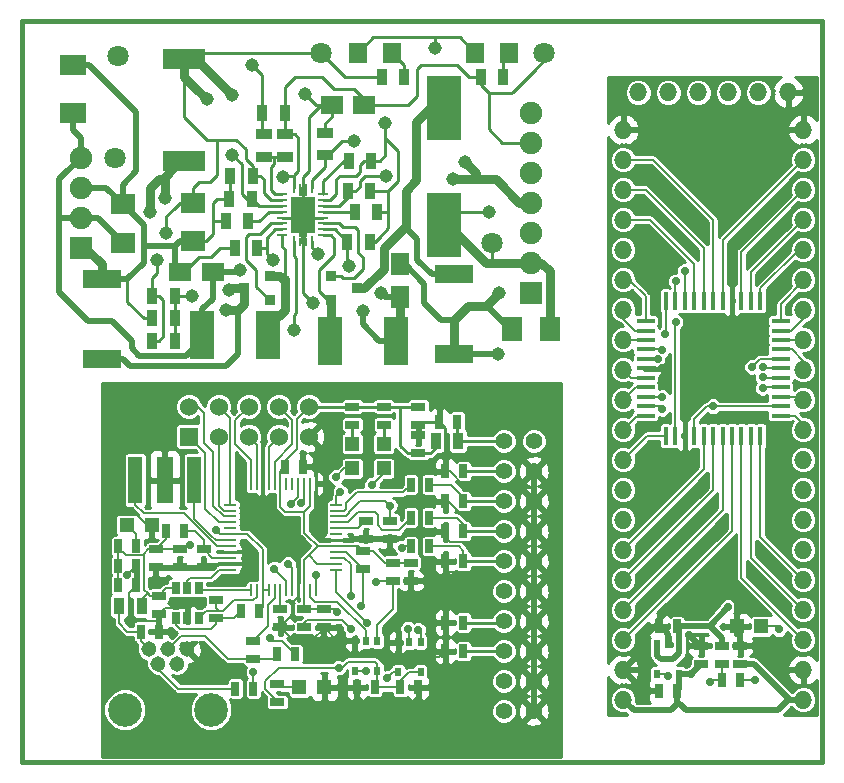
<source format=gtl>
G04 (created by PCBNEW-RS274X (2010-03-14)-final) date jue 03 nov 2011 01:18:38 ART*
G01*
G70*
G90*
%MOIN*%
G04 Gerber Fmt 3.4, Leading zero omitted, Abs format*
%FSLAX34Y34*%
G04 APERTURE LIST*
%ADD10C,0.000100*%
%ADD11C,0.015000*%
%ADD12C,0.051400*%
%ADD13C,0.112200*%
%ADD14R,0.007800X0.039300*%
%ADD15R,0.039300X0.007800*%
%ADD16R,0.047200X0.047200*%
%ADD17C,0.056000*%
%ADD18R,0.060000X0.060000*%
%ADD19C,0.060000*%
%ADD20R,0.025000X0.045000*%
%ADD21R,0.045000X0.025000*%
%ADD22R,0.035000X0.055000*%
%ADD23R,0.020000X0.030000*%
%ADD24R,0.027600X0.039400*%
%ADD25R,0.047200X0.157400*%
%ADD26R,0.055100X0.157400*%
%ADD27R,0.060000X0.016000*%
%ADD28R,0.016000X0.060000*%
%ADD29O,0.060000X0.060000*%
%ADD30R,0.085000X0.070000*%
%ADD31R,0.126000X0.060000*%
%ADD32R,0.062900X0.070900*%
%ADD33R,0.076700X0.059000*%
%ADD34R,0.059000X0.076700*%
%ADD35R,0.084600X0.070800*%
%ADD36R,0.070800X0.084600*%
%ADD37R,0.075000X0.075000*%
%ADD38C,0.075000*%
%ADD39R,0.141700X0.070800*%
%ADD40R,0.114100X0.212500*%
%ADD41R,0.030700X0.015700*%
%ADD42R,0.040000X0.040000*%
%ADD43R,0.033500X0.011000*%
%ADD44R,0.011000X0.033500*%
%ADD45R,0.009100X0.028500*%
%ADD46C,0.070900*%
%ADD47R,0.055000X0.035000*%
%ADD48R,0.080000X0.160000*%
%ADD49R,0.036000X0.036000*%
%ADD50C,0.045000*%
%ADD51C,0.028000*%
%ADD52C,0.010000*%
%ADD53C,0.020000*%
%ADD54C,0.030000*%
%ADD55C,0.006000*%
%ADD56C,0.005000*%
%ADD57C,0.008000*%
%ADD58C,0.017000*%
G04 APERTURE END LIST*
G54D10*
G54D11*
X38950Y-56100D02*
X38950Y-31400D01*
X39000Y-56100D02*
X38950Y-56100D01*
X39200Y-56100D02*
X39000Y-56100D01*
X39450Y-56100D02*
X39200Y-56100D01*
X42700Y-56100D02*
X39450Y-56100D01*
X65600Y-56100D02*
X42700Y-56100D01*
X65600Y-31400D02*
X65600Y-56100D01*
X38950Y-31400D02*
X65600Y-31400D01*
G54D12*
X43800Y-52343D03*
X43486Y-52815D03*
X44429Y-52343D03*
X44114Y-52815D03*
G54D13*
X45237Y-54350D03*
X42363Y-54350D03*
G54D12*
X43171Y-52343D03*
G54D14*
X46568Y-50371D03*
X46765Y-50371D03*
X46962Y-50371D03*
X47158Y-50371D03*
X47355Y-50371D03*
X47552Y-50371D03*
X47748Y-50371D03*
X47945Y-50371D03*
X48142Y-50371D03*
X48338Y-50371D03*
X48535Y-50371D03*
X48732Y-50371D03*
G54D15*
X49421Y-49682D03*
X49421Y-49485D03*
X49421Y-49288D03*
X49421Y-49092D03*
X49421Y-48895D03*
X49421Y-48698D03*
X49421Y-48502D03*
X49421Y-48305D03*
X49421Y-48108D03*
X49421Y-47912D03*
X49421Y-47715D03*
X49421Y-47518D03*
G54D14*
X48732Y-46829D03*
X48535Y-46829D03*
X48338Y-46829D03*
X48142Y-46829D03*
X47945Y-46829D03*
X47748Y-46829D03*
X47552Y-46829D03*
X47355Y-46829D03*
X47158Y-46829D03*
X46962Y-46829D03*
X46765Y-46829D03*
X46568Y-46829D03*
G54D15*
X45879Y-47518D03*
X45879Y-47715D03*
X45879Y-47912D03*
X45879Y-48108D03*
X45879Y-48305D03*
X45879Y-48502D03*
X45879Y-48698D03*
X45879Y-48895D03*
X45879Y-49092D03*
X45879Y-49288D03*
X45879Y-49485D03*
X45879Y-49682D03*
G54D16*
X48187Y-53600D03*
X49013Y-53600D03*
X51000Y-45487D03*
X51000Y-46313D03*
X49950Y-45487D03*
X49950Y-46313D03*
X42437Y-48200D03*
X43263Y-48200D03*
G54D17*
X55000Y-45400D03*
X56000Y-45400D03*
X55000Y-46400D03*
X56000Y-46400D03*
X55000Y-47400D03*
X56000Y-47400D03*
X55000Y-48400D03*
X56000Y-48400D03*
X55000Y-49400D03*
X56000Y-49400D03*
X55000Y-50400D03*
X56000Y-50400D03*
X55000Y-51400D03*
X56000Y-51400D03*
X55000Y-52400D03*
X56000Y-52400D03*
X55000Y-53400D03*
X56000Y-53400D03*
X55000Y-54400D03*
X56000Y-54400D03*
G54D18*
X44500Y-45250D03*
G54D19*
X44500Y-44250D03*
X45500Y-45250D03*
X45500Y-44250D03*
X46500Y-45250D03*
X46500Y-44250D03*
X47500Y-45250D03*
X47500Y-44250D03*
X48500Y-45250D03*
X48500Y-44250D03*
G54D20*
X52500Y-48900D03*
X51900Y-48900D03*
X52500Y-47950D03*
X51900Y-47950D03*
X52500Y-46850D03*
X51900Y-46850D03*
G54D21*
X51300Y-49450D03*
X51300Y-50050D03*
X48350Y-51000D03*
X48350Y-51600D03*
X51900Y-50050D03*
X51900Y-49450D03*
X51200Y-48650D03*
X51200Y-48050D03*
X50300Y-49050D03*
X50300Y-49650D03*
X50400Y-48650D03*
X50400Y-48050D03*
G54D20*
X44350Y-48400D03*
X43750Y-48400D03*
G54D21*
X46650Y-52050D03*
X46650Y-52650D03*
G54D20*
X48050Y-52500D03*
X47450Y-52500D03*
X46650Y-53650D03*
X46050Y-53650D03*
G54D21*
X49950Y-44250D03*
X49950Y-44850D03*
X51000Y-44250D03*
X51000Y-44850D03*
X47450Y-54100D03*
X47450Y-53500D03*
G54D20*
X42750Y-48900D03*
X42150Y-48900D03*
G54D21*
X45400Y-51300D03*
X45400Y-50700D03*
G54D20*
X46850Y-51050D03*
X46250Y-51050D03*
X51550Y-53600D03*
X52150Y-53600D03*
X50700Y-53600D03*
X50100Y-53600D03*
X53650Y-46400D03*
X53050Y-46400D03*
X53650Y-47400D03*
X53050Y-47400D03*
X53650Y-48400D03*
X53050Y-48400D03*
X53650Y-49400D03*
X53050Y-49400D03*
X53650Y-51450D03*
X53050Y-51450D03*
X53650Y-52400D03*
X53050Y-52400D03*
G54D21*
X49000Y-51000D03*
X49000Y-51600D03*
G54D20*
X47700Y-46250D03*
X48300Y-46250D03*
G54D21*
X45000Y-49000D03*
X45000Y-49600D03*
X43400Y-49000D03*
X43400Y-49600D03*
X47550Y-51000D03*
X47550Y-51600D03*
X44200Y-49000D03*
X44200Y-49600D03*
X43500Y-50550D03*
X43500Y-51150D03*
G54D20*
X42150Y-49550D03*
X42750Y-49550D03*
G54D21*
X52150Y-44250D03*
X52150Y-44850D03*
G54D20*
X42150Y-50200D03*
X42750Y-50200D03*
G54D21*
X52150Y-45800D03*
X52150Y-45200D03*
G54D20*
X42900Y-51750D03*
X43500Y-51750D03*
X53450Y-44750D03*
X52850Y-44750D03*
G54D22*
X42175Y-50900D03*
X42925Y-50900D03*
X53475Y-45400D03*
X52725Y-45400D03*
G54D23*
X50775Y-52050D03*
X50025Y-52050D03*
X50775Y-53050D03*
X50400Y-52050D03*
X50025Y-53050D03*
X52225Y-52100D03*
X51475Y-52100D03*
X52225Y-53100D03*
X51850Y-52100D03*
X51475Y-53100D03*
G54D24*
X44075Y-50300D03*
X44450Y-50300D03*
X44825Y-50300D03*
X44825Y-51300D03*
X44450Y-51300D03*
X44075Y-51300D03*
G54D25*
X44684Y-46700D03*
G54D26*
X43700Y-46700D03*
G54D25*
X42716Y-46700D03*
G54D27*
X64225Y-42975D03*
X64225Y-42660D03*
X64225Y-42345D03*
X64225Y-42030D03*
X64225Y-41715D03*
X64225Y-41400D03*
X64225Y-43290D03*
X64225Y-43605D03*
X64225Y-43920D03*
X64225Y-44235D03*
X64225Y-44550D03*
X59725Y-42975D03*
X59725Y-42660D03*
X59725Y-42345D03*
X59725Y-42030D03*
X59725Y-41715D03*
X59725Y-41400D03*
X59725Y-43290D03*
X59725Y-43605D03*
X59725Y-43920D03*
X59725Y-44235D03*
X59725Y-44550D03*
G54D28*
X61975Y-40725D03*
X61975Y-45225D03*
X61660Y-40725D03*
X61660Y-45225D03*
X61345Y-45225D03*
X61345Y-40725D03*
X61030Y-40725D03*
X61030Y-45225D03*
X60715Y-45225D03*
X60715Y-40725D03*
X60400Y-40725D03*
X60400Y-45225D03*
X62290Y-45225D03*
X62290Y-40725D03*
X62605Y-40725D03*
X62605Y-45225D03*
X62920Y-45225D03*
X62920Y-40725D03*
X63235Y-40725D03*
X63235Y-45225D03*
X63550Y-45225D03*
X63550Y-40725D03*
G54D23*
X60850Y-52175D03*
X60100Y-52175D03*
X60850Y-53175D03*
X60475Y-52175D03*
X60100Y-53175D03*
G54D20*
X60775Y-51575D03*
X60175Y-51575D03*
X60775Y-53725D03*
X60175Y-53725D03*
G54D21*
X61575Y-52825D03*
X61575Y-52225D03*
X62875Y-52825D03*
X62875Y-52225D03*
X62275Y-52225D03*
X62275Y-52825D03*
G54D20*
X62875Y-53375D03*
X62275Y-53375D03*
G54D16*
X63588Y-51575D03*
X62762Y-51575D03*
G54D29*
X64975Y-54025D03*
X64975Y-53025D03*
X64975Y-52025D03*
X64975Y-51025D03*
X64975Y-50025D03*
X64975Y-49025D03*
X64975Y-48025D03*
X64975Y-47025D03*
X64975Y-46025D03*
X64975Y-45025D03*
X64975Y-44025D03*
X64975Y-43025D03*
X64975Y-42025D03*
X64975Y-41025D03*
X64975Y-40025D03*
X64975Y-39025D03*
X64975Y-38025D03*
X64975Y-37025D03*
X64975Y-36025D03*
X64975Y-35025D03*
X58975Y-54025D03*
X58975Y-53025D03*
X58975Y-52025D03*
X58975Y-51025D03*
X58975Y-50025D03*
X58975Y-49025D03*
X58975Y-48025D03*
X58975Y-47025D03*
X58975Y-46025D03*
X58975Y-45025D03*
X58975Y-44025D03*
X58975Y-43025D03*
X58975Y-42025D03*
X58975Y-41025D03*
X58975Y-40025D03*
X58975Y-39025D03*
X58975Y-38025D03*
X58975Y-37025D03*
X58975Y-36025D03*
X58975Y-35025D03*
X59475Y-33775D03*
X60475Y-33775D03*
X61475Y-33775D03*
X62475Y-33775D03*
X63475Y-33775D03*
X64475Y-33775D03*
G54D30*
X40630Y-32850D03*
X40630Y-34450D03*
G54D31*
X53350Y-42500D03*
X53350Y-39843D03*
X41600Y-40000D03*
X41600Y-42657D03*
G54D32*
X55159Y-32450D03*
X54041Y-32450D03*
X51259Y-32450D03*
X50141Y-32450D03*
G54D33*
X50341Y-34200D03*
X49259Y-34200D03*
G54D34*
X51550Y-40591D03*
X51550Y-39509D03*
G54D33*
X45291Y-39750D03*
X44209Y-39750D03*
G54D35*
X42300Y-38789D03*
X42300Y-37511D03*
G54D36*
X56539Y-41650D03*
X55261Y-41650D03*
G54D35*
X44650Y-37461D03*
X44650Y-38739D03*
G54D37*
X55900Y-40450D03*
G54D38*
X55900Y-39450D03*
X55900Y-38450D03*
X55900Y-37450D03*
X55900Y-36450D03*
X55900Y-35450D03*
X55900Y-34450D03*
G54D37*
X40900Y-38950D03*
G54D38*
X40900Y-37950D03*
X40900Y-36950D03*
X40900Y-35950D03*
G54D39*
X44350Y-36050D03*
X44350Y-32650D03*
G54D40*
X53000Y-34302D03*
X53000Y-38198D03*
G54D41*
X48300Y-38530D03*
G54D42*
X48100Y-37450D03*
X48100Y-37850D03*
X48100Y-38250D03*
X48500Y-38250D03*
X48500Y-37850D03*
X48500Y-37450D03*
G54D43*
X48979Y-37948D03*
X48979Y-37752D03*
X48979Y-37555D03*
X48979Y-37358D03*
X48979Y-37161D03*
X48979Y-38539D03*
X48979Y-38342D03*
X48979Y-38145D03*
X47621Y-38145D03*
X47621Y-38342D03*
X47621Y-38539D03*
X47621Y-37161D03*
X47621Y-37358D03*
X47621Y-37555D03*
X47621Y-37752D03*
X47621Y-37948D03*
G54D44*
X48596Y-36976D03*
X48596Y-38724D03*
X48004Y-38724D03*
G54D45*
X48192Y-36950D03*
G54D41*
X48300Y-37171D03*
G54D45*
X48408Y-36950D03*
X48408Y-38750D03*
G54D44*
X48004Y-36976D03*
G54D45*
X48192Y-38750D03*
G54D46*
X54600Y-38800D03*
X56350Y-32450D03*
X42050Y-35950D03*
G54D22*
X50925Y-33250D03*
X51675Y-33250D03*
X44025Y-41300D03*
X43275Y-41300D03*
X43275Y-40550D03*
X44025Y-40550D03*
X47700Y-34450D03*
X46950Y-34450D03*
X54225Y-33250D03*
X54975Y-33250D03*
G54D47*
X47000Y-35925D03*
X47000Y-35175D03*
X47700Y-35175D03*
X47700Y-35925D03*
G54D22*
X46625Y-36550D03*
X45875Y-36550D03*
X46600Y-37325D03*
X45850Y-37325D03*
X49800Y-37075D03*
X50550Y-37075D03*
X43275Y-42050D03*
X44025Y-42050D03*
X49825Y-36050D03*
X50575Y-36050D03*
X46475Y-38075D03*
X45725Y-38075D03*
X50025Y-37775D03*
X50775Y-37775D03*
X49775Y-38750D03*
X50525Y-38750D03*
X46775Y-38950D03*
X46025Y-38950D03*
G54D47*
X49050Y-35875D03*
X49050Y-35125D03*
G54D48*
X44950Y-41850D03*
X47150Y-41850D03*
X51400Y-42050D03*
X49200Y-42050D03*
G54D46*
X48900Y-32450D03*
G54D49*
X47200Y-39900D03*
X47200Y-40700D03*
X46350Y-40300D03*
X49250Y-40700D03*
X49250Y-39900D03*
X50100Y-40300D03*
G54D46*
X42125Y-32575D03*
G54D50*
X50000Y-35400D03*
X45950Y-35850D03*
X47300Y-39375D03*
X50900Y-40450D03*
X50300Y-41050D03*
X49825Y-39550D03*
X46200Y-39700D03*
X47650Y-36600D03*
X51075Y-36550D03*
X43450Y-39350D03*
X43750Y-38450D03*
X45100Y-34000D03*
X45950Y-33850D03*
X53700Y-36100D03*
X53300Y-36675D03*
X54500Y-37775D03*
X48800Y-39150D03*
G54D51*
X63275Y-42925D03*
X63625Y-42925D03*
X63625Y-43275D03*
X63625Y-43625D03*
X60125Y-42675D03*
X60275Y-43925D03*
X60275Y-44325D03*
X63575Y-41575D03*
X60275Y-42975D03*
X61375Y-50075D03*
X61375Y-44125D03*
X61175Y-51875D03*
X49900Y-50550D03*
X52150Y-51700D03*
X49900Y-51650D03*
X51800Y-51650D03*
X50450Y-51450D03*
X50750Y-50100D03*
X48750Y-49850D03*
X49400Y-46600D03*
X47900Y-47500D03*
X50400Y-53050D03*
X50250Y-50900D03*
X51600Y-48950D03*
X49550Y-47100D03*
X60375Y-41825D03*
X61025Y-39725D03*
X51200Y-47550D03*
X60725Y-41425D03*
X60725Y-40075D03*
X51100Y-53300D03*
X50600Y-46850D03*
X48250Y-47450D03*
X60275Y-42375D03*
X61225Y-53175D03*
X61975Y-44235D03*
X49500Y-52950D03*
X49450Y-51100D03*
X62475Y-50925D03*
G54D50*
X52700Y-32300D03*
X51050Y-34800D03*
X48650Y-40800D03*
X54850Y-40450D03*
X46600Y-32850D03*
X48375Y-33825D03*
X54800Y-42500D03*
G54D51*
X42450Y-49850D03*
X46400Y-49150D03*
X48150Y-48950D03*
G54D50*
X43700Y-37300D03*
X43200Y-37750D03*
X45750Y-41025D03*
X45850Y-40350D03*
X48000Y-41700D03*
X44600Y-40550D03*
G54D51*
X47200Y-51950D03*
X47350Y-49650D03*
X46650Y-53100D03*
X47800Y-49500D03*
X63375Y-53375D03*
X64175Y-51675D03*
X60475Y-53225D03*
X61875Y-53425D03*
X45400Y-48350D03*
X44550Y-48850D03*
G54D52*
X48596Y-36976D02*
X48596Y-36704D01*
X49050Y-36250D02*
X49050Y-35875D01*
X48596Y-36704D02*
X49050Y-36250D01*
X47621Y-37555D02*
X47100Y-37555D01*
X47100Y-37555D02*
X47105Y-37555D01*
G54D53*
X40900Y-35950D02*
X40350Y-36500D01*
X40175Y-37950D02*
X40175Y-36675D01*
X40175Y-36675D02*
X40350Y-36500D01*
X40175Y-40425D02*
X40175Y-37950D01*
X44400Y-42550D02*
X44950Y-42000D01*
X42850Y-42550D02*
X44400Y-42550D01*
X40350Y-40600D02*
X41150Y-41400D01*
X41150Y-41400D02*
X41950Y-41400D01*
X41950Y-41400D02*
X42600Y-42050D01*
X42600Y-42050D02*
X42600Y-42300D01*
X42600Y-42300D02*
X42850Y-42550D01*
X40350Y-40600D02*
X40175Y-40425D01*
G54D52*
X49700Y-35400D02*
X50000Y-35400D01*
X49050Y-35875D02*
X49125Y-35875D01*
X49600Y-35400D02*
X49125Y-35875D01*
X49700Y-35400D02*
X49600Y-35400D01*
X46275Y-36175D02*
X45950Y-35850D01*
X46600Y-37325D02*
X46425Y-37325D01*
X46275Y-37175D02*
X46425Y-37325D01*
X46275Y-36950D02*
X46275Y-37175D01*
X46275Y-36175D02*
X46275Y-36950D01*
X47100Y-39175D02*
X47300Y-39375D01*
X47100Y-39175D02*
X47100Y-39050D01*
G54D54*
X51550Y-40591D02*
X51550Y-41900D01*
X51550Y-41900D02*
X51400Y-42050D01*
G54D53*
X51041Y-40591D02*
X51550Y-40591D01*
X50900Y-40450D02*
X51041Y-40591D01*
X51400Y-42050D02*
X50850Y-42050D01*
X50300Y-41500D02*
X50300Y-41050D01*
X50850Y-42050D02*
X50300Y-41500D01*
G54D52*
X49775Y-39500D02*
X49775Y-38750D01*
X49825Y-39550D02*
X49775Y-39500D01*
G54D53*
X45291Y-39750D02*
X46150Y-39750D01*
X46200Y-39700D02*
X46150Y-39750D01*
X44950Y-41850D02*
X44950Y-41000D01*
X45291Y-40659D02*
X45291Y-39750D01*
X44950Y-41000D02*
X45291Y-40659D01*
G54D52*
X48979Y-38342D02*
X49367Y-38342D01*
X49367Y-38342D02*
X49775Y-38750D01*
X47100Y-37555D02*
X46830Y-37555D01*
X46830Y-37555D02*
X46600Y-37325D01*
X47100Y-39050D02*
X47100Y-38950D01*
X47100Y-38950D02*
X47100Y-38625D01*
X47100Y-38625D02*
X47383Y-38342D01*
X47383Y-38342D02*
X47621Y-38342D01*
G54D53*
X40900Y-37950D02*
X40175Y-37950D01*
X40900Y-37950D02*
X41461Y-37950D01*
X41461Y-37950D02*
X42300Y-38789D01*
G54D52*
X46775Y-38950D02*
X47100Y-38950D01*
G54D53*
X40900Y-35950D02*
X40900Y-35310D01*
X40630Y-35040D02*
X40630Y-34450D01*
X40900Y-35310D02*
X40630Y-35040D01*
G54D52*
X48004Y-36976D02*
X48004Y-36550D01*
X48004Y-36550D02*
X48004Y-36546D01*
X48025Y-35175D02*
X47700Y-35175D01*
X48150Y-35300D02*
X48025Y-35175D01*
X48150Y-36400D02*
X48150Y-35300D01*
X48004Y-36546D02*
X48150Y-36400D01*
X47700Y-34450D02*
X47700Y-35175D01*
X54225Y-33250D02*
X54225Y-33525D01*
X54225Y-33525D02*
X54500Y-33800D01*
X54500Y-33800D02*
X55250Y-33800D01*
X55250Y-33800D02*
X55300Y-33750D01*
X56350Y-32700D02*
X56000Y-33050D01*
X56350Y-32700D02*
X56350Y-32450D01*
X55300Y-33750D02*
X56000Y-33050D01*
X54225Y-33250D02*
X53850Y-33250D01*
X51800Y-34200D02*
X52100Y-33900D01*
X52100Y-33900D02*
X52100Y-33000D01*
X52100Y-33000D02*
X52250Y-32850D01*
X52250Y-32850D02*
X53450Y-32850D01*
X53450Y-32850D02*
X53850Y-33250D01*
X51800Y-34200D02*
X51300Y-34200D01*
X51300Y-34200D02*
X50341Y-34200D01*
X48004Y-36550D02*
X48000Y-36550D01*
X50050Y-37075D02*
X49800Y-37075D01*
X50200Y-36925D02*
X50050Y-37075D01*
X50200Y-36800D02*
X50200Y-36925D01*
X50200Y-36725D02*
X50375Y-36550D01*
X50200Y-36800D02*
X50200Y-36725D01*
X47700Y-36550D02*
X48000Y-36550D01*
X47650Y-36600D02*
X47700Y-36550D01*
X50375Y-36550D02*
X51075Y-36550D01*
X50341Y-34200D02*
X50341Y-33991D01*
X47700Y-33600D02*
X47700Y-34450D01*
X48050Y-33250D02*
X47700Y-33600D01*
X48950Y-33250D02*
X48050Y-33250D01*
X49350Y-33650D02*
X48950Y-33250D01*
X50000Y-33650D02*
X49350Y-33650D01*
X50341Y-33991D02*
X50000Y-33650D01*
X55900Y-35450D02*
X54950Y-35450D01*
X54950Y-35450D02*
X54500Y-35000D01*
X54500Y-35000D02*
X54500Y-33800D01*
X48979Y-37555D02*
X49495Y-37555D01*
X49495Y-37555D02*
X49800Y-37250D01*
X49800Y-37250D02*
X49800Y-37075D01*
X47621Y-37358D02*
X47225Y-37358D01*
X47225Y-37358D02*
X47250Y-37358D01*
X47250Y-37358D02*
X47258Y-37358D01*
X50925Y-33250D02*
X49700Y-33250D01*
X49400Y-32950D02*
X48900Y-32450D01*
X49700Y-33250D02*
X49400Y-32950D01*
X43275Y-39975D02*
X43275Y-40550D01*
X43275Y-39975D02*
X43450Y-39800D01*
X43450Y-39800D02*
X43450Y-39350D01*
X44189Y-37461D02*
X44000Y-37650D01*
X44189Y-37461D02*
X44650Y-37461D01*
X43750Y-37900D02*
X44000Y-37650D01*
X43750Y-38450D02*
X43750Y-37900D01*
X45200Y-36750D02*
X45425Y-36525D01*
X45425Y-35350D02*
X45425Y-36525D01*
X44650Y-36950D02*
X44650Y-37461D01*
X44850Y-36750D02*
X44650Y-36950D01*
X45200Y-36750D02*
X44850Y-36750D01*
X46625Y-36550D02*
X46625Y-36225D01*
X46400Y-35675D02*
X46400Y-36000D01*
X46075Y-35350D02*
X46400Y-35675D01*
X46075Y-35350D02*
X45425Y-35350D01*
X46625Y-36225D02*
X46400Y-36000D01*
X45425Y-35350D02*
X45425Y-35350D01*
X44350Y-32650D02*
X44350Y-34000D01*
X44350Y-34000D02*
X44350Y-34600D01*
X44350Y-34600D02*
X45100Y-35350D01*
X45100Y-35350D02*
X45400Y-35350D01*
X45400Y-35350D02*
X45425Y-35350D01*
X44550Y-32450D02*
X44350Y-32650D01*
G54D54*
X55900Y-37450D02*
X55500Y-37450D01*
X54725Y-36675D02*
X55500Y-37450D01*
X54750Y-36700D02*
X54725Y-36675D01*
X53975Y-36675D02*
X54075Y-36675D01*
X54075Y-36675D02*
X54725Y-36675D01*
G54D52*
X48900Y-32450D02*
X44550Y-32450D01*
X44550Y-32450D02*
X44350Y-32650D01*
X43275Y-40550D02*
X43500Y-40550D01*
X43500Y-42050D02*
X43275Y-42050D01*
X43650Y-41900D02*
X43500Y-42050D01*
X43650Y-40700D02*
X43650Y-41900D01*
X43500Y-40550D02*
X43650Y-40700D01*
G54D54*
X44350Y-33250D02*
X44350Y-32650D01*
X45100Y-34000D02*
X44650Y-33550D01*
X44650Y-33550D02*
X44350Y-33250D01*
X44350Y-32650D02*
X44750Y-32650D01*
X44750Y-32650D02*
X45950Y-33850D01*
G54D52*
X47225Y-37358D02*
X47225Y-37350D01*
X46875Y-36550D02*
X46625Y-36550D01*
X47000Y-36675D02*
X46875Y-36550D01*
X47000Y-37125D02*
X47000Y-36675D01*
X47225Y-37350D02*
X47000Y-37125D01*
G54D54*
X53450Y-36675D02*
X53425Y-36675D01*
X53425Y-36675D02*
X53975Y-36675D01*
X53700Y-36100D02*
X54075Y-36475D01*
X54075Y-36475D02*
X54075Y-36650D01*
X54075Y-36650D02*
X54075Y-36675D01*
X53425Y-36675D02*
X53300Y-36675D01*
G54D52*
X48596Y-38724D02*
X48596Y-38946D01*
X48596Y-38946D02*
X48800Y-39150D01*
X53000Y-39000D02*
X53000Y-38198D01*
G54D54*
X54750Y-39450D02*
X54600Y-39450D01*
X54600Y-39450D02*
X55900Y-39450D01*
X56539Y-41650D02*
X56539Y-39739D01*
X56539Y-39739D02*
X56250Y-39450D01*
X56250Y-39450D02*
X55900Y-39450D01*
X53000Y-38198D02*
X53148Y-38198D01*
X53148Y-38198D02*
X54400Y-39450D01*
X54400Y-39450D02*
X54750Y-39450D01*
G54D52*
X54600Y-38800D02*
X54600Y-39450D01*
X54500Y-37775D02*
X53423Y-37775D01*
X53423Y-37775D02*
X53000Y-38198D01*
G54D55*
X45879Y-47518D02*
X45879Y-44629D01*
X45879Y-44629D02*
X45500Y-44250D01*
X47158Y-46829D02*
X47158Y-45592D01*
X47158Y-45592D02*
X47500Y-45250D01*
X46765Y-46829D02*
X46765Y-45515D01*
X46765Y-45515D02*
X46500Y-45250D01*
X46568Y-46829D02*
X46568Y-46018D01*
X46050Y-44700D02*
X46500Y-44250D01*
X46050Y-45500D02*
X46050Y-44700D01*
X46568Y-46018D02*
X46050Y-45500D01*
X47355Y-46829D02*
X47355Y-46095D01*
X47950Y-44700D02*
X47500Y-44250D01*
X47950Y-45500D02*
X47950Y-44700D01*
X47355Y-46095D02*
X47950Y-45500D01*
X45500Y-45250D02*
X45500Y-47550D01*
X45665Y-47715D02*
X45879Y-47715D01*
X45500Y-47550D02*
X45665Y-47715D01*
X45879Y-47912D02*
X45662Y-47912D01*
X44800Y-44250D02*
X44500Y-44250D01*
X45000Y-44450D02*
X44800Y-44250D01*
X45000Y-45450D02*
X45000Y-44450D01*
X45300Y-45750D02*
X45000Y-45450D01*
X45300Y-47550D02*
X45300Y-45750D01*
X45662Y-47912D02*
X45300Y-47550D01*
X45879Y-48108D02*
X45508Y-48108D01*
X45050Y-45800D02*
X44500Y-45250D01*
X45050Y-47650D02*
X45050Y-45800D01*
X45508Y-48108D02*
X45050Y-47650D01*
X64975Y-44825D02*
X64700Y-44550D01*
X64700Y-44550D02*
X64225Y-44550D01*
X64975Y-45025D02*
X64975Y-44825D01*
X64870Y-43920D02*
X64975Y-44025D01*
X64225Y-43920D02*
X64870Y-43920D01*
X64595Y-42345D02*
X64975Y-42725D01*
X64975Y-42725D02*
X64975Y-43025D01*
X64225Y-42345D02*
X64595Y-42345D01*
X64970Y-42030D02*
X64975Y-42025D01*
X64225Y-42030D02*
X64970Y-42030D01*
X64975Y-41325D02*
X64585Y-41715D01*
X64585Y-41715D02*
X64225Y-41715D01*
X64975Y-41025D02*
X64975Y-41325D01*
X64225Y-40825D02*
X64975Y-40075D01*
X64975Y-40075D02*
X64975Y-40025D01*
X64225Y-41400D02*
X64225Y-40825D01*
X63550Y-40300D02*
X64825Y-39025D01*
X64825Y-39025D02*
X64975Y-39025D01*
X63550Y-40725D02*
X63550Y-40300D01*
X63235Y-39765D02*
X64975Y-38025D01*
X63235Y-40725D02*
X63235Y-39765D01*
X62920Y-39080D02*
X64975Y-37025D01*
X62920Y-40725D02*
X62920Y-39080D01*
X62290Y-38710D02*
X64975Y-36025D01*
X62290Y-40725D02*
X62290Y-38710D01*
X62920Y-49970D02*
X64975Y-52025D01*
X62920Y-45225D02*
X62920Y-49970D01*
X63235Y-49285D02*
X64975Y-51025D01*
X63235Y-45225D02*
X63235Y-49285D01*
X63550Y-48600D02*
X64975Y-50025D01*
X63550Y-45225D02*
X63550Y-48600D01*
X63540Y-42660D02*
X63275Y-42925D01*
X64225Y-42660D02*
X63540Y-42660D01*
X63675Y-42975D02*
X63625Y-42925D01*
X64225Y-42975D02*
X63675Y-42975D01*
X63640Y-43290D02*
X63625Y-43275D01*
X64225Y-43290D02*
X63640Y-43290D01*
X63645Y-43605D02*
X63625Y-43625D01*
X64225Y-43605D02*
X63645Y-43605D01*
X59450Y-44550D02*
X58975Y-45025D01*
X59725Y-44550D02*
X59450Y-44550D01*
X59395Y-43605D02*
X58975Y-44025D01*
X59725Y-43605D02*
X59395Y-43605D01*
X59240Y-43290D02*
X58975Y-43025D01*
X59725Y-43290D02*
X59240Y-43290D01*
X58980Y-42030D02*
X58975Y-42025D01*
X59725Y-42030D02*
X58980Y-42030D01*
X58975Y-41325D02*
X59365Y-41715D01*
X59365Y-41715D02*
X59725Y-41715D01*
X58975Y-41025D02*
X58975Y-41325D01*
X59175Y-40025D02*
X59725Y-40575D01*
X59725Y-40575D02*
X59725Y-41400D01*
X58975Y-40025D02*
X59175Y-40025D01*
X60110Y-42660D02*
X60125Y-42675D01*
X59725Y-42660D02*
X60110Y-42660D01*
X61345Y-39495D02*
X59875Y-38025D01*
X59875Y-38025D02*
X58975Y-38025D01*
X61345Y-40725D02*
X61345Y-39495D01*
X61660Y-38960D02*
X59725Y-37025D01*
X59725Y-37025D02*
X58975Y-37025D01*
X61660Y-40725D02*
X61660Y-38960D01*
X61975Y-38025D02*
X59975Y-36025D01*
X59975Y-36025D02*
X58975Y-36025D01*
X61975Y-40725D02*
X61975Y-38025D01*
X62605Y-48395D02*
X58975Y-52025D01*
X62605Y-45225D02*
X62605Y-48395D01*
X62290Y-47710D02*
X58975Y-51025D01*
X62290Y-45225D02*
X62290Y-47710D01*
X61975Y-47025D02*
X58975Y-50025D01*
X61975Y-45225D02*
X61975Y-47025D01*
X61660Y-46340D02*
X58975Y-49025D01*
X61660Y-45225D02*
X61660Y-46340D01*
X60270Y-43920D02*
X60275Y-43925D01*
X59725Y-43920D02*
X60270Y-43920D01*
X60185Y-44235D02*
X60275Y-44325D01*
X59725Y-44235D02*
X60185Y-44235D01*
X59775Y-45225D02*
X58975Y-46025D01*
X60400Y-45225D02*
X59775Y-45225D01*
X45879Y-49682D02*
X45518Y-49682D01*
X44450Y-50050D02*
X44450Y-50300D01*
X44550Y-49950D02*
X44450Y-50050D01*
X45250Y-49950D02*
X44550Y-49950D01*
X45518Y-49682D02*
X45250Y-49950D01*
X45400Y-50700D02*
X45400Y-50950D01*
X45400Y-50950D02*
X45500Y-51050D01*
X46765Y-50371D02*
X46765Y-50585D01*
X45075Y-51050D02*
X44825Y-51300D01*
X45650Y-51050D02*
X45500Y-51050D01*
X45500Y-51050D02*
X45075Y-51050D01*
X46000Y-50700D02*
X45650Y-51050D01*
X46650Y-50700D02*
X46000Y-50700D01*
X46765Y-50585D02*
X46650Y-50700D01*
X46568Y-50371D02*
X44896Y-50371D01*
X44896Y-50371D02*
X44825Y-50300D01*
X62605Y-41255D02*
X62925Y-41575D01*
X62925Y-41575D02*
X63575Y-41575D01*
X62605Y-40725D02*
X62605Y-41255D01*
X59725Y-42975D02*
X60275Y-42975D01*
X61030Y-44470D02*
X62525Y-42975D01*
X62525Y-42975D02*
X62525Y-41975D01*
X62525Y-41975D02*
X62925Y-41575D01*
X61030Y-45225D02*
X61030Y-44475D01*
G54D53*
X64175Y-53025D02*
X63375Y-52225D01*
X63375Y-52225D02*
X62875Y-52225D01*
X64975Y-53025D02*
X64175Y-53025D01*
X59675Y-53725D02*
X58975Y-53025D01*
X60175Y-53725D02*
X59675Y-53725D01*
X60175Y-51325D02*
X60525Y-50975D01*
X60525Y-50975D02*
X61375Y-50075D01*
X60175Y-51575D02*
X60175Y-51325D01*
X60225Y-51575D02*
X60475Y-51825D01*
X60475Y-51825D02*
X60475Y-52175D01*
X60175Y-51575D02*
X60225Y-51575D01*
G54D55*
X61030Y-44470D02*
X61375Y-44125D01*
X61030Y-44475D02*
X61030Y-44470D01*
G54D53*
X58975Y-35025D02*
X64975Y-35025D01*
X62875Y-51688D02*
X62762Y-51575D01*
X62875Y-52225D02*
X62875Y-51688D01*
X62762Y-50412D02*
X62425Y-50075D01*
X62425Y-50075D02*
X61375Y-50075D01*
X62762Y-51575D02*
X62762Y-50412D01*
X61525Y-52225D02*
X61175Y-51875D01*
X61575Y-52225D02*
X61525Y-52225D01*
X60025Y-51575D02*
X59675Y-51925D01*
X59675Y-51925D02*
X59675Y-52325D01*
X59675Y-52325D02*
X58975Y-53025D01*
X60175Y-51575D02*
X60025Y-51575D01*
G54D55*
X49421Y-49288D02*
X49688Y-49288D01*
X49900Y-49500D02*
X49900Y-50550D01*
X49688Y-49288D02*
X49900Y-49500D01*
X48350Y-51600D02*
X48350Y-51450D01*
X52225Y-51775D02*
X52225Y-52100D01*
X52150Y-51700D02*
X52225Y-51775D01*
X49600Y-51350D02*
X49900Y-51650D01*
X48450Y-51350D02*
X49600Y-51350D01*
X48350Y-51450D02*
X48450Y-51350D01*
X49421Y-49682D02*
X49421Y-50421D01*
X51850Y-51700D02*
X51850Y-52100D01*
X51800Y-51650D02*
X51850Y-51700D01*
X49421Y-50421D02*
X50450Y-51450D01*
X48732Y-50371D02*
X48732Y-49868D01*
X50800Y-50050D02*
X51300Y-50050D01*
X50750Y-50100D02*
X50800Y-50050D01*
X48732Y-49868D02*
X48750Y-49850D01*
X51300Y-50050D02*
X51300Y-51000D01*
X50775Y-51525D02*
X50775Y-52050D01*
X51300Y-51000D02*
X50775Y-51525D01*
X48535Y-50371D02*
X48535Y-50585D01*
X50400Y-51700D02*
X50400Y-52050D01*
X49450Y-50750D02*
X50400Y-51700D01*
X48700Y-50750D02*
X49450Y-50750D01*
X48535Y-50585D02*
X48700Y-50750D01*
X48142Y-46829D02*
X48142Y-47258D01*
X49687Y-46313D02*
X49950Y-46313D01*
X49400Y-46600D02*
X49687Y-46313D01*
X48142Y-47258D02*
X47900Y-47500D01*
X50025Y-53050D02*
X50400Y-53050D01*
X50300Y-49650D02*
X50300Y-50850D01*
X50300Y-50850D02*
X50250Y-50900D01*
X49421Y-49092D02*
X49742Y-49092D01*
X50000Y-49350D02*
X50300Y-49650D01*
X49742Y-49092D02*
X50000Y-49350D01*
G54D52*
X53650Y-52400D02*
X55000Y-52400D01*
G54D55*
X49421Y-47518D02*
X49421Y-47229D01*
X51650Y-48900D02*
X51900Y-48900D01*
X51600Y-48950D02*
X51650Y-48900D01*
X49421Y-47229D02*
X49550Y-47100D01*
X60400Y-41800D02*
X60375Y-41825D01*
X60400Y-40725D02*
X60400Y-41800D01*
X49750Y-47600D02*
X49750Y-47650D01*
X49750Y-47650D02*
X49685Y-47715D01*
X49750Y-47600D02*
X49750Y-47450D01*
X50100Y-47100D02*
X50500Y-47100D01*
X49750Y-47450D02*
X50100Y-47100D01*
X49421Y-47715D02*
X49685Y-47715D01*
X51650Y-47100D02*
X51900Y-46850D01*
X50500Y-47100D02*
X51650Y-47100D01*
X61030Y-39730D02*
X61025Y-39725D01*
X61030Y-40725D02*
X61030Y-39730D01*
X49850Y-47800D02*
X49738Y-47912D01*
X49421Y-47912D02*
X49750Y-47912D01*
X49850Y-47750D02*
X50200Y-47400D01*
X50200Y-47400D02*
X51050Y-47400D01*
X51050Y-47400D02*
X51200Y-47550D01*
X49850Y-47800D02*
X49850Y-47750D01*
X49738Y-47912D02*
X49750Y-47900D01*
X49750Y-47900D02*
X49750Y-47912D01*
X51200Y-47550D02*
X51200Y-47750D01*
X51200Y-47750D02*
X51200Y-48050D01*
G54D52*
X53650Y-51450D02*
X54950Y-51450D01*
X54950Y-51450D02*
X55000Y-51400D01*
G54D55*
X60715Y-41435D02*
X60725Y-41425D01*
X60715Y-45225D02*
X60715Y-41435D01*
X49421Y-48108D02*
X49792Y-48108D01*
X51500Y-48350D02*
X51900Y-47950D01*
X50950Y-48350D02*
X51500Y-48350D01*
X50800Y-48200D02*
X50950Y-48350D01*
X50800Y-47850D02*
X50800Y-48200D01*
X50700Y-47750D02*
X50800Y-47850D01*
X50150Y-47750D02*
X50700Y-47750D01*
X49792Y-48108D02*
X50150Y-47750D01*
X60715Y-40085D02*
X60725Y-40075D01*
X60715Y-40725D02*
X60715Y-40085D01*
X51475Y-53100D02*
X51300Y-53100D01*
X51300Y-53100D02*
X51100Y-53300D01*
G54D52*
X53650Y-46400D02*
X55000Y-46400D01*
G54D55*
X48338Y-46829D02*
X48338Y-47362D01*
X51000Y-46450D02*
X51000Y-46313D01*
X50600Y-46850D02*
X51000Y-46450D01*
X48338Y-47362D02*
X48250Y-47450D01*
X60245Y-42345D02*
X60275Y-42375D01*
X59725Y-42345D02*
X60245Y-42345D01*
G54D53*
X64500Y-54025D02*
X64975Y-54025D01*
X64525Y-54025D02*
X64500Y-54025D01*
X63325Y-52825D02*
X64525Y-54025D01*
X62875Y-52825D02*
X63325Y-52825D01*
X60775Y-54175D02*
X60575Y-54375D01*
X60575Y-54375D02*
X59325Y-54375D01*
X59325Y-54375D02*
X58975Y-54025D01*
X60775Y-53725D02*
X60775Y-54175D01*
X60850Y-53650D02*
X60775Y-53725D01*
X60850Y-53175D02*
X60850Y-53650D01*
X61225Y-53175D02*
X61575Y-52825D01*
X60850Y-53175D02*
X61225Y-53175D01*
G54D55*
X61765Y-44235D02*
X61345Y-44655D01*
X61345Y-44655D02*
X61345Y-45225D01*
X61975Y-44235D02*
X61765Y-44235D01*
X64225Y-44235D02*
X61975Y-44235D01*
G54D53*
X60875Y-54175D02*
X61075Y-54375D01*
X61075Y-54375D02*
X64125Y-54375D01*
X64125Y-54375D02*
X64500Y-54000D01*
X64500Y-54000D02*
X64500Y-54025D01*
X60775Y-54175D02*
X60875Y-54175D01*
G54D55*
X49000Y-51000D02*
X49350Y-51000D01*
X49500Y-52950D02*
X49250Y-52950D01*
X49350Y-51000D02*
X49450Y-51100D01*
X47450Y-54100D02*
X47450Y-54050D01*
X47450Y-54050D02*
X47050Y-53650D01*
X47050Y-53650D02*
X47050Y-53400D01*
X47050Y-53400D02*
X47500Y-52950D01*
X47500Y-52950D02*
X49250Y-52950D01*
X50775Y-52825D02*
X50775Y-53050D01*
X49250Y-52950D02*
X49600Y-52950D01*
X49600Y-52950D02*
X49800Y-52750D01*
X49800Y-52750D02*
X50700Y-52750D01*
X50700Y-52750D02*
X50775Y-52825D01*
X50700Y-53600D02*
X51550Y-53600D01*
X52225Y-53100D02*
X51850Y-53100D01*
X51850Y-53100D02*
X51550Y-53400D01*
X51550Y-53400D02*
X51550Y-53600D01*
X50775Y-53050D02*
X50775Y-53525D01*
X50775Y-53525D02*
X50700Y-53600D01*
X49421Y-49485D02*
X48785Y-49485D01*
X48785Y-49485D02*
X48495Y-49195D01*
X48338Y-50371D02*
X48338Y-49352D01*
X48338Y-49352D02*
X48495Y-49195D01*
X48495Y-49195D02*
X48795Y-48895D01*
X48350Y-47750D02*
X48350Y-48450D01*
X48450Y-48550D02*
X48795Y-48895D01*
X48350Y-48450D02*
X48450Y-48550D01*
X48535Y-47265D02*
X48535Y-47565D01*
X48535Y-47565D02*
X48400Y-47700D01*
X47552Y-47200D02*
X47552Y-47602D01*
X47552Y-46829D02*
X47552Y-47200D01*
X47552Y-47602D02*
X47700Y-47750D01*
X47700Y-47750D02*
X48350Y-47750D01*
X48350Y-47750D02*
X48400Y-47700D01*
X47700Y-46250D02*
X47700Y-46050D01*
X48100Y-44650D02*
X48500Y-44250D01*
X48100Y-45650D02*
X48100Y-44650D01*
X47700Y-46050D02*
X48100Y-45650D01*
X51300Y-49450D02*
X51050Y-49450D01*
X50650Y-49050D02*
X50300Y-49050D01*
X51050Y-49450D02*
X50650Y-49050D01*
X51900Y-49450D02*
X51300Y-49450D01*
X49421Y-48895D02*
X50145Y-48895D01*
X50145Y-48895D02*
X50300Y-49050D01*
X48795Y-48895D02*
X49421Y-48895D01*
X48350Y-51000D02*
X49000Y-51000D01*
X48338Y-50371D02*
X48338Y-50988D01*
X48338Y-50988D02*
X48350Y-51000D01*
X48535Y-47265D02*
X48535Y-46829D01*
X47552Y-46829D02*
X47552Y-46398D01*
X47552Y-46398D02*
X47700Y-46250D01*
G54D52*
X49950Y-44250D02*
X48500Y-44250D01*
X51000Y-44250D02*
X49950Y-44250D01*
X51550Y-44250D02*
X51550Y-45550D01*
X51800Y-45800D02*
X52150Y-45800D01*
X51550Y-45550D02*
X51800Y-45800D01*
X52150Y-44250D02*
X51550Y-44250D01*
X51550Y-44250D02*
X51000Y-44250D01*
X52725Y-45400D02*
X52725Y-45625D01*
X52725Y-45625D02*
X52550Y-45800D01*
X52550Y-45800D02*
X52150Y-45800D01*
X53450Y-44750D02*
X53450Y-45375D01*
X53450Y-45375D02*
X53475Y-45400D01*
X55000Y-45400D02*
X53475Y-45400D01*
G54D55*
X42175Y-50900D02*
X42175Y-51475D01*
X42450Y-51750D02*
X42900Y-51750D01*
X42175Y-51475D02*
X42450Y-51750D01*
X42900Y-51750D02*
X42900Y-52072D01*
X42900Y-52072D02*
X43171Y-52343D01*
G54D53*
X60850Y-51650D02*
X60775Y-51575D01*
X60850Y-52175D02*
X60850Y-51650D01*
X62275Y-51975D02*
X61875Y-51575D01*
X61875Y-51575D02*
X60775Y-51575D01*
X62275Y-52225D02*
X62275Y-51975D01*
X60100Y-52550D02*
X60225Y-52675D01*
X60225Y-52675D02*
X60625Y-52675D01*
X60625Y-52675D02*
X60850Y-52450D01*
X60850Y-52450D02*
X60850Y-52175D01*
X60100Y-52175D02*
X60100Y-52550D01*
X61875Y-51575D02*
X62475Y-50925D01*
X61875Y-51575D02*
X61875Y-51575D01*
G54D52*
X48300Y-37171D02*
X48300Y-37250D01*
X48300Y-37250D02*
X48500Y-37450D01*
X46950Y-34450D02*
X46950Y-35125D01*
X46950Y-35125D02*
X47000Y-35175D01*
G54D56*
X48408Y-36950D02*
X48300Y-36950D01*
X48300Y-36950D02*
X48192Y-36950D01*
G54D57*
X48408Y-38750D02*
X48300Y-38750D01*
G54D52*
X48300Y-38750D02*
X48300Y-38750D01*
X48300Y-38750D02*
X48300Y-38750D01*
X48300Y-38750D02*
X48300Y-38750D01*
X48300Y-38750D02*
X48200Y-38750D01*
G54D57*
X48200Y-38750D02*
X48192Y-38750D01*
G54D52*
X48300Y-38950D02*
X48300Y-38750D01*
X48300Y-38950D02*
X48300Y-38950D01*
X50641Y-31950D02*
X50650Y-31941D01*
X50650Y-31941D02*
X50141Y-32450D01*
X48979Y-37358D02*
X49192Y-37358D01*
X49525Y-36550D02*
X50075Y-36550D01*
X50350Y-36050D02*
X50575Y-36050D01*
X50200Y-36200D02*
X50350Y-36050D01*
X50200Y-36425D02*
X50200Y-36200D01*
X50075Y-36550D02*
X50200Y-36425D01*
X49400Y-36675D02*
X49525Y-36550D01*
X49400Y-37150D02*
X49400Y-36675D01*
X49192Y-37358D02*
X49400Y-37150D01*
X50650Y-31941D02*
X52700Y-31941D01*
X52700Y-31941D02*
X53532Y-31941D01*
X53532Y-31941D02*
X54041Y-32450D01*
X50575Y-36050D02*
X50450Y-36050D01*
X51150Y-37050D02*
X51150Y-37650D01*
X51150Y-37650D02*
X51150Y-37775D01*
X51150Y-37775D02*
X51150Y-38150D01*
X50700Y-38750D02*
X50825Y-38625D01*
X50700Y-38750D02*
X50525Y-38750D01*
X51150Y-38150D02*
X51150Y-38300D01*
X50825Y-38625D02*
X51150Y-38300D01*
X51475Y-36725D02*
X51150Y-37050D01*
X51050Y-35300D02*
X51250Y-35500D01*
X51250Y-35500D02*
X51250Y-35500D01*
X51475Y-35725D02*
X51475Y-36725D01*
X51250Y-35500D02*
X51475Y-35725D01*
X52700Y-31941D02*
X52700Y-32300D01*
X51050Y-34800D02*
X51050Y-35300D01*
X48300Y-36950D02*
X48300Y-36600D01*
X48500Y-36400D02*
X48500Y-34600D01*
X48300Y-36600D02*
X48500Y-36400D01*
X48900Y-34200D02*
X49259Y-34200D01*
X48900Y-34200D02*
X48500Y-34600D01*
G54D53*
X42300Y-36850D02*
X42750Y-36400D01*
X42750Y-34425D02*
X42750Y-36400D01*
X41175Y-32850D02*
X42750Y-34425D01*
X40630Y-32850D02*
X41175Y-32850D01*
X42300Y-36850D02*
X42300Y-37511D01*
G54D52*
X49259Y-33959D02*
X49259Y-34200D01*
X48300Y-38950D02*
X48300Y-40350D01*
X48300Y-40450D02*
X48650Y-40800D01*
X48300Y-40350D02*
X48300Y-40450D01*
X45300Y-37461D02*
X45300Y-37450D01*
X45300Y-37450D02*
X45300Y-37461D01*
G54D54*
X54850Y-40450D02*
X54450Y-40850D01*
X54450Y-40850D02*
X54400Y-40900D01*
G54D52*
X44209Y-39750D02*
X44350Y-39750D01*
X45550Y-38950D02*
X45250Y-39250D01*
X45550Y-38950D02*
X46025Y-38950D01*
X44350Y-39750D02*
X44850Y-39250D01*
X44850Y-39250D02*
X45250Y-39250D01*
X44209Y-39750D02*
X44209Y-39709D01*
G54D53*
X43800Y-38900D02*
X43500Y-38900D01*
X43000Y-38900D02*
X43500Y-38900D01*
X40900Y-36950D02*
X41600Y-36950D01*
X41600Y-36950D02*
X41589Y-36950D01*
G54D54*
X40900Y-38950D02*
X41050Y-38950D01*
X41050Y-38950D02*
X41600Y-39500D01*
G54D53*
X43000Y-39450D02*
X43000Y-38900D01*
X43000Y-38900D02*
X43000Y-38350D01*
X43000Y-38350D02*
X43000Y-38361D01*
X42450Y-40000D02*
X43000Y-39450D01*
X44650Y-38739D02*
X44211Y-38739D01*
X44211Y-38739D02*
X44050Y-38900D01*
X44050Y-38900D02*
X43800Y-38900D01*
G54D52*
X45300Y-37461D02*
X45300Y-37950D01*
X45300Y-37950D02*
X45300Y-38050D01*
X45300Y-38050D02*
X45300Y-38500D01*
X45061Y-38739D02*
X44650Y-38739D01*
X45300Y-38500D02*
X45061Y-38739D01*
G54D53*
X44050Y-38900D02*
X44050Y-39591D01*
X44050Y-39591D02*
X44209Y-39750D01*
G54D52*
X43275Y-41300D02*
X43000Y-41300D01*
X42450Y-40750D02*
X42450Y-40000D01*
X43000Y-41300D02*
X42450Y-40750D01*
G54D54*
X41600Y-39500D02*
X41600Y-40000D01*
G54D53*
X42450Y-40000D02*
X41600Y-40000D01*
G54D54*
X54400Y-40900D02*
X53800Y-40900D01*
X53800Y-40900D02*
X53400Y-41300D01*
X53400Y-41300D02*
X53350Y-41350D01*
X53350Y-41350D02*
X53350Y-42500D01*
G54D53*
X55261Y-41650D02*
X55200Y-41650D01*
X55200Y-41650D02*
X54450Y-40900D01*
X54450Y-40900D02*
X54450Y-40850D01*
X51550Y-39509D02*
X51709Y-39509D01*
X51709Y-39509D02*
X52350Y-40150D01*
X52350Y-40150D02*
X52350Y-40800D01*
X52350Y-40800D02*
X52900Y-41350D01*
X52900Y-41350D02*
X53350Y-41350D01*
G54D52*
X46950Y-33200D02*
X46850Y-33100D01*
X46950Y-33200D02*
X46950Y-34450D01*
X46600Y-32850D02*
X46850Y-33100D01*
X48750Y-34200D02*
X49259Y-34200D01*
X48375Y-33825D02*
X48750Y-34200D01*
G54D53*
X53350Y-42500D02*
X54800Y-42500D01*
X54800Y-42500D02*
X54800Y-42500D01*
G54D52*
X49259Y-34200D02*
X49259Y-34591D01*
X49050Y-34800D02*
X49050Y-35125D01*
X49259Y-34591D02*
X49050Y-34800D01*
X51050Y-35300D02*
X51050Y-35875D01*
X50875Y-36050D02*
X50575Y-36050D01*
X51050Y-35875D02*
X50875Y-36050D01*
X50775Y-37775D02*
X51150Y-37775D01*
X51150Y-37050D02*
X50575Y-37050D01*
X50575Y-37050D02*
X50550Y-37075D01*
X45725Y-38075D02*
X45325Y-38075D01*
X45325Y-38075D02*
X45300Y-38050D01*
X45875Y-36550D02*
X45875Y-37300D01*
X45875Y-37300D02*
X45850Y-37325D01*
X45850Y-37325D02*
X45425Y-37325D01*
X45425Y-37325D02*
X45300Y-37450D01*
G54D53*
X41600Y-36950D02*
X41739Y-36950D01*
X41739Y-36950D02*
X42300Y-37511D01*
X43000Y-38350D02*
X43000Y-38211D01*
X43000Y-38211D02*
X42300Y-37511D01*
G54D52*
X48979Y-37948D02*
X48598Y-37948D01*
X48598Y-37948D02*
X48500Y-37850D01*
X47621Y-37948D02*
X48002Y-37948D01*
X48002Y-37948D02*
X48100Y-37850D01*
X48300Y-38530D02*
X48300Y-38450D01*
X48300Y-38450D02*
X48100Y-38250D01*
G54D58*
X48300Y-38530D02*
X48300Y-38760D01*
X48300Y-38760D02*
X48300Y-38750D01*
X48300Y-37171D02*
X48300Y-36950D01*
G54D55*
X42750Y-49550D02*
X42450Y-49850D01*
X56000Y-46400D02*
X55950Y-46400D01*
X42650Y-44850D02*
X42650Y-45700D01*
X43800Y-43700D02*
X42650Y-44850D01*
X54550Y-43700D02*
X43800Y-43700D01*
X55550Y-44700D02*
X54550Y-43700D01*
X55550Y-46000D02*
X55550Y-44700D01*
X55950Y-46400D02*
X55550Y-46000D01*
X43500Y-51400D02*
X42600Y-51400D01*
X42500Y-50450D02*
X42750Y-50200D01*
X42500Y-51300D02*
X42500Y-50450D01*
X42600Y-51400D02*
X42500Y-51300D01*
X43263Y-48200D02*
X43100Y-48200D01*
X43100Y-48200D02*
X42600Y-47700D01*
X42600Y-47700D02*
X42300Y-47700D01*
X42300Y-47700D02*
X42150Y-47550D01*
X42150Y-47550D02*
X42150Y-46050D01*
X42150Y-46050D02*
X42500Y-45700D01*
X42500Y-45700D02*
X42650Y-45700D01*
X43700Y-45750D02*
X43700Y-46700D01*
X42650Y-45700D02*
X43650Y-45700D01*
X43650Y-45700D02*
X43700Y-45750D01*
X48142Y-49350D02*
X48142Y-48958D01*
X48142Y-48958D02*
X48150Y-48950D01*
X48142Y-50371D02*
X48142Y-49350D01*
X48142Y-49350D02*
X48142Y-49250D01*
X48142Y-49250D02*
X48142Y-48942D01*
X46962Y-47762D02*
X46962Y-46829D01*
X48142Y-48942D02*
X46962Y-47762D01*
X44450Y-51300D02*
X44450Y-51000D01*
X43700Y-50950D02*
X43500Y-51150D01*
X44400Y-50950D02*
X43700Y-50950D01*
X44450Y-51000D02*
X44400Y-50950D01*
X42750Y-49550D02*
X42750Y-50200D01*
X43500Y-51750D02*
X43500Y-51400D01*
X43500Y-51400D02*
X43500Y-51150D01*
X49013Y-53600D02*
X50100Y-53600D01*
X52150Y-53600D02*
X52600Y-53600D01*
X53050Y-53150D02*
X53050Y-52400D01*
X52600Y-53600D02*
X53050Y-53150D01*
X51475Y-52375D02*
X51700Y-52600D01*
X51700Y-52600D02*
X52850Y-52600D01*
X52850Y-52600D02*
X53050Y-52400D01*
X50100Y-53600D02*
X50100Y-53850D01*
X52150Y-53900D02*
X52150Y-53600D01*
X51950Y-54100D02*
X52150Y-53900D01*
X50350Y-54100D02*
X51950Y-54100D01*
X50100Y-53850D02*
X50350Y-54100D01*
X45879Y-49092D02*
X46342Y-49092D01*
X46342Y-49092D02*
X46400Y-49150D01*
X46315Y-49485D02*
X45879Y-49485D01*
X46400Y-49150D02*
X46400Y-49400D01*
X46400Y-49400D02*
X46315Y-49485D01*
X50025Y-52050D02*
X50025Y-52325D01*
X51300Y-52550D02*
X51475Y-52375D01*
X50250Y-52550D02*
X51300Y-52550D01*
X50025Y-52325D02*
X50250Y-52550D01*
X53050Y-49750D02*
X54450Y-49750D01*
X54600Y-49900D02*
X56000Y-49900D01*
X54450Y-49750D02*
X54600Y-49900D01*
X56000Y-49900D02*
X55950Y-49900D01*
X55950Y-49900D02*
X56000Y-49900D01*
X53050Y-48400D02*
X53050Y-48600D01*
X54950Y-48900D02*
X56000Y-48900D01*
X54800Y-48750D02*
X54950Y-48900D01*
X53200Y-48750D02*
X54800Y-48750D01*
X53050Y-48600D02*
X53200Y-48750D01*
X53050Y-47400D02*
X53150Y-47400D01*
X53650Y-47900D02*
X56000Y-47900D01*
X53150Y-47400D02*
X53650Y-47900D01*
X53050Y-46400D02*
X53200Y-46400D01*
X53750Y-46950D02*
X56000Y-46950D01*
X53200Y-46400D02*
X53750Y-46950D01*
X51200Y-48650D02*
X51500Y-48650D01*
X51750Y-48400D02*
X53050Y-48400D01*
X51500Y-48650D02*
X51750Y-48400D01*
X50400Y-48650D02*
X51200Y-48650D01*
X49421Y-48698D02*
X50352Y-48698D01*
X50352Y-48698D02*
X50400Y-48650D01*
X52750Y-50050D02*
X52750Y-50650D01*
X53050Y-50950D02*
X53050Y-51450D01*
X52750Y-50650D02*
X53050Y-50950D01*
X53050Y-49400D02*
X53050Y-49750D01*
X52750Y-50050D02*
X51900Y-50050D01*
X53050Y-49750D02*
X52750Y-50050D01*
X53050Y-52400D02*
X53050Y-51450D01*
X50025Y-52050D02*
X49450Y-52050D01*
X49450Y-52050D02*
X49000Y-51600D01*
X51475Y-52100D02*
X51475Y-52375D01*
X49000Y-51600D02*
X49000Y-51650D01*
X47950Y-52000D02*
X47550Y-51600D01*
X48650Y-52000D02*
X47950Y-52000D01*
X49000Y-51650D02*
X48650Y-52000D01*
X48142Y-50371D02*
X48142Y-50608D01*
X47950Y-51200D02*
X47550Y-51600D01*
X47950Y-50800D02*
X47950Y-51200D01*
X48142Y-50608D02*
X47950Y-50800D01*
X48732Y-46829D02*
X48732Y-48382D01*
X49048Y-48698D02*
X49421Y-48698D01*
X48732Y-48382D02*
X49048Y-48698D01*
X44200Y-49600D02*
X43400Y-49600D01*
X45000Y-49600D02*
X44200Y-49600D01*
X45879Y-49485D02*
X45115Y-49485D01*
X45115Y-49485D02*
X45000Y-49600D01*
X48300Y-46250D02*
X48600Y-46250D01*
X48600Y-46250D02*
X48732Y-46382D01*
X48732Y-46829D02*
X48732Y-46382D01*
X48732Y-46382D02*
X48732Y-46168D01*
X48732Y-46168D02*
X48732Y-45482D01*
X48732Y-45482D02*
X48500Y-45250D01*
G54D53*
X56000Y-50400D02*
X56000Y-51400D01*
X56000Y-51400D02*
X56000Y-52400D01*
X56000Y-52400D02*
X56000Y-53400D01*
X56000Y-54400D02*
X56000Y-53400D01*
X56000Y-50400D02*
X56000Y-49900D01*
X56000Y-49900D02*
X56000Y-49400D01*
X56000Y-48400D02*
X56000Y-48900D01*
X56000Y-48900D02*
X56000Y-49400D01*
X56000Y-47400D02*
X56000Y-47900D01*
X56000Y-47900D02*
X56000Y-48400D01*
X56000Y-46400D02*
X56000Y-46950D01*
X56000Y-46950D02*
X56000Y-47400D01*
G54D52*
X53050Y-46400D02*
X53050Y-44950D01*
X53050Y-44950D02*
X52850Y-44750D01*
X52850Y-44750D02*
X52250Y-44750D01*
X52250Y-44750D02*
X52150Y-44850D01*
X52150Y-44850D02*
X52150Y-45200D01*
X54975Y-33250D02*
X54975Y-32634D01*
X54975Y-32634D02*
X55159Y-32450D01*
X46400Y-39350D02*
X46400Y-39350D01*
X46400Y-38600D02*
X46400Y-39350D01*
X46490Y-38510D02*
X46400Y-38600D01*
X46865Y-38510D02*
X46870Y-38510D01*
X46870Y-38510D02*
X46490Y-38510D01*
X46400Y-39350D02*
X46750Y-39700D01*
X46750Y-40250D02*
X47200Y-40700D01*
X46750Y-40200D02*
X46750Y-40250D01*
X46750Y-39700D02*
X46750Y-40200D01*
X47621Y-38145D02*
X47235Y-38145D01*
X47235Y-38145D02*
X46870Y-38510D01*
G54D55*
X46650Y-52650D02*
X45800Y-52650D01*
X44243Y-51900D02*
X43800Y-52343D01*
X45050Y-51900D02*
X44243Y-51900D01*
X45800Y-52650D02*
X45050Y-51900D01*
X46650Y-52650D02*
X47300Y-52650D01*
X47300Y-52650D02*
X47450Y-52500D01*
X43486Y-52815D02*
X43486Y-52986D01*
X44150Y-53650D02*
X46050Y-53650D01*
X43486Y-52986D02*
X44150Y-53650D01*
G54D54*
X47150Y-41850D02*
X47150Y-41575D01*
X47700Y-40200D02*
X47700Y-41025D01*
X47150Y-41575D02*
X47700Y-41025D01*
X47700Y-40200D02*
X47700Y-40000D01*
X47700Y-40000D02*
X47700Y-40050D01*
X47700Y-40050D02*
X47550Y-39900D01*
X47550Y-39900D02*
X47200Y-39900D01*
G54D52*
X47700Y-40000D02*
X47700Y-39000D01*
X47700Y-39000D02*
X47621Y-38921D01*
X47621Y-38921D02*
X47621Y-38539D01*
G54D54*
X44200Y-36050D02*
X44350Y-36050D01*
X44200Y-36050D02*
X43650Y-36655D01*
X43650Y-36655D02*
X43700Y-36600D01*
X43700Y-36600D02*
X43700Y-37300D01*
G54D53*
X42550Y-42900D02*
X45750Y-42900D01*
X42307Y-42657D02*
X42550Y-42900D01*
X41600Y-42657D02*
X42307Y-42657D01*
X45750Y-42900D02*
X46150Y-42500D01*
G54D54*
X43650Y-36655D02*
X43495Y-36655D01*
X43495Y-36655D02*
X43200Y-36950D01*
X43200Y-36950D02*
X43200Y-37750D01*
X46150Y-41025D02*
X45750Y-41025D01*
X45900Y-40300D02*
X45850Y-40350D01*
X46350Y-40300D02*
X45900Y-40300D01*
X46350Y-40300D02*
X46350Y-40825D01*
X46350Y-40825D02*
X46150Y-41025D01*
G54D53*
X46150Y-42500D02*
X46150Y-41025D01*
G54D54*
X49250Y-40700D02*
X49250Y-42000D01*
X49250Y-42000D02*
X49200Y-42050D01*
G54D52*
X49250Y-40700D02*
X49150Y-40700D01*
X49150Y-40700D02*
X48850Y-40400D01*
X48850Y-40400D02*
X48850Y-39700D01*
X48850Y-39700D02*
X49350Y-39200D01*
X49350Y-39200D02*
X49350Y-38650D01*
X49350Y-38650D02*
X49239Y-38539D01*
X49239Y-38539D02*
X48979Y-38539D01*
G54D53*
X52593Y-39843D02*
X52100Y-39350D01*
X53350Y-39843D02*
X52593Y-39843D01*
X52100Y-39350D02*
X52100Y-38700D01*
G54D54*
X51700Y-38250D02*
X51725Y-38225D01*
X51725Y-38225D02*
X51000Y-38950D01*
X51000Y-38950D02*
X51000Y-39650D01*
X51000Y-39650D02*
X50350Y-40300D01*
X50350Y-40300D02*
X50100Y-40300D01*
G54D53*
X52100Y-38700D02*
X52100Y-38650D01*
X52100Y-38650D02*
X51700Y-38250D01*
G54D54*
X51725Y-38225D02*
X51725Y-37050D01*
X52523Y-34302D02*
X53000Y-34302D01*
X52075Y-34750D02*
X52523Y-34302D01*
X52075Y-36700D02*
X52075Y-34750D01*
X51725Y-37050D02*
X52075Y-36700D01*
G54D56*
X47619Y-37750D02*
X47621Y-37752D01*
G54D52*
X47621Y-37752D02*
X47173Y-37752D01*
X46850Y-38075D02*
X46475Y-38075D01*
X47173Y-37752D02*
X46850Y-38075D01*
X48979Y-37752D02*
X50002Y-37752D01*
X50002Y-37752D02*
X50025Y-37775D01*
X48979Y-37161D02*
X48979Y-36746D01*
X49675Y-36050D02*
X49825Y-36050D01*
X48979Y-36746D02*
X49675Y-36050D01*
X50300Y-39650D02*
X50000Y-39950D01*
X50050Y-38275D02*
X50150Y-38375D01*
X49650Y-38275D02*
X50050Y-38275D01*
X49575Y-39900D02*
X49250Y-39900D01*
X49625Y-39950D02*
X49575Y-39900D01*
X50000Y-39950D02*
X49625Y-39950D01*
X50300Y-39275D02*
X50300Y-39650D01*
X50150Y-39125D02*
X50300Y-39275D01*
X50150Y-38375D02*
X50150Y-39125D01*
X48979Y-38145D02*
X49520Y-38145D01*
X49520Y-38145D02*
X49650Y-38275D01*
X48000Y-39000D02*
X48004Y-39000D01*
X48004Y-38724D02*
X48004Y-39000D01*
X48000Y-41700D02*
X48000Y-41200D01*
X48075Y-41125D02*
X48000Y-41200D01*
X48075Y-39300D02*
X48075Y-41125D01*
X48000Y-39225D02*
X48075Y-39300D01*
X48000Y-39225D02*
X48000Y-39000D01*
X44600Y-40550D02*
X44025Y-40550D01*
X48000Y-39000D02*
X48000Y-39000D01*
X44025Y-40550D02*
X44025Y-41300D01*
X44025Y-41300D02*
X44025Y-42050D01*
G54D55*
X52500Y-46850D02*
X53250Y-46850D01*
X53650Y-47250D02*
X53650Y-47400D01*
X53250Y-46850D02*
X53650Y-47250D01*
G54D52*
X53650Y-47400D02*
X55000Y-47400D01*
X47000Y-35925D02*
X47350Y-35925D01*
X47350Y-35925D02*
X47700Y-35925D01*
X47350Y-35925D02*
X47350Y-36175D01*
X47386Y-37161D02*
X47621Y-37161D01*
X47250Y-37025D02*
X47386Y-37161D01*
X47250Y-37000D02*
X47250Y-37025D01*
X47350Y-36175D02*
X47250Y-36275D01*
X47250Y-36275D02*
X47250Y-37000D01*
X51675Y-33250D02*
X51675Y-32866D01*
X51675Y-32866D02*
X51259Y-32450D01*
G54D55*
X47355Y-50371D02*
X47355Y-50645D01*
X47150Y-51550D02*
X46650Y-52050D01*
X47150Y-50850D02*
X47150Y-51550D01*
X47355Y-50645D02*
X47150Y-50850D01*
X47552Y-50371D02*
X47552Y-50998D01*
X47552Y-50998D02*
X47550Y-51000D01*
X47748Y-50371D02*
X47748Y-50048D01*
X47600Y-52050D02*
X48050Y-52500D01*
X47300Y-52050D02*
X47600Y-52050D01*
X47200Y-51950D02*
X47300Y-52050D01*
X47748Y-50048D02*
X47350Y-49650D01*
X47945Y-50371D02*
X47945Y-49645D01*
X46650Y-53100D02*
X46650Y-53650D01*
X47945Y-49645D02*
X47800Y-49500D01*
X49421Y-48305D02*
X50145Y-48305D01*
X50145Y-48305D02*
X50400Y-48050D01*
X45879Y-49288D02*
X45288Y-49288D01*
X45288Y-49288D02*
X45000Y-49000D01*
X44350Y-48400D02*
X44700Y-48400D01*
X45000Y-48700D02*
X45000Y-49000D01*
X44700Y-48400D02*
X45000Y-48700D01*
X64175Y-51675D02*
X64075Y-51575D01*
X64075Y-51575D02*
X63588Y-51575D01*
X62875Y-53375D02*
X63375Y-53375D01*
X62275Y-53375D02*
X62275Y-52825D01*
X60425Y-53175D02*
X60475Y-53225D01*
X61875Y-53425D02*
X61925Y-53375D01*
X61925Y-53375D02*
X62275Y-53375D01*
X60100Y-53175D02*
X60425Y-53175D01*
X44684Y-47600D02*
X44684Y-47984D01*
X44684Y-47984D02*
X45250Y-48550D01*
X45879Y-48698D02*
X45398Y-48698D01*
X44684Y-47600D02*
X44684Y-46700D01*
X45398Y-48698D02*
X45250Y-48550D01*
X44250Y-47800D02*
X44350Y-47800D01*
X44350Y-47800D02*
X44950Y-48400D01*
X45879Y-48895D02*
X45445Y-48895D01*
X42716Y-47516D02*
X42716Y-46700D01*
X43000Y-47800D02*
X42716Y-47516D01*
X44250Y-47800D02*
X43000Y-47800D01*
X45445Y-48895D02*
X44950Y-48400D01*
G54D52*
X51000Y-44850D02*
X51000Y-45487D01*
G54D55*
X48187Y-53600D02*
X47550Y-53600D01*
X47550Y-53600D02*
X47450Y-53500D01*
G54D52*
X49950Y-44850D02*
X49950Y-45487D01*
G54D55*
X42750Y-48900D02*
X42750Y-48513D01*
X42750Y-48513D02*
X42437Y-48200D01*
X44075Y-51300D02*
X44075Y-51525D01*
X45400Y-51500D02*
X45400Y-51300D01*
X45250Y-51650D02*
X45400Y-51500D01*
X44200Y-51650D02*
X45250Y-51650D01*
X44075Y-51525D02*
X44200Y-51650D01*
X45400Y-51300D02*
X46000Y-51300D01*
X46000Y-51300D02*
X46250Y-51050D01*
X52500Y-48900D02*
X53500Y-48900D01*
X53650Y-49050D02*
X53650Y-49400D01*
X53500Y-48900D02*
X53650Y-49050D01*
G54D52*
X53650Y-49400D02*
X55000Y-49400D01*
G54D55*
X52500Y-47950D02*
X53450Y-47950D01*
X53650Y-48150D02*
X53650Y-48400D01*
X53450Y-47950D02*
X53650Y-48150D01*
G54D52*
X53650Y-48400D02*
X55000Y-48400D01*
G54D55*
X44200Y-49000D02*
X44350Y-49000D01*
X45552Y-48502D02*
X45879Y-48502D01*
X45400Y-48350D02*
X45552Y-48502D01*
X44500Y-48850D02*
X44550Y-48850D01*
X44350Y-49000D02*
X44500Y-48850D01*
X42150Y-48900D02*
X42150Y-48950D01*
X42400Y-49200D02*
X43000Y-49200D01*
X42150Y-48950D02*
X42400Y-49200D01*
X42150Y-49550D02*
X42150Y-50200D01*
X42150Y-48900D02*
X42150Y-49550D01*
X42925Y-50900D02*
X42925Y-50675D01*
X42925Y-50675D02*
X43125Y-50475D01*
X46962Y-50371D02*
X46962Y-49012D01*
X46962Y-49012D02*
X46452Y-48502D01*
X46452Y-48502D02*
X45879Y-48502D01*
X43750Y-48400D02*
X43750Y-48650D01*
X43750Y-48650D02*
X43400Y-49000D01*
X43400Y-49000D02*
X44200Y-49000D01*
X43400Y-49000D02*
X43150Y-49000D01*
X43150Y-49000D02*
X43000Y-49150D01*
X43000Y-49150D02*
X43000Y-49200D01*
X43200Y-50550D02*
X43500Y-50550D01*
X43000Y-50350D02*
X43125Y-50475D01*
X43000Y-49200D02*
X43000Y-50350D01*
X43125Y-50475D02*
X43200Y-50550D01*
X44075Y-50300D02*
X43750Y-50300D01*
X43750Y-50300D02*
X43500Y-50550D01*
X46962Y-50371D02*
X46962Y-50938D01*
X46962Y-50938D02*
X46850Y-51050D01*
X46962Y-50371D02*
X47158Y-50371D01*
G54D52*
X41600Y-43450D02*
X56900Y-43450D01*
X41600Y-43530D02*
X56900Y-43530D01*
X41600Y-43610D02*
X56900Y-43610D01*
X41600Y-43690D02*
X56900Y-43690D01*
X41600Y-43770D02*
X56900Y-43770D01*
X41600Y-43850D02*
X44293Y-43850D01*
X44708Y-43850D02*
X45293Y-43850D01*
X45708Y-43850D02*
X46293Y-43850D01*
X46708Y-43850D02*
X47293Y-43850D01*
X47708Y-43850D02*
X48293Y-43850D01*
X48708Y-43850D02*
X56900Y-43850D01*
X41600Y-43930D02*
X44185Y-43930D01*
X44815Y-43930D02*
X45185Y-43930D01*
X45815Y-43930D02*
X46185Y-43930D01*
X46815Y-43930D02*
X47185Y-43930D01*
X47815Y-43930D02*
X48185Y-43930D01*
X48815Y-43930D02*
X56900Y-43930D01*
X41600Y-44010D02*
X44114Y-44010D01*
X44887Y-44010D02*
X45114Y-44010D01*
X45887Y-44010D02*
X46114Y-44010D01*
X46887Y-44010D02*
X47114Y-44010D01*
X47887Y-44010D02*
X48114Y-44010D01*
X48887Y-44010D02*
X49629Y-44010D01*
X50271Y-44010D02*
X50679Y-44010D01*
X51321Y-44010D02*
X51829Y-44010D01*
X52471Y-44010D02*
X56900Y-44010D01*
X41600Y-44090D02*
X44081Y-44090D01*
X44920Y-44090D02*
X45081Y-44090D01*
X45920Y-44090D02*
X46081Y-44090D01*
X46920Y-44090D02*
X47081Y-44090D01*
X47920Y-44090D02*
X48081Y-44090D01*
X52522Y-44090D02*
X56900Y-44090D01*
X41600Y-44170D02*
X44051Y-44170D01*
X44975Y-44170D02*
X45051Y-44170D01*
X45949Y-44170D02*
X46051Y-44170D01*
X46949Y-44170D02*
X47051Y-44170D01*
X47949Y-44170D02*
X48051Y-44170D01*
X52524Y-44170D02*
X56900Y-44170D01*
X41600Y-44250D02*
X44051Y-44250D01*
X45949Y-44250D02*
X46051Y-44250D01*
X46949Y-44250D02*
X47051Y-44250D01*
X47949Y-44250D02*
X48051Y-44250D01*
X52524Y-44250D02*
X56900Y-44250D01*
X41600Y-44330D02*
X44051Y-44330D01*
X45949Y-44330D02*
X46051Y-44330D01*
X46949Y-44330D02*
X47051Y-44330D01*
X47949Y-44330D02*
X48051Y-44330D01*
X52524Y-44330D02*
X52568Y-44330D01*
X52793Y-44330D02*
X52907Y-44330D01*
X53132Y-44330D02*
X56900Y-44330D01*
X41600Y-44410D02*
X44080Y-44410D01*
X45919Y-44410D02*
X46079Y-44410D01*
X46919Y-44410D02*
X47080Y-44410D01*
X47919Y-44410D02*
X48079Y-44410D01*
X52800Y-44410D02*
X52900Y-44410D01*
X53197Y-44410D02*
X53229Y-44410D01*
X53671Y-44410D02*
X56900Y-44410D01*
X41600Y-44490D02*
X44113Y-44490D01*
X45995Y-44490D02*
X46005Y-44490D01*
X46886Y-44490D02*
X47113Y-44490D01*
X47995Y-44490D02*
X48005Y-44490D01*
X48886Y-44490D02*
X49629Y-44490D01*
X50271Y-44490D02*
X50679Y-44490D01*
X51321Y-44490D02*
X51350Y-44490D01*
X52800Y-44490D02*
X52900Y-44490D01*
X53722Y-44490D02*
X56900Y-44490D01*
X41600Y-44570D02*
X44185Y-44570D01*
X44815Y-44570D02*
X44820Y-44570D01*
X46815Y-44570D02*
X47185Y-44570D01*
X48815Y-44570D02*
X51350Y-44570D01*
X52800Y-44570D02*
X52900Y-44570D01*
X53724Y-44570D02*
X56900Y-44570D01*
X41600Y-44650D02*
X44292Y-44650D01*
X44707Y-44650D02*
X44820Y-44650D01*
X46707Y-44650D02*
X47292Y-44650D01*
X48707Y-44650D02*
X49595Y-44650D01*
X50306Y-44650D02*
X50645Y-44650D01*
X52800Y-44650D02*
X52900Y-44650D01*
X53724Y-44650D02*
X56900Y-44650D01*
X41600Y-44730D02*
X44820Y-44730D01*
X46274Y-44730D02*
X47725Y-44730D01*
X48280Y-44730D02*
X48337Y-44730D01*
X48645Y-44730D02*
X49576Y-44730D01*
X50324Y-44730D02*
X50626Y-44730D01*
X52800Y-44730D02*
X52900Y-44730D01*
X53724Y-44730D02*
X56900Y-44730D01*
X41600Y-44810D02*
X44149Y-44810D01*
X46230Y-44810D02*
X46390Y-44810D01*
X46612Y-44810D02*
X47390Y-44810D01*
X47612Y-44810D02*
X47770Y-44810D01*
X48791Y-44810D02*
X49576Y-44810D01*
X50324Y-44810D02*
X50626Y-44810D01*
X53724Y-44810D02*
X56900Y-44810D01*
X41600Y-44890D02*
X44064Y-44890D01*
X46775Y-44890D02*
X47225Y-44890D01*
X48789Y-44890D02*
X49576Y-44890D01*
X50324Y-44890D02*
X50626Y-44890D01*
X53724Y-44890D02*
X56900Y-44890D01*
X41600Y-44970D02*
X44051Y-44970D01*
X46855Y-44970D02*
X47145Y-44970D01*
X48709Y-44970D02*
X48851Y-44970D01*
X48973Y-44970D02*
X49576Y-44970D01*
X50324Y-44970D02*
X50626Y-44970D01*
X53724Y-44970D02*
X54915Y-44970D01*
X55086Y-44970D02*
X55915Y-44970D01*
X56086Y-44970D02*
X56900Y-44970D01*
X41600Y-45050D02*
X44051Y-45050D01*
X46904Y-45050D02*
X47097Y-45050D01*
X48629Y-45050D02*
X48771Y-45050D01*
X49006Y-45050D02*
X49594Y-45050D01*
X50305Y-45050D02*
X50644Y-45050D01*
X53781Y-45050D02*
X54742Y-45050D01*
X55258Y-45050D02*
X55742Y-45050D01*
X56258Y-45050D02*
X56900Y-45050D01*
X41600Y-45130D02*
X44051Y-45130D01*
X46937Y-45130D02*
X47064Y-45130D01*
X48549Y-45130D02*
X48691Y-45130D01*
X49033Y-45130D02*
X49624Y-45130D01*
X50276Y-45130D02*
X50674Y-45130D01*
X53799Y-45130D02*
X54662Y-45130D01*
X55338Y-45130D02*
X55662Y-45130D01*
X56338Y-45130D02*
X56900Y-45130D01*
X41600Y-45210D02*
X44051Y-45210D01*
X46949Y-45210D02*
X47051Y-45210D01*
X48468Y-45210D02*
X48611Y-45210D01*
X49037Y-45210D02*
X49570Y-45210D01*
X50331Y-45210D02*
X50620Y-45210D01*
X53056Y-45210D02*
X53151Y-45210D01*
X55387Y-45210D02*
X55614Y-45210D01*
X56387Y-45210D02*
X56900Y-45210D01*
X41600Y-45290D02*
X44051Y-45290D01*
X46949Y-45290D02*
X47051Y-45290D01*
X48469Y-45290D02*
X48610Y-45290D01*
X49041Y-45290D02*
X49565Y-45290D01*
X50335Y-45290D02*
X50615Y-45290D01*
X53049Y-45290D02*
X53151Y-45290D01*
X55420Y-45290D02*
X55581Y-45290D01*
X56420Y-45290D02*
X56900Y-45290D01*
X41600Y-45370D02*
X44051Y-45370D01*
X46936Y-45370D02*
X47063Y-45370D01*
X48550Y-45370D02*
X48690Y-45370D01*
X49028Y-45370D02*
X49565Y-45370D01*
X50335Y-45370D02*
X50615Y-45370D01*
X53049Y-45370D02*
X53151Y-45370D01*
X55430Y-45370D02*
X55570Y-45370D01*
X56430Y-45370D02*
X56900Y-45370D01*
X41600Y-45450D02*
X44051Y-45450D01*
X46932Y-45450D02*
X47046Y-45450D01*
X48630Y-45450D02*
X48770Y-45450D01*
X49000Y-45450D02*
X49565Y-45450D01*
X50335Y-45450D02*
X50615Y-45450D01*
X53049Y-45450D02*
X53151Y-45450D01*
X55430Y-45450D02*
X55570Y-45450D01*
X56430Y-45450D02*
X56900Y-45450D01*
X41600Y-45530D02*
X44051Y-45530D01*
X46945Y-45530D02*
X46991Y-45530D01*
X48710Y-45530D02*
X48850Y-45530D01*
X48972Y-45530D02*
X49565Y-45530D01*
X50335Y-45530D02*
X50615Y-45530D01*
X53049Y-45530D02*
X53151Y-45530D01*
X55411Y-45530D02*
X55588Y-45530D01*
X56411Y-45530D02*
X56900Y-45530D01*
X41600Y-45610D02*
X44063Y-45610D01*
X46945Y-45610D02*
X46978Y-45610D01*
X48790Y-45610D02*
X49565Y-45610D01*
X50335Y-45610D02*
X50615Y-45610D01*
X53049Y-45610D02*
X53151Y-45610D01*
X53799Y-45610D02*
X54621Y-45610D01*
X55378Y-45610D02*
X55621Y-45610D01*
X56378Y-45610D02*
X56900Y-45610D01*
X41600Y-45690D02*
X43314Y-45690D01*
X43615Y-45690D02*
X43785Y-45690D01*
X44087Y-45690D02*
X44148Y-45690D01*
X46945Y-45690D02*
X46978Y-45690D01*
X48790Y-45690D02*
X49565Y-45690D01*
X50335Y-45690D02*
X50615Y-45690D01*
X51385Y-45690D02*
X51408Y-45690D01*
X53049Y-45690D02*
X53151Y-45690D01*
X53799Y-45690D02*
X54682Y-45690D01*
X55318Y-45690D02*
X55682Y-45690D01*
X56318Y-45690D02*
X56900Y-45690D01*
X41600Y-45770D02*
X42436Y-45770D01*
X42996Y-45770D02*
X43216Y-45770D01*
X43650Y-45770D02*
X43750Y-45770D01*
X44184Y-45770D02*
X44404Y-45770D01*
X46059Y-45770D02*
X46066Y-45770D01*
X46945Y-45770D02*
X46978Y-45770D01*
X48232Y-45770D02*
X48358Y-45770D01*
X48663Y-45770D02*
X49572Y-45770D01*
X50327Y-45770D02*
X50622Y-45770D01*
X51377Y-45770D02*
X51487Y-45770D01*
X53016Y-45770D02*
X53184Y-45770D01*
X53766Y-45770D02*
X54770Y-45770D01*
X55230Y-45770D02*
X55770Y-45770D01*
X56230Y-45770D02*
X56900Y-45770D01*
X41600Y-45850D02*
X42345Y-45850D01*
X43088Y-45850D02*
X43182Y-45850D01*
X43650Y-45850D02*
X43750Y-45850D01*
X44219Y-45850D02*
X44313Y-45850D01*
X46059Y-45850D02*
X46146Y-45850D01*
X46945Y-45850D02*
X46978Y-45850D01*
X48250Y-45850D02*
X48350Y-45850D01*
X48602Y-45850D02*
X49630Y-45850D01*
X50268Y-45850D02*
X50680Y-45850D01*
X51318Y-45850D02*
X51567Y-45850D01*
X52782Y-45850D02*
X56900Y-45850D01*
X41600Y-45930D02*
X42331Y-45930D01*
X43101Y-45930D02*
X43176Y-45930D01*
X43650Y-45930D02*
X43750Y-45930D01*
X44224Y-45930D02*
X44299Y-45930D01*
X46059Y-45930D02*
X46226Y-45930D01*
X46945Y-45930D02*
X46978Y-45930D01*
X48250Y-45930D02*
X48350Y-45930D01*
X48656Y-45930D02*
X49680Y-45930D01*
X50220Y-45930D02*
X50730Y-45930D01*
X51270Y-45930D02*
X51647Y-45930D01*
X52702Y-45930D02*
X52867Y-45930D01*
X52943Y-45930D02*
X53157Y-45930D01*
X53234Y-45930D02*
X55765Y-45930D01*
X56229Y-45930D02*
X56900Y-45930D01*
X41600Y-46010D02*
X42331Y-46010D01*
X43101Y-46010D02*
X43176Y-46010D01*
X43650Y-46010D02*
X43750Y-46010D01*
X44225Y-46010D02*
X44299Y-46010D01*
X46059Y-46010D02*
X46306Y-46010D01*
X46945Y-46010D02*
X46978Y-46010D01*
X48250Y-46010D02*
X48350Y-46010D01*
X48674Y-46010D02*
X49581Y-46010D01*
X50320Y-46010D02*
X50631Y-46010D01*
X51370Y-46010D02*
X51799Y-46010D01*
X52501Y-46010D02*
X52738Y-46010D01*
X53000Y-46010D02*
X53100Y-46010D01*
X53362Y-46010D02*
X54818Y-46010D01*
X55182Y-46010D02*
X55714Y-46010D01*
X56287Y-46010D02*
X56900Y-46010D01*
X41600Y-46090D02*
X42331Y-46090D01*
X43101Y-46090D02*
X43176Y-46090D01*
X43650Y-46090D02*
X43750Y-46090D01*
X44225Y-46090D02*
X44299Y-46090D01*
X46059Y-46090D02*
X46386Y-46090D01*
X46945Y-46090D02*
X46978Y-46090D01*
X48250Y-46090D02*
X48350Y-46090D01*
X48675Y-46090D02*
X49565Y-46090D01*
X50335Y-46090D02*
X50615Y-46090D01*
X51385Y-46090D02*
X52691Y-46090D01*
X53000Y-46090D02*
X53100Y-46090D01*
X53901Y-46090D02*
X54702Y-46090D01*
X55298Y-46090D02*
X55761Y-46090D01*
X56239Y-46090D02*
X56900Y-46090D01*
X41600Y-46170D02*
X42331Y-46170D01*
X43101Y-46170D02*
X43176Y-46170D01*
X43650Y-46170D02*
X43750Y-46170D01*
X44225Y-46170D02*
X44299Y-46170D01*
X46059Y-46170D02*
X46388Y-46170D01*
X46945Y-46170D02*
X46978Y-46170D01*
X48250Y-46170D02*
X48350Y-46170D01*
X48643Y-46170D02*
X49565Y-46170D01*
X50335Y-46170D02*
X50615Y-46170D01*
X51385Y-46170D02*
X52676Y-46170D01*
X53000Y-46170D02*
X53100Y-46170D01*
X53924Y-46170D02*
X54630Y-46170D01*
X55371Y-46170D02*
X55531Y-46170D01*
X55699Y-46170D02*
X55841Y-46170D01*
X56159Y-46170D02*
X56301Y-46170D01*
X56473Y-46170D02*
X56900Y-46170D01*
X41600Y-46250D02*
X42331Y-46250D01*
X43101Y-46250D02*
X43176Y-46250D01*
X43650Y-46250D02*
X43750Y-46250D01*
X44225Y-46250D02*
X44299Y-46250D01*
X46059Y-46250D02*
X46388Y-46250D01*
X46945Y-46250D02*
X46978Y-46250D01*
X48250Y-46250D02*
X49495Y-46250D01*
X50335Y-46250D02*
X50615Y-46250D01*
X51385Y-46250D02*
X52676Y-46250D01*
X53000Y-46250D02*
X53100Y-46250D01*
X55404Y-46250D02*
X55503Y-46250D01*
X55779Y-46250D02*
X55921Y-46250D01*
X56079Y-46250D02*
X56221Y-46250D01*
X56506Y-46250D02*
X56900Y-46250D01*
X41600Y-46330D02*
X42331Y-46330D01*
X43101Y-46330D02*
X43176Y-46330D01*
X43650Y-46330D02*
X43750Y-46330D01*
X44225Y-46330D02*
X44299Y-46330D01*
X46059Y-46330D02*
X46388Y-46330D01*
X46945Y-46330D02*
X46978Y-46330D01*
X48643Y-46330D02*
X49298Y-46330D01*
X50335Y-46330D02*
X50615Y-46330D01*
X51385Y-46330D02*
X52717Y-46330D01*
X53000Y-46330D02*
X53100Y-46330D01*
X55430Y-46330D02*
X55476Y-46330D01*
X55859Y-46330D02*
X56141Y-46330D01*
X56517Y-46330D02*
X56900Y-46330D01*
X41600Y-46410D02*
X42331Y-46410D01*
X43101Y-46410D02*
X43176Y-46410D01*
X43650Y-46410D02*
X43750Y-46410D01*
X44225Y-46410D02*
X44299Y-46410D01*
X46059Y-46410D02*
X46388Y-46410D01*
X46945Y-46410D02*
X46978Y-46410D01*
X48678Y-46410D02*
X48786Y-46410D01*
X48885Y-46410D02*
X49182Y-46410D01*
X50335Y-46410D02*
X50615Y-46410D01*
X51385Y-46410D02*
X53100Y-46410D01*
X55430Y-46410D02*
X55480Y-46410D01*
X55919Y-46410D02*
X56081Y-46410D01*
X56521Y-46410D02*
X56900Y-46410D01*
X41600Y-46490D02*
X42331Y-46490D01*
X43101Y-46490D02*
X43176Y-46490D01*
X43650Y-46490D02*
X43750Y-46490D01*
X44225Y-46490D02*
X44299Y-46490D01*
X46059Y-46490D02*
X46388Y-46490D01*
X46945Y-46490D02*
X46978Y-46490D01*
X48713Y-46490D02*
X48751Y-46490D01*
X48980Y-46490D02*
X49133Y-46490D01*
X50335Y-46490D02*
X50615Y-46490D01*
X51385Y-46490D02*
X51712Y-46490D01*
X52089Y-46490D02*
X52312Y-46490D01*
X52689Y-46490D02*
X52697Y-46490D01*
X55428Y-46490D02*
X55484Y-46490D01*
X55839Y-46490D02*
X55981Y-46490D01*
X56019Y-46490D02*
X56161Y-46490D01*
X56518Y-46490D02*
X56900Y-46490D01*
X41600Y-46570D02*
X42331Y-46570D01*
X43101Y-46570D02*
X43176Y-46570D01*
X43650Y-46570D02*
X43750Y-46570D01*
X44225Y-46570D02*
X44299Y-46570D01*
X46059Y-46570D02*
X46388Y-46570D01*
X46945Y-46570D02*
X46978Y-46570D01*
X48713Y-46570D02*
X48751Y-46570D01*
X49015Y-46570D02*
X49111Y-46570D01*
X50335Y-46570D02*
X50522Y-46570D01*
X51385Y-46570D02*
X51637Y-46570D01*
X52164Y-46570D02*
X52237Y-46570D01*
X55394Y-46570D02*
X55502Y-46570D01*
X55759Y-46570D02*
X55901Y-46570D01*
X56099Y-46570D02*
X56241Y-46570D01*
X56490Y-46570D02*
X56900Y-46570D01*
X41600Y-46650D02*
X42331Y-46650D01*
X43101Y-46650D02*
X44299Y-46650D01*
X46059Y-46650D02*
X46380Y-46650D01*
X46953Y-46650D02*
X46970Y-46650D01*
X48723Y-46650D02*
X48751Y-46650D01*
X49020Y-46650D02*
X49111Y-46650D01*
X50296Y-46650D02*
X50392Y-46650D01*
X51346Y-46650D02*
X51626Y-46650D01*
X52174Y-46650D02*
X52226Y-46650D01*
X53924Y-46650D02*
X54642Y-46650D01*
X55358Y-46650D02*
X55536Y-46650D01*
X55679Y-46650D02*
X55821Y-46650D01*
X56179Y-46650D02*
X56321Y-46650D01*
X56462Y-46650D02*
X56900Y-46650D01*
X41600Y-46730D02*
X42331Y-46730D01*
X43101Y-46730D02*
X44299Y-46730D01*
X46059Y-46730D02*
X46380Y-46730D01*
X46953Y-46730D02*
X46970Y-46730D01*
X48723Y-46730D02*
X48751Y-46730D01*
X49008Y-46730D02*
X49141Y-46730D01*
X49658Y-46730D02*
X50337Y-46730D01*
X50974Y-46730D02*
X51626Y-46730D01*
X52174Y-46730D02*
X52226Y-46730D01*
X53400Y-46730D02*
X53419Y-46730D01*
X53881Y-46730D02*
X54722Y-46730D01*
X55278Y-46730D02*
X55741Y-46730D01*
X56259Y-46730D02*
X56900Y-46730D01*
X41600Y-46810D02*
X42331Y-46810D01*
X43101Y-46810D02*
X43177Y-46810D01*
X44223Y-46810D02*
X44299Y-46810D01*
X46059Y-46810D02*
X46380Y-46810D01*
X46953Y-46810D02*
X46970Y-46810D01*
X48723Y-46810D02*
X49201Y-46810D01*
X49598Y-46810D02*
X50311Y-46810D01*
X50894Y-46810D02*
X51626Y-46810D01*
X52174Y-46810D02*
X52226Y-46810D01*
X53464Y-46810D02*
X54866Y-46810D01*
X55133Y-46810D02*
X55719Y-46810D01*
X56281Y-46810D02*
X56900Y-46810D01*
X41600Y-46890D02*
X42331Y-46890D01*
X43101Y-46890D02*
X43175Y-46890D01*
X44224Y-46890D02*
X44299Y-46890D01*
X46059Y-46890D02*
X46380Y-46890D01*
X46953Y-46890D02*
X46970Y-46890D01*
X48723Y-46890D02*
X48751Y-46890D01*
X48970Y-46890D02*
X49351Y-46890D01*
X49749Y-46890D02*
X50311Y-46890D01*
X50889Y-46890D02*
X51605Y-46890D01*
X52174Y-46890D02*
X52226Y-46890D01*
X53544Y-46890D02*
X55828Y-46890D01*
X56185Y-46890D02*
X56900Y-46890D01*
X41600Y-46970D02*
X42331Y-46970D01*
X43101Y-46970D02*
X43175Y-46970D01*
X44224Y-46970D02*
X44299Y-46970D01*
X46059Y-46970D02*
X46380Y-46970D01*
X46953Y-46970D02*
X46970Y-46970D01*
X48723Y-46970D02*
X48751Y-46970D01*
X49020Y-46970D02*
X49291Y-46970D01*
X49809Y-46970D02*
X49977Y-46970D01*
X52174Y-46970D02*
X52226Y-46970D01*
X53624Y-46970D02*
X54914Y-46970D01*
X55086Y-46970D02*
X55725Y-46970D01*
X56276Y-46970D02*
X56900Y-46970D01*
X41600Y-47050D02*
X42331Y-47050D01*
X43101Y-47050D02*
X43175Y-47050D01*
X44224Y-47050D02*
X44299Y-47050D01*
X46059Y-47050D02*
X46380Y-47050D01*
X46953Y-47050D02*
X46970Y-47050D01*
X48723Y-47050D02*
X48751Y-47050D01*
X49020Y-47050D02*
X49261Y-47050D01*
X49839Y-47050D02*
X49895Y-47050D01*
X52174Y-47050D02*
X52226Y-47050D01*
X53861Y-47050D02*
X54742Y-47050D01*
X55258Y-47050D02*
X55721Y-47050D01*
X56279Y-47050D02*
X56900Y-47050D01*
X41600Y-47130D02*
X42331Y-47130D01*
X43101Y-47130D02*
X43175Y-47130D01*
X44224Y-47130D02*
X44299Y-47130D01*
X46059Y-47130D02*
X46423Y-47130D01*
X46943Y-47130D02*
X46981Y-47130D01*
X48715Y-47130D02*
X48751Y-47130D01*
X48997Y-47130D02*
X49261Y-47130D01*
X52163Y-47130D02*
X52236Y-47130D01*
X53918Y-47130D02*
X54662Y-47130D01*
X55338Y-47130D02*
X55548Y-47130D01*
X55659Y-47130D02*
X55801Y-47130D01*
X56199Y-47130D02*
X56341Y-47130D01*
X56453Y-47130D02*
X56900Y-47130D01*
X41600Y-47210D02*
X42331Y-47210D01*
X43101Y-47210D02*
X43175Y-47210D01*
X44224Y-47210D02*
X44299Y-47210D01*
X46059Y-47210D02*
X46756Y-47210D01*
X46943Y-47210D02*
X46981Y-47210D01*
X47167Y-47210D02*
X47372Y-47210D01*
X48715Y-47210D02*
X48751Y-47210D01*
X48938Y-47210D02*
X49245Y-47210D01*
X52088Y-47210D02*
X52311Y-47210D01*
X55387Y-47210D02*
X55517Y-47210D01*
X55739Y-47210D02*
X55881Y-47210D01*
X56119Y-47210D02*
X56261Y-47210D01*
X56489Y-47210D02*
X56900Y-47210D01*
X41600Y-47290D02*
X42331Y-47290D01*
X43101Y-47290D02*
X43175Y-47290D01*
X44224Y-47290D02*
X44299Y-47290D01*
X46059Y-47290D02*
X47372Y-47290D01*
X48715Y-47290D02*
X49241Y-47290D01*
X51328Y-47290D02*
X52677Y-47290D01*
X55420Y-47290D02*
X55489Y-47290D01*
X55819Y-47290D02*
X55961Y-47290D01*
X56039Y-47290D02*
X56181Y-47290D01*
X56515Y-47290D02*
X56900Y-47290D01*
X41600Y-47370D02*
X42331Y-47370D01*
X43101Y-47370D02*
X43175Y-47370D01*
X44224Y-47370D02*
X44299Y-47370D01*
X46177Y-47370D02*
X47372Y-47370D01*
X48715Y-47370D02*
X49123Y-47370D01*
X51429Y-47370D02*
X53100Y-47370D01*
X55430Y-47370D02*
X55478Y-47370D01*
X55899Y-47370D02*
X56101Y-47370D01*
X56519Y-47370D02*
X56900Y-47370D01*
X41600Y-47450D02*
X42331Y-47450D01*
X43101Y-47450D02*
X43176Y-47450D01*
X44224Y-47450D02*
X44299Y-47450D01*
X46224Y-47450D02*
X47372Y-47450D01*
X48715Y-47450D02*
X49076Y-47450D01*
X51472Y-47450D02*
X52737Y-47450D01*
X53000Y-47450D02*
X53100Y-47450D01*
X55430Y-47450D02*
X55482Y-47450D01*
X55879Y-47450D02*
X56121Y-47450D01*
X56523Y-47450D02*
X56900Y-47450D01*
X41600Y-47530D02*
X42336Y-47530D01*
X43095Y-47530D02*
X43176Y-47530D01*
X44224Y-47530D02*
X44304Y-47530D01*
X46224Y-47530D02*
X47372Y-47530D01*
X48715Y-47530D02*
X49076Y-47530D01*
X51489Y-47530D02*
X52675Y-47530D01*
X53000Y-47530D02*
X53100Y-47530D01*
X55411Y-47530D02*
X55486Y-47530D01*
X55799Y-47530D02*
X55941Y-47530D01*
X56059Y-47530D02*
X56201Y-47530D01*
X56504Y-47530D02*
X56900Y-47530D01*
X41600Y-47610D02*
X42392Y-47610D01*
X43065Y-47610D02*
X43205Y-47610D01*
X44193Y-47610D02*
X44360Y-47610D01*
X46213Y-47610D02*
X47373Y-47610D01*
X48705Y-47610D02*
X49085Y-47610D01*
X51488Y-47610D02*
X51679Y-47610D01*
X52121Y-47610D02*
X52279Y-47610D01*
X53000Y-47610D02*
X53100Y-47610D01*
X53924Y-47610D02*
X54621Y-47610D01*
X55378Y-47610D02*
X55519Y-47610D01*
X55719Y-47610D02*
X55861Y-47610D01*
X56139Y-47610D02*
X56281Y-47610D01*
X56476Y-47610D02*
X56900Y-47610D01*
X41600Y-47690D02*
X42635Y-47690D01*
X46224Y-47690D02*
X47398Y-47690D01*
X48663Y-47690D02*
X49076Y-47690D01*
X51454Y-47690D02*
X51629Y-47690D01*
X52172Y-47690D02*
X52229Y-47690D01*
X53000Y-47690D02*
X53100Y-47690D01*
X53909Y-47690D02*
X54682Y-47690D01*
X55318Y-47690D02*
X55624Y-47690D01*
X55639Y-47690D02*
X55781Y-47690D01*
X56219Y-47690D02*
X56361Y-47690D01*
X56375Y-47690D02*
X56900Y-47690D01*
X41600Y-47770D02*
X42715Y-47770D01*
X46224Y-47770D02*
X47466Y-47770D01*
X48584Y-47770D02*
X49076Y-47770D01*
X51388Y-47770D02*
X51626Y-47770D01*
X52174Y-47770D02*
X52226Y-47770D01*
X53450Y-47770D02*
X53486Y-47770D01*
X53814Y-47770D02*
X54770Y-47770D01*
X55230Y-47770D02*
X55708Y-47770D01*
X56291Y-47770D02*
X56900Y-47770D01*
X41600Y-47850D02*
X42104Y-47850D01*
X42770Y-47850D02*
X42795Y-47850D01*
X46224Y-47850D02*
X47546Y-47850D01*
X48530Y-47850D02*
X49076Y-47850D01*
X51556Y-47850D02*
X51626Y-47850D01*
X52174Y-47850D02*
X52226Y-47850D01*
X53605Y-47850D02*
X55729Y-47850D01*
X56270Y-47850D02*
X56900Y-47850D01*
X41600Y-47930D02*
X42054Y-47930D01*
X46224Y-47930D02*
X48170Y-47930D01*
X48530Y-47930D02*
X49076Y-47930D01*
X51574Y-47930D02*
X51626Y-47930D01*
X52174Y-47930D02*
X52226Y-47930D01*
X53685Y-47930D02*
X55765Y-47930D01*
X56230Y-47930D02*
X56900Y-47930D01*
X41600Y-48010D02*
X42052Y-48010D01*
X46211Y-48010D02*
X48170Y-48010D01*
X48530Y-48010D02*
X49088Y-48010D01*
X51574Y-48010D02*
X51585Y-48010D01*
X52174Y-48010D02*
X52226Y-48010D01*
X53765Y-48010D02*
X54818Y-48010D01*
X55182Y-48010D02*
X55714Y-48010D01*
X56287Y-48010D02*
X56900Y-48010D01*
X41600Y-48090D02*
X42052Y-48090D01*
X46224Y-48090D02*
X48170Y-48090D01*
X48530Y-48090D02*
X49076Y-48090D01*
X52174Y-48090D02*
X52226Y-48090D01*
X53901Y-48090D02*
X54702Y-48090D01*
X55298Y-48090D02*
X55761Y-48090D01*
X56239Y-48090D02*
X56900Y-48090D01*
X41600Y-48170D02*
X42052Y-48170D01*
X46224Y-48170D02*
X48170Y-48170D01*
X48530Y-48170D02*
X49076Y-48170D01*
X52174Y-48170D02*
X52226Y-48170D01*
X53000Y-48170D02*
X53100Y-48170D01*
X53924Y-48170D02*
X54630Y-48170D01*
X55371Y-48170D02*
X55531Y-48170D01*
X55699Y-48170D02*
X55841Y-48170D01*
X56159Y-48170D02*
X56301Y-48170D01*
X56473Y-48170D02*
X56900Y-48170D01*
X41600Y-48250D02*
X42052Y-48250D01*
X46224Y-48250D02*
X48170Y-48250D01*
X48530Y-48250D02*
X49076Y-48250D01*
X52155Y-48250D02*
X52244Y-48250D01*
X53000Y-48250D02*
X53100Y-48250D01*
X55404Y-48250D02*
X55503Y-48250D01*
X55779Y-48250D02*
X55921Y-48250D01*
X56079Y-48250D02*
X56221Y-48250D01*
X56506Y-48250D02*
X56900Y-48250D01*
X41600Y-48330D02*
X42052Y-48330D01*
X46492Y-48330D02*
X48170Y-48330D01*
X48530Y-48330D02*
X49076Y-48330D01*
X50373Y-48330D02*
X50457Y-48330D01*
X51773Y-48330D02*
X52717Y-48330D01*
X53000Y-48330D02*
X53100Y-48330D01*
X55430Y-48330D02*
X55476Y-48330D01*
X55859Y-48330D02*
X56141Y-48330D01*
X56517Y-48330D02*
X56900Y-48330D01*
X41600Y-48410D02*
X42052Y-48410D01*
X46614Y-48410D02*
X48170Y-48410D01*
X48565Y-48410D02*
X49086Y-48410D01*
X50350Y-48410D02*
X50450Y-48410D01*
X51693Y-48410D02*
X53100Y-48410D01*
X55430Y-48410D02*
X55480Y-48410D01*
X55919Y-48410D02*
X56081Y-48410D01*
X56521Y-48410D02*
X56900Y-48410D01*
X41600Y-48490D02*
X42062Y-48490D01*
X46694Y-48490D02*
X48178Y-48490D01*
X48644Y-48490D02*
X49042Y-48490D01*
X49800Y-48490D02*
X49925Y-48490D01*
X50350Y-48490D02*
X50450Y-48490D01*
X51675Y-48490D02*
X52697Y-48490D01*
X53000Y-48490D02*
X53100Y-48490D01*
X55428Y-48490D02*
X55484Y-48490D01*
X55839Y-48490D02*
X55981Y-48490D01*
X56019Y-48490D02*
X56161Y-48490D01*
X56518Y-48490D02*
X56900Y-48490D01*
X41600Y-48570D02*
X41919Y-48570D01*
X46774Y-48570D02*
X48218Y-48570D01*
X48724Y-48570D02*
X48993Y-48570D01*
X49850Y-48570D02*
X49957Y-48570D01*
X50350Y-48570D02*
X50450Y-48570D01*
X51150Y-48570D02*
X51250Y-48570D01*
X51643Y-48570D02*
X51669Y-48570D01*
X52131Y-48570D02*
X52269Y-48570D01*
X53000Y-48570D02*
X53100Y-48570D01*
X55394Y-48570D02*
X55502Y-48570D01*
X55759Y-48570D02*
X55901Y-48570D01*
X56099Y-48570D02*
X56241Y-48570D01*
X56490Y-48570D02*
X56900Y-48570D01*
X41600Y-48650D02*
X41876Y-48650D01*
X46854Y-48650D02*
X48295Y-48650D01*
X48804Y-48650D02*
X48975Y-48650D01*
X48976Y-48650D02*
X49008Y-48650D01*
X49834Y-48650D02*
X49866Y-48650D01*
X49866Y-48650D02*
X51626Y-48650D01*
X52174Y-48650D02*
X52226Y-48650D01*
X53000Y-48650D02*
X53100Y-48650D01*
X53924Y-48650D02*
X54642Y-48650D01*
X55358Y-48650D02*
X55536Y-48650D01*
X55679Y-48650D02*
X55821Y-48650D01*
X56179Y-48650D02*
X56321Y-48650D01*
X56462Y-48650D02*
X56900Y-48650D01*
X41600Y-48730D02*
X41876Y-48730D01*
X46934Y-48730D02*
X48375Y-48730D01*
X50350Y-48730D02*
X50450Y-48730D01*
X51150Y-48730D02*
X51250Y-48730D01*
X52174Y-48730D02*
X52226Y-48730D01*
X53881Y-48730D02*
X54722Y-48730D01*
X55278Y-48730D02*
X55741Y-48730D01*
X56259Y-48730D02*
X56900Y-48730D01*
X41600Y-48810D02*
X41876Y-48810D01*
X47014Y-48810D02*
X48455Y-48810D01*
X51150Y-48810D02*
X51250Y-48810D01*
X52174Y-48810D02*
X52226Y-48810D01*
X53664Y-48810D02*
X54866Y-48810D01*
X55133Y-48810D02*
X55719Y-48810D01*
X56281Y-48810D02*
X56900Y-48810D01*
X41600Y-48890D02*
X41876Y-48890D01*
X47093Y-48890D02*
X48535Y-48890D01*
X51150Y-48890D02*
X51250Y-48890D01*
X52174Y-48890D02*
X52226Y-48890D01*
X53744Y-48890D02*
X55828Y-48890D01*
X56185Y-48890D02*
X56900Y-48890D01*
X41600Y-48970D02*
X41876Y-48970D01*
X47134Y-48970D02*
X48466Y-48970D01*
X51143Y-48970D02*
X51257Y-48970D01*
X52174Y-48970D02*
X52226Y-48970D01*
X53809Y-48970D02*
X54915Y-48970D01*
X55086Y-48970D02*
X55725Y-48970D01*
X56276Y-48970D02*
X56900Y-48970D01*
X41600Y-49050D02*
X41876Y-49050D01*
X47142Y-49050D02*
X48386Y-49050D01*
X50904Y-49050D02*
X51328Y-49050D01*
X52174Y-49050D02*
X52226Y-49050D01*
X53861Y-49050D02*
X54742Y-49050D01*
X55258Y-49050D02*
X55721Y-49050D01*
X56279Y-49050D02*
X56900Y-49050D01*
X41600Y-49130D02*
X41876Y-49130D01*
X47142Y-49130D02*
X48306Y-49130D01*
X50984Y-49130D02*
X51371Y-49130D01*
X52174Y-49130D02*
X52226Y-49130D01*
X53000Y-49130D02*
X53100Y-49130D01*
X53918Y-49130D02*
X54662Y-49130D01*
X55338Y-49130D02*
X55548Y-49130D01*
X55659Y-49130D02*
X55801Y-49130D01*
X56199Y-49130D02*
X56341Y-49130D01*
X56453Y-49130D02*
X56900Y-49130D01*
X41600Y-49210D02*
X41899Y-49210D01*
X47142Y-49210D02*
X48226Y-49210D01*
X52221Y-49210D02*
X52249Y-49210D01*
X53000Y-49210D02*
X53100Y-49210D01*
X55387Y-49210D02*
X55517Y-49210D01*
X55739Y-49210D02*
X55881Y-49210D01*
X56119Y-49210D02*
X56261Y-49210D01*
X56489Y-49210D02*
X56900Y-49210D01*
X41600Y-49290D02*
X41879Y-49290D01*
X47142Y-49290D02*
X47602Y-49290D01*
X47999Y-49290D02*
X48171Y-49290D01*
X52272Y-49290D02*
X52677Y-49290D01*
X53000Y-49290D02*
X53100Y-49290D01*
X55420Y-49290D02*
X55489Y-49290D01*
X55819Y-49290D02*
X55961Y-49290D01*
X56039Y-49290D02*
X56181Y-49290D01*
X56515Y-49290D02*
X56900Y-49290D01*
X41600Y-49370D02*
X41876Y-49370D01*
X47142Y-49370D02*
X47272Y-49370D01*
X47430Y-49370D02*
X47541Y-49370D01*
X48059Y-49370D02*
X48158Y-49370D01*
X52274Y-49370D02*
X53376Y-49370D01*
X55430Y-49370D02*
X55478Y-49370D01*
X55899Y-49370D02*
X56101Y-49370D01*
X56519Y-49370D02*
X56900Y-49370D01*
X41600Y-49450D02*
X41876Y-49450D01*
X48089Y-49450D02*
X48158Y-49450D01*
X52274Y-49450D02*
X52737Y-49450D01*
X53000Y-49450D02*
X53100Y-49450D01*
X53363Y-49450D02*
X53376Y-49450D01*
X55430Y-49450D02*
X55482Y-49450D01*
X55879Y-49450D02*
X56121Y-49450D01*
X56523Y-49450D02*
X56900Y-49450D01*
X41600Y-49530D02*
X41876Y-49530D01*
X48089Y-49530D02*
X48158Y-49530D01*
X52274Y-49530D02*
X52675Y-49530D01*
X53000Y-49530D02*
X53100Y-49530D01*
X55411Y-49530D02*
X55486Y-49530D01*
X55799Y-49530D02*
X55941Y-49530D01*
X56059Y-49530D02*
X56201Y-49530D01*
X56504Y-49530D02*
X56900Y-49530D01*
X41600Y-49610D02*
X41876Y-49610D01*
X48118Y-49610D02*
X48158Y-49610D01*
X52271Y-49610D02*
X52676Y-49610D01*
X53000Y-49610D02*
X53100Y-49610D01*
X53924Y-49610D02*
X54621Y-49610D01*
X55378Y-49610D02*
X55519Y-49610D01*
X55719Y-49610D02*
X55861Y-49610D01*
X56139Y-49610D02*
X56281Y-49610D01*
X56476Y-49610D02*
X56900Y-49610D01*
X41600Y-49690D02*
X41876Y-49690D01*
X48125Y-49690D02*
X48158Y-49690D01*
X52220Y-49690D02*
X52682Y-49690D01*
X53000Y-49690D02*
X53100Y-49690D01*
X53909Y-49690D02*
X54682Y-49690D01*
X55318Y-49690D02*
X55624Y-49690D01*
X55639Y-49690D02*
X55781Y-49690D01*
X56219Y-49690D02*
X56361Y-49690D01*
X56375Y-49690D02*
X56900Y-49690D01*
X41600Y-49770D02*
X41876Y-49770D01*
X48125Y-49770D02*
X48158Y-49770D01*
X51850Y-49770D02*
X51950Y-49770D01*
X52322Y-49770D02*
X52718Y-49770D01*
X53000Y-49770D02*
X53100Y-49770D01*
X53382Y-49770D02*
X53486Y-49770D01*
X53814Y-49770D02*
X54770Y-49770D01*
X55230Y-49770D02*
X55708Y-49770D01*
X56291Y-49770D02*
X56900Y-49770D01*
X41600Y-49850D02*
X41894Y-49850D01*
X48125Y-49850D02*
X48158Y-49850D01*
X51850Y-49850D02*
X51950Y-49850D01*
X52364Y-49850D02*
X52817Y-49850D01*
X52963Y-49850D02*
X53137Y-49850D01*
X53282Y-49850D02*
X55729Y-49850D01*
X56270Y-49850D02*
X56900Y-49850D01*
X41600Y-49930D02*
X41883Y-49930D01*
X48125Y-49930D02*
X48158Y-49930D01*
X51850Y-49930D02*
X51950Y-49930D01*
X52375Y-49930D02*
X55765Y-49930D01*
X56230Y-49930D02*
X56900Y-49930D01*
X41600Y-50010D02*
X41876Y-50010D01*
X48125Y-50010D02*
X48158Y-50010D01*
X51674Y-50010D02*
X54818Y-50010D01*
X55182Y-50010D02*
X55714Y-50010D01*
X56287Y-50010D02*
X56900Y-50010D01*
X41600Y-50090D02*
X41876Y-50090D01*
X48125Y-50090D02*
X48158Y-50090D01*
X51674Y-50090D02*
X54702Y-50090D01*
X55298Y-50090D02*
X55761Y-50090D01*
X56239Y-50090D02*
X56900Y-50090D01*
X41600Y-50170D02*
X41876Y-50170D01*
X48133Y-50170D02*
X48150Y-50170D01*
X51850Y-50170D02*
X51950Y-50170D01*
X52374Y-50170D02*
X54631Y-50170D01*
X55371Y-50170D02*
X55531Y-50170D01*
X55699Y-50170D02*
X55841Y-50170D01*
X56159Y-50170D02*
X56301Y-50170D01*
X56473Y-50170D02*
X56900Y-50170D01*
X41600Y-50250D02*
X41876Y-50250D01*
X48133Y-50250D02*
X48150Y-50250D01*
X51850Y-50250D02*
X51950Y-50250D01*
X52363Y-50250D02*
X54597Y-50250D01*
X55404Y-50250D02*
X55503Y-50250D01*
X55779Y-50250D02*
X55921Y-50250D01*
X56079Y-50250D02*
X56221Y-50250D01*
X56506Y-50250D02*
X56900Y-50250D01*
X41600Y-50330D02*
X41876Y-50330D01*
X48133Y-50330D02*
X48150Y-50330D01*
X51850Y-50330D02*
X51950Y-50330D01*
X52322Y-50330D02*
X54570Y-50330D01*
X55430Y-50330D02*
X55476Y-50330D01*
X55859Y-50330D02*
X56141Y-50330D01*
X56517Y-50330D02*
X56900Y-50330D01*
X41600Y-50410D02*
X41876Y-50410D01*
X48133Y-50410D02*
X48150Y-50410D01*
X51480Y-50410D02*
X51591Y-50410D01*
X51803Y-50410D02*
X51997Y-50410D01*
X52208Y-50410D02*
X54570Y-50410D01*
X55430Y-50410D02*
X55480Y-50410D01*
X55919Y-50410D02*
X56081Y-50410D01*
X56521Y-50410D02*
X56900Y-50410D01*
X41600Y-50490D02*
X41890Y-50490D01*
X48133Y-50490D02*
X48150Y-50490D01*
X51480Y-50490D02*
X54572Y-50490D01*
X55428Y-50490D02*
X55484Y-50490D01*
X55839Y-50490D02*
X55981Y-50490D01*
X56019Y-50490D02*
X56161Y-50490D01*
X56518Y-50490D02*
X56900Y-50490D01*
X41600Y-50570D02*
X41862Y-50570D01*
X48133Y-50570D02*
X48150Y-50570D01*
X51480Y-50570D02*
X54604Y-50570D01*
X55394Y-50570D02*
X55502Y-50570D01*
X55759Y-50570D02*
X55901Y-50570D01*
X56099Y-50570D02*
X56241Y-50570D01*
X56490Y-50570D02*
X56900Y-50570D01*
X41600Y-50650D02*
X41851Y-50650D01*
X48123Y-50650D02*
X48158Y-50650D01*
X51480Y-50650D02*
X54642Y-50650D01*
X55358Y-50650D02*
X55536Y-50650D01*
X55679Y-50650D02*
X55821Y-50650D01*
X56179Y-50650D02*
X56321Y-50650D01*
X56462Y-50650D02*
X56900Y-50650D01*
X41600Y-50730D02*
X41851Y-50730D01*
X51480Y-50730D02*
X54722Y-50730D01*
X55278Y-50730D02*
X55741Y-50730D01*
X56259Y-50730D02*
X56900Y-50730D01*
X41600Y-50810D02*
X41851Y-50810D01*
X51480Y-50810D02*
X54866Y-50810D01*
X55133Y-50810D02*
X55719Y-50810D01*
X56281Y-50810D02*
X56900Y-50810D01*
X41600Y-50890D02*
X41851Y-50890D01*
X51480Y-50890D02*
X55828Y-50890D01*
X56185Y-50890D02*
X56900Y-50890D01*
X41600Y-50970D02*
X41851Y-50970D01*
X51480Y-50970D02*
X54914Y-50970D01*
X55086Y-50970D02*
X55725Y-50970D01*
X56276Y-50970D02*
X56900Y-50970D01*
X41600Y-51050D02*
X41851Y-51050D01*
X51469Y-51050D02*
X52748Y-51050D01*
X53000Y-51050D02*
X53100Y-51050D01*
X53352Y-51050D02*
X54742Y-51050D01*
X55258Y-51050D02*
X55721Y-51050D01*
X56279Y-51050D02*
X56900Y-51050D01*
X41600Y-51130D02*
X41851Y-51130D01*
X51424Y-51130D02*
X52695Y-51130D01*
X53000Y-51130D02*
X53100Y-51130D01*
X53406Y-51130D02*
X53409Y-51130D01*
X53891Y-51130D02*
X54662Y-51130D01*
X55338Y-51130D02*
X55548Y-51130D01*
X55659Y-51130D02*
X55801Y-51130D01*
X56199Y-51130D02*
X56341Y-51130D01*
X56453Y-51130D02*
X56900Y-51130D01*
X41600Y-51210D02*
X41853Y-51210D01*
X51344Y-51210D02*
X52676Y-51210D01*
X53000Y-51210D02*
X53100Y-51210D01*
X53924Y-51210D02*
X54614Y-51210D01*
X55387Y-51210D02*
X55517Y-51210D01*
X55739Y-51210D02*
X55881Y-51210D01*
X56119Y-51210D02*
X56261Y-51210D01*
X56489Y-51210D02*
X56900Y-51210D01*
X41600Y-51290D02*
X41904Y-51290D01*
X51264Y-51290D02*
X52676Y-51290D01*
X53000Y-51290D02*
X53100Y-51290D01*
X55420Y-51290D02*
X55489Y-51290D01*
X55819Y-51290D02*
X55961Y-51290D01*
X56039Y-51290D02*
X56181Y-51290D01*
X56515Y-51290D02*
X56900Y-51290D01*
X41600Y-51370D02*
X41995Y-51370D01*
X51184Y-51370D02*
X51722Y-51370D01*
X51880Y-51370D02*
X52707Y-51370D01*
X53000Y-51370D02*
X53100Y-51370D01*
X55430Y-51370D02*
X55478Y-51370D01*
X55899Y-51370D02*
X56101Y-51370D01*
X56519Y-51370D02*
X56900Y-51370D01*
X41600Y-51450D02*
X41995Y-51450D01*
X51104Y-51450D02*
X51592Y-51450D01*
X52302Y-51450D02*
X53376Y-51450D01*
X55430Y-51450D02*
X55482Y-51450D01*
X55879Y-51450D02*
X56121Y-51450D01*
X56523Y-51450D02*
X56900Y-51450D01*
X41600Y-51530D02*
X42006Y-51530D01*
X48950Y-51530D02*
X49050Y-51530D01*
X49433Y-51530D02*
X49526Y-51530D01*
X51024Y-51530D02*
X51537Y-51530D01*
X52389Y-51530D02*
X52707Y-51530D01*
X53000Y-51530D02*
X53100Y-51530D01*
X55411Y-51530D02*
X55486Y-51530D01*
X55799Y-51530D02*
X55941Y-51530D01*
X56059Y-51530D02*
X56201Y-51530D01*
X56504Y-51530D02*
X56900Y-51530D01*
X41600Y-51610D02*
X42055Y-51610D01*
X48724Y-51610D02*
X49606Y-51610D01*
X50955Y-51610D02*
X51511Y-51610D01*
X52426Y-51610D02*
X52675Y-51610D01*
X53000Y-51610D02*
X53100Y-51610D01*
X55378Y-51610D02*
X55519Y-51610D01*
X55719Y-51610D02*
X55861Y-51610D01*
X56139Y-51610D02*
X56281Y-51610D01*
X56476Y-51610D02*
X56900Y-51610D01*
X41600Y-51690D02*
X42135Y-51690D01*
X48950Y-51690D02*
X49050Y-51690D01*
X49453Y-51690D02*
X49611Y-51690D01*
X50955Y-51690D02*
X51511Y-51690D01*
X52439Y-51690D02*
X52676Y-51690D01*
X53000Y-51690D02*
X53100Y-51690D01*
X53924Y-51690D02*
X54682Y-51690D01*
X55318Y-51690D02*
X55624Y-51690D01*
X55639Y-51690D02*
X55781Y-51690D01*
X56219Y-51690D02*
X56361Y-51690D01*
X56375Y-51690D02*
X56900Y-51690D01*
X41600Y-51770D02*
X42215Y-51770D01*
X48950Y-51770D02*
X49050Y-51770D01*
X49474Y-51770D02*
X49637Y-51770D01*
X50955Y-51770D02*
X51203Y-51770D01*
X51425Y-51770D02*
X51525Y-51770D01*
X52433Y-51770D02*
X52694Y-51770D01*
X53000Y-51770D02*
X53100Y-51770D01*
X53404Y-51770D02*
X53409Y-51770D01*
X53891Y-51770D02*
X54770Y-51770D01*
X55230Y-51770D02*
X55708Y-51770D01*
X56291Y-51770D02*
X56900Y-51770D01*
X41600Y-51850D02*
X42295Y-51850D01*
X47992Y-51850D02*
X48039Y-51850D01*
X48950Y-51850D02*
X49050Y-51850D01*
X49442Y-51850D02*
X49676Y-51850D01*
X51016Y-51850D02*
X51147Y-51850D01*
X51425Y-51850D02*
X51525Y-51850D01*
X52436Y-51850D02*
X52748Y-51850D01*
X53000Y-51850D02*
X53100Y-51850D01*
X53352Y-51850D02*
X55729Y-51850D01*
X56270Y-51850D02*
X56900Y-51850D01*
X41600Y-51930D02*
X42626Y-51930D01*
X47922Y-51930D02*
X48628Y-51930D01*
X48933Y-51930D02*
X49067Y-51930D01*
X49372Y-51930D02*
X49676Y-51930D01*
X49977Y-51930D02*
X50075Y-51930D01*
X51024Y-51930D02*
X51126Y-51930D01*
X51425Y-51930D02*
X51525Y-51930D01*
X52474Y-51930D02*
X52867Y-51930D01*
X52943Y-51930D02*
X53157Y-51930D01*
X53234Y-51930D02*
X55765Y-51930D01*
X56230Y-51930D02*
X56900Y-51930D01*
X41600Y-52010D02*
X42628Y-52010D01*
X47814Y-52010D02*
X50151Y-52010D01*
X51024Y-52010D02*
X51147Y-52010D01*
X51425Y-52010D02*
X51525Y-52010D01*
X52474Y-52010D02*
X52738Y-52010D01*
X53000Y-52010D02*
X53100Y-52010D01*
X53362Y-52010D02*
X54818Y-52010D01*
X55182Y-52010D02*
X55714Y-52010D01*
X56287Y-52010D02*
X56900Y-52010D01*
X41600Y-52090D02*
X42679Y-52090D01*
X44611Y-52090D02*
X44753Y-52090D01*
X44868Y-52090D02*
X44985Y-52090D01*
X47894Y-52090D02*
X50151Y-52090D01*
X51024Y-52090D02*
X51601Y-52090D01*
X52474Y-52090D02*
X52691Y-52090D01*
X53000Y-52090D02*
X53100Y-52090D01*
X53901Y-52090D02*
X54702Y-52090D01*
X55298Y-52090D02*
X55761Y-52090D01*
X56239Y-52090D02*
X56900Y-52090D01*
X41600Y-52170D02*
X42753Y-52170D01*
X44227Y-52170D02*
X44327Y-52170D01*
X44531Y-52170D02*
X44673Y-52170D01*
X44901Y-52170D02*
X45065Y-52170D01*
X48281Y-52170D02*
X49676Y-52170D01*
X49975Y-52170D02*
X50075Y-52170D01*
X51024Y-52170D02*
X51167Y-52170D01*
X51425Y-52170D02*
X51525Y-52170D01*
X52474Y-52170D02*
X52676Y-52170D01*
X53000Y-52170D02*
X53100Y-52170D01*
X53924Y-52170D02*
X54630Y-52170D01*
X55371Y-52170D02*
X55531Y-52170D01*
X55699Y-52170D02*
X55841Y-52170D01*
X56159Y-52170D02*
X56301Y-52170D01*
X56473Y-52170D02*
X56900Y-52170D01*
X41600Y-52250D02*
X42770Y-52250D01*
X44265Y-52250D02*
X44407Y-52250D01*
X44451Y-52250D02*
X44593Y-52250D01*
X44922Y-52250D02*
X45145Y-52250D01*
X48324Y-52250D02*
X49676Y-52250D01*
X49975Y-52250D02*
X50075Y-52250D01*
X51015Y-52250D02*
X51126Y-52250D01*
X51425Y-52250D02*
X51525Y-52250D01*
X52474Y-52250D02*
X52676Y-52250D01*
X53000Y-52250D02*
X53100Y-52250D01*
X55404Y-52250D02*
X55503Y-52250D01*
X55779Y-52250D02*
X55921Y-52250D01*
X56079Y-52250D02*
X56221Y-52250D01*
X56506Y-52250D02*
X56900Y-52250D01*
X41600Y-52330D02*
X42765Y-52330D01*
X44345Y-52330D02*
X44513Y-52330D01*
X44927Y-52330D02*
X45225Y-52330D01*
X48324Y-52330D02*
X49709Y-52330D01*
X49975Y-52330D02*
X50075Y-52330D01*
X50575Y-52330D02*
X50598Y-52330D01*
X50950Y-52330D02*
X51138Y-52330D01*
X51425Y-52330D02*
X51525Y-52330D01*
X52453Y-52330D02*
X52717Y-52330D01*
X53000Y-52330D02*
X53100Y-52330D01*
X55430Y-52330D02*
X55476Y-52330D01*
X55859Y-52330D02*
X56141Y-52330D01*
X56517Y-52330D02*
X56900Y-52330D01*
X41600Y-52410D02*
X42765Y-52410D01*
X44425Y-52410D02*
X44567Y-52410D01*
X44931Y-52410D02*
X45305Y-52410D01*
X48324Y-52410D02*
X49783Y-52410D01*
X49953Y-52410D02*
X50097Y-52410D01*
X50266Y-52410D02*
X51183Y-52410D01*
X51425Y-52410D02*
X51525Y-52410D01*
X51766Y-52410D02*
X53376Y-52410D01*
X55430Y-52410D02*
X55480Y-52410D01*
X55919Y-52410D02*
X56081Y-52410D01*
X56521Y-52410D02*
X56900Y-52410D01*
X41600Y-52490D02*
X42792Y-52490D01*
X44505Y-52490D02*
X44647Y-52490D01*
X44903Y-52490D02*
X45385Y-52490D01*
X48324Y-52490D02*
X51304Y-52490D01*
X51373Y-52490D02*
X51577Y-52490D01*
X51645Y-52490D02*
X52697Y-52490D01*
X53000Y-52490D02*
X53100Y-52490D01*
X55428Y-52490D02*
X55484Y-52490D01*
X55839Y-52490D02*
X55981Y-52490D01*
X56019Y-52490D02*
X56161Y-52490D01*
X56518Y-52490D02*
X56900Y-52490D01*
X41600Y-52570D02*
X42826Y-52570D01*
X44585Y-52570D02*
X44727Y-52570D01*
X44876Y-52570D02*
X45465Y-52570D01*
X48324Y-52570D02*
X49800Y-52570D01*
X50700Y-52570D02*
X52675Y-52570D01*
X53000Y-52570D02*
X53100Y-52570D01*
X55394Y-52570D02*
X55502Y-52570D01*
X55759Y-52570D02*
X55901Y-52570D01*
X56099Y-52570D02*
X56241Y-52570D01*
X56490Y-52570D02*
X56900Y-52570D01*
X41600Y-52650D02*
X42903Y-52650D01*
X44665Y-52650D02*
X45545Y-52650D01*
X48324Y-52650D02*
X49645Y-52650D01*
X50854Y-52650D02*
X52676Y-52650D01*
X53000Y-52650D02*
X53100Y-52650D01*
X53924Y-52650D02*
X54642Y-52650D01*
X55358Y-52650D02*
X55536Y-52650D01*
X55679Y-52650D02*
X55821Y-52650D01*
X56179Y-52650D02*
X56321Y-52650D01*
X56462Y-52650D02*
X56900Y-52650D01*
X41600Y-52730D02*
X43045Y-52730D01*
X44696Y-52730D02*
X45625Y-52730D01*
X48324Y-52730D02*
X49312Y-52730D01*
X50924Y-52730D02*
X52698Y-52730D01*
X53000Y-52730D02*
X53100Y-52730D01*
X53400Y-52730D02*
X53419Y-52730D01*
X53881Y-52730D02*
X54722Y-52730D01*
X55278Y-52730D02*
X55741Y-52730D01*
X56259Y-52730D02*
X56900Y-52730D01*
X41600Y-52810D02*
X43080Y-52810D01*
X44612Y-52810D02*
X45721Y-52810D01*
X50996Y-52810D02*
X51324Y-52810D01*
X51627Y-52810D02*
X52074Y-52810D01*
X52377Y-52810D02*
X52758Y-52810D01*
X53000Y-52810D02*
X53100Y-52810D01*
X53342Y-52810D02*
X54866Y-52810D01*
X55133Y-52810D02*
X55719Y-52810D01*
X56281Y-52810D02*
X56900Y-52810D01*
X41600Y-52890D02*
X43080Y-52890D01*
X44520Y-52890D02*
X46329Y-52890D01*
X51024Y-52890D02*
X51239Y-52890D01*
X51712Y-52890D02*
X51989Y-52890D01*
X52462Y-52890D02*
X55828Y-52890D01*
X56185Y-52890D02*
X56900Y-52890D01*
X41600Y-52970D02*
X43111Y-52970D01*
X44489Y-52970D02*
X46391Y-52970D01*
X51024Y-52970D02*
X51177Y-52970D01*
X51724Y-52970D02*
X51727Y-52970D01*
X52474Y-52970D02*
X54914Y-52970D01*
X55086Y-52970D02*
X55725Y-52970D01*
X56276Y-52970D02*
X56900Y-52970D01*
X41600Y-53050D02*
X43147Y-53050D01*
X44453Y-53050D02*
X46361Y-53050D01*
X49771Y-53050D02*
X49776Y-53050D01*
X52474Y-53050D02*
X54742Y-53050D01*
X55258Y-53050D02*
X55721Y-53050D01*
X56279Y-53050D02*
X56900Y-53050D01*
X41600Y-53130D02*
X43226Y-53130D01*
X44372Y-53130D02*
X46361Y-53130D01*
X48917Y-53130D02*
X49109Y-53130D01*
X49728Y-53130D02*
X49776Y-53130D01*
X52474Y-53130D02*
X54662Y-53130D01*
X55338Y-53130D02*
X55548Y-53130D01*
X55659Y-53130D02*
X55801Y-53130D01*
X56199Y-53130D02*
X56341Y-53130D01*
X56453Y-53130D02*
X56900Y-53130D01*
X41600Y-53210D02*
X43378Y-53210D01*
X43964Y-53210D02*
X44006Y-53210D01*
X44220Y-53210D02*
X46383Y-53210D01*
X48963Y-53210D02*
X49063Y-53210D01*
X49626Y-53210D02*
X49776Y-53210D01*
X52474Y-53210D02*
X54614Y-53210D01*
X55387Y-53210D02*
X55517Y-53210D01*
X55739Y-53210D02*
X55881Y-53210D01*
X56119Y-53210D02*
X56261Y-53210D01*
X56489Y-53210D02*
X56900Y-53210D01*
X41600Y-53290D02*
X43536Y-53290D01*
X44044Y-53290D02*
X45862Y-53290D01*
X46239Y-53290D02*
X46432Y-53290D01*
X48963Y-53290D02*
X49063Y-53290D01*
X49488Y-53290D02*
X49741Y-53290D01*
X52510Y-53290D02*
X54581Y-53290D01*
X55420Y-53290D02*
X55489Y-53290D01*
X55819Y-53290D02*
X55961Y-53290D01*
X56039Y-53290D02*
X56181Y-53290D01*
X56515Y-53290D02*
X56900Y-53290D01*
X41600Y-53370D02*
X43616Y-53370D01*
X44124Y-53370D02*
X45787Y-53370D01*
X46314Y-53370D02*
X46387Y-53370D01*
X48963Y-53370D02*
X49063Y-53370D01*
X49498Y-53370D02*
X49726Y-53370D01*
X50050Y-53370D02*
X50150Y-53370D01*
X52524Y-53370D02*
X54570Y-53370D01*
X55430Y-53370D02*
X55478Y-53370D01*
X55899Y-53370D02*
X56101Y-53370D01*
X56519Y-53370D02*
X56900Y-53370D01*
X41600Y-53450D02*
X43696Y-53450D01*
X44204Y-53450D02*
X45776Y-53450D01*
X46324Y-53450D02*
X46376Y-53450D01*
X48963Y-53450D02*
X49063Y-53450D01*
X49499Y-53450D02*
X49726Y-53450D01*
X50050Y-53450D02*
X50150Y-53450D01*
X52100Y-53450D02*
X52200Y-53450D01*
X52525Y-53450D02*
X54570Y-53450D01*
X55430Y-53450D02*
X55482Y-53450D01*
X55879Y-53450D02*
X56121Y-53450D01*
X56523Y-53450D02*
X56900Y-53450D01*
X41600Y-53530D02*
X43776Y-53530D01*
X46324Y-53530D02*
X46376Y-53530D01*
X48963Y-53530D02*
X49063Y-53530D01*
X49457Y-53530D02*
X49767Y-53530D01*
X50050Y-53530D02*
X50150Y-53530D01*
X52100Y-53530D02*
X52200Y-53530D01*
X52483Y-53530D02*
X54588Y-53530D01*
X55411Y-53530D02*
X55486Y-53530D01*
X55799Y-53530D02*
X55941Y-53530D01*
X56059Y-53530D02*
X56201Y-53530D01*
X56504Y-53530D02*
X56900Y-53530D01*
X41600Y-53610D02*
X43856Y-53610D01*
X46324Y-53610D02*
X46376Y-53610D01*
X48963Y-53610D02*
X50426Y-53610D01*
X51824Y-53610D02*
X54621Y-53610D01*
X55378Y-53610D02*
X55519Y-53610D01*
X55719Y-53610D02*
X55861Y-53610D01*
X56139Y-53610D02*
X56281Y-53610D01*
X56476Y-53610D02*
X56900Y-53610D01*
X41600Y-53690D02*
X42102Y-53690D01*
X42625Y-53690D02*
X43936Y-53690D01*
X46324Y-53690D02*
X46376Y-53690D01*
X48963Y-53690D02*
X49063Y-53690D01*
X49477Y-53690D02*
X49747Y-53690D01*
X50050Y-53690D02*
X50150Y-53690D01*
X52100Y-53690D02*
X52200Y-53690D01*
X52503Y-53690D02*
X54682Y-53690D01*
X55318Y-53690D02*
X55624Y-53690D01*
X55639Y-53690D02*
X55781Y-53690D01*
X56219Y-53690D02*
X56361Y-53690D01*
X56375Y-53690D02*
X56900Y-53690D01*
X41600Y-53770D02*
X41939Y-53770D01*
X42787Y-53770D02*
X44016Y-53770D01*
X46324Y-53770D02*
X46376Y-53770D01*
X48963Y-53770D02*
X49063Y-53770D01*
X49498Y-53770D02*
X49725Y-53770D01*
X50050Y-53770D02*
X50150Y-53770D01*
X52100Y-53770D02*
X52200Y-53770D01*
X52524Y-53770D02*
X54770Y-53770D01*
X55230Y-53770D02*
X55708Y-53770D01*
X56291Y-53770D02*
X56900Y-53770D01*
X41600Y-53850D02*
X41859Y-53850D01*
X42867Y-53850D02*
X44733Y-53850D01*
X46324Y-53850D02*
X46376Y-53850D01*
X46924Y-53850D02*
X46996Y-53850D01*
X47761Y-53850D02*
X47802Y-53850D01*
X48963Y-53850D02*
X49063Y-53850D01*
X49498Y-53850D02*
X49726Y-53850D01*
X50050Y-53850D02*
X50150Y-53850D01*
X50974Y-53850D02*
X51276Y-53850D01*
X52100Y-53850D02*
X52200Y-53850D01*
X52524Y-53850D02*
X55729Y-53850D01*
X56270Y-53850D02*
X56900Y-53850D01*
X41600Y-53930D02*
X41779Y-53930D01*
X42947Y-53930D02*
X44653Y-53930D01*
X46313Y-53930D02*
X46386Y-53930D01*
X46913Y-53930D02*
X47076Y-53930D01*
X47818Y-53930D02*
X47834Y-53930D01*
X48539Y-53930D02*
X48546Y-53930D01*
X48963Y-53930D02*
X49063Y-53930D01*
X49479Y-53930D02*
X49748Y-53930D01*
X50050Y-53930D02*
X50150Y-53930D01*
X50450Y-53930D02*
X50469Y-53930D01*
X50931Y-53930D02*
X51319Y-53930D01*
X51780Y-53930D02*
X51798Y-53930D01*
X52100Y-53930D02*
X52200Y-53930D01*
X52501Y-53930D02*
X55765Y-53930D01*
X56230Y-53930D02*
X56900Y-53930D01*
X41600Y-54010D02*
X41736Y-54010D01*
X42991Y-54010D02*
X44610Y-54010D01*
X46238Y-54010D02*
X46461Y-54010D01*
X46838Y-54010D02*
X47076Y-54010D01*
X47824Y-54010D02*
X48599Y-54010D01*
X48963Y-54010D02*
X49063Y-54010D01*
X49427Y-54010D02*
X49808Y-54010D01*
X50050Y-54010D02*
X50150Y-54010D01*
X50392Y-54010D02*
X51858Y-54010D01*
X52100Y-54010D02*
X52200Y-54010D01*
X52442Y-54010D02*
X54818Y-54010D01*
X55182Y-54010D02*
X55714Y-54010D01*
X56287Y-54010D02*
X56900Y-54010D01*
X41600Y-54090D02*
X41703Y-54090D01*
X43024Y-54090D02*
X44577Y-54090D01*
X45898Y-54090D02*
X47076Y-54090D01*
X47824Y-54090D02*
X54702Y-54090D01*
X55298Y-54090D02*
X55761Y-54090D01*
X56239Y-54090D02*
X56900Y-54090D01*
X41600Y-54170D02*
X41670Y-54170D01*
X43057Y-54170D02*
X44544Y-54170D01*
X45931Y-54170D02*
X47076Y-54170D01*
X47824Y-54170D02*
X54631Y-54170D01*
X55371Y-54170D02*
X55531Y-54170D01*
X55699Y-54170D02*
X55841Y-54170D01*
X56159Y-54170D02*
X56301Y-54170D01*
X56473Y-54170D02*
X56900Y-54170D01*
X41600Y-54250D02*
X41653Y-54250D01*
X43073Y-54250D02*
X44527Y-54250D01*
X45947Y-54250D02*
X47076Y-54250D01*
X47824Y-54250D02*
X54597Y-54250D01*
X55404Y-54250D02*
X55503Y-54250D01*
X55779Y-54250D02*
X55921Y-54250D01*
X56079Y-54250D02*
X56221Y-54250D01*
X56506Y-54250D02*
X56900Y-54250D01*
X41600Y-54330D02*
X41653Y-54330D01*
X43073Y-54330D02*
X44527Y-54330D01*
X45947Y-54330D02*
X47119Y-54330D01*
X47781Y-54330D02*
X54570Y-54330D01*
X55430Y-54330D02*
X55476Y-54330D01*
X55859Y-54330D02*
X56141Y-54330D01*
X56517Y-54330D02*
X56900Y-54330D01*
X41600Y-54410D02*
X41653Y-54410D01*
X43073Y-54410D02*
X44527Y-54410D01*
X45947Y-54410D02*
X54570Y-54410D01*
X55430Y-54410D02*
X55480Y-54410D01*
X55919Y-54410D02*
X56081Y-54410D01*
X56521Y-54410D02*
X56900Y-54410D01*
X41600Y-54490D02*
X41653Y-54490D01*
X43073Y-54490D02*
X44527Y-54490D01*
X45947Y-54490D02*
X54572Y-54490D01*
X55428Y-54490D02*
X55484Y-54490D01*
X55839Y-54490D02*
X55981Y-54490D01*
X56019Y-54490D02*
X56161Y-54490D01*
X56518Y-54490D02*
X56900Y-54490D01*
X41600Y-54570D02*
X41685Y-54570D01*
X43040Y-54570D02*
X44559Y-54570D01*
X45914Y-54570D02*
X54604Y-54570D01*
X55394Y-54570D02*
X55502Y-54570D01*
X55759Y-54570D02*
X55901Y-54570D01*
X56099Y-54570D02*
X56241Y-54570D01*
X56490Y-54570D02*
X56900Y-54570D01*
X41600Y-54650D02*
X41718Y-54650D01*
X43007Y-54650D02*
X44592Y-54650D01*
X45881Y-54650D02*
X54642Y-54650D01*
X55358Y-54650D02*
X55536Y-54650D01*
X55679Y-54650D02*
X55821Y-54650D01*
X56179Y-54650D02*
X56321Y-54650D01*
X56462Y-54650D02*
X56900Y-54650D01*
X41600Y-54730D02*
X41751Y-54730D01*
X42974Y-54730D02*
X44625Y-54730D01*
X45848Y-54730D02*
X54722Y-54730D01*
X55278Y-54730D02*
X55741Y-54730D01*
X56259Y-54730D02*
X56900Y-54730D01*
X41600Y-54810D02*
X41819Y-54810D01*
X42907Y-54810D02*
X44693Y-54810D01*
X45781Y-54810D02*
X54866Y-54810D01*
X55133Y-54810D02*
X55719Y-54810D01*
X56281Y-54810D02*
X56900Y-54810D01*
X41600Y-54890D02*
X41899Y-54890D01*
X42827Y-54890D02*
X44773Y-54890D01*
X45701Y-54890D02*
X55829Y-54890D01*
X56187Y-54890D02*
X56900Y-54890D01*
X41600Y-54970D02*
X42004Y-54970D01*
X42721Y-54970D02*
X44878Y-54970D01*
X45595Y-54970D02*
X56900Y-54970D01*
X41600Y-55050D02*
X42197Y-55050D01*
X42528Y-55050D02*
X45071Y-55050D01*
X45402Y-55050D02*
X56900Y-55050D01*
X41600Y-55130D02*
X56900Y-55130D01*
X41600Y-55210D02*
X56900Y-55210D01*
X41600Y-55290D02*
X56900Y-55290D01*
X41600Y-55370D02*
X56900Y-55370D01*
X41600Y-55450D02*
X56900Y-55450D01*
X41600Y-55530D02*
X56900Y-55530D01*
X41600Y-55610D02*
X56900Y-55610D01*
X41600Y-55690D02*
X56900Y-55690D01*
X41600Y-55770D02*
X56900Y-55770D01*
X41600Y-55850D02*
X56900Y-55850D01*
X43450Y-51100D02*
X43550Y-51100D01*
X43450Y-51180D02*
X43550Y-51180D01*
X43450Y-51260D02*
X43550Y-51260D01*
X43450Y-51340D02*
X43550Y-51340D01*
X43450Y-51420D02*
X43550Y-51420D01*
X43450Y-51500D02*
X43550Y-51500D01*
X43450Y-51580D02*
X43550Y-51580D01*
X43450Y-51660D02*
X43550Y-51660D01*
X43853Y-51660D02*
X43955Y-51660D01*
X43174Y-51740D02*
X44035Y-51740D01*
X43833Y-51820D02*
X44067Y-51820D01*
X43874Y-51900D02*
X43987Y-51900D01*
X47487Y-51274D02*
X47612Y-51274D01*
X47500Y-51354D02*
X47600Y-51354D01*
X47500Y-51434D02*
X47600Y-51434D01*
X47500Y-51514D02*
X47600Y-51514D01*
X47321Y-51594D02*
X47976Y-51594D01*
X47500Y-51674D02*
X47600Y-51674D01*
X47500Y-51754D02*
X47600Y-51754D01*
X47500Y-51834D02*
X47600Y-51834D01*
X42499Y-50642D02*
X42499Y-50642D01*
X42499Y-50722D02*
X42601Y-50722D01*
X42499Y-50802D02*
X42601Y-50802D01*
X42499Y-50882D02*
X42601Y-50882D01*
X42499Y-50962D02*
X42601Y-50962D01*
X42499Y-51042D02*
X42601Y-51042D01*
X42499Y-51122D02*
X42601Y-51122D01*
X42499Y-51202D02*
X42601Y-51202D01*
X42454Y-51282D02*
X42646Y-51282D01*
X42355Y-51362D02*
X43041Y-51362D01*
X42397Y-51442D02*
X42648Y-51442D01*
X42477Y-51522D02*
X42626Y-51522D01*
X43874Y-50632D02*
X43874Y-50632D01*
X45026Y-50632D02*
X45026Y-50632D01*
X43870Y-50712D02*
X45026Y-50712D01*
X43818Y-50792D02*
X45026Y-50792D01*
X43924Y-50872D02*
X44220Y-50872D01*
X44357Y-50872D02*
X44543Y-50872D01*
X44681Y-50872D02*
X45032Y-50872D01*
X43964Y-50952D02*
X44111Y-50952D01*
X44400Y-50952D02*
X44500Y-50952D01*
X44789Y-50952D02*
X44918Y-50952D01*
X44400Y-51032D02*
X44500Y-51032D01*
X44400Y-51112D02*
X44500Y-51112D01*
X44400Y-51192D02*
X44500Y-51192D01*
X44400Y-51272D02*
X44500Y-51272D01*
X44400Y-51352D02*
X44500Y-51352D01*
X44400Y-51432D02*
X44500Y-51432D01*
X47846Y-50703D02*
X47846Y-50703D01*
X47894Y-50783D02*
X47974Y-50783D01*
X47924Y-50863D02*
X47976Y-50863D01*
X47924Y-50943D02*
X47976Y-50943D01*
X47924Y-51023D02*
X47976Y-51023D01*
X47924Y-51103D02*
X47976Y-51103D01*
X47912Y-51183D02*
X47987Y-51183D01*
X47914Y-51263D02*
X48068Y-51263D01*
X47990Y-51343D02*
X48055Y-51343D01*
X44137Y-49274D02*
X44263Y-49274D01*
X44936Y-49274D02*
X45019Y-49274D01*
X44150Y-49354D02*
X44250Y-49354D01*
X44950Y-49354D02*
X45050Y-49354D01*
X44150Y-49434D02*
X44250Y-49434D01*
X44950Y-49434D02*
X45050Y-49434D01*
X44150Y-49514D02*
X44250Y-49514D01*
X44950Y-49514D02*
X45050Y-49514D01*
X43350Y-49594D02*
X45351Y-49594D01*
X43350Y-49674D02*
X43450Y-49674D01*
X43350Y-49754D02*
X43450Y-49754D01*
X43350Y-49834D02*
X43450Y-49834D01*
X43349Y-49914D02*
X43451Y-49914D01*
X43787Y-49914D02*
X43812Y-49914D01*
X43180Y-49994D02*
X43835Y-49994D01*
X43180Y-50074D02*
X43788Y-50074D01*
X43180Y-50154D02*
X43651Y-50154D01*
X43180Y-50234D02*
X43561Y-50234D01*
X42700Y-49500D02*
X42800Y-49500D01*
X42700Y-49580D02*
X42800Y-49580D01*
X42700Y-49660D02*
X42800Y-49660D01*
X42700Y-49740D02*
X42800Y-49740D01*
X42700Y-49820D02*
X42800Y-49820D01*
X42700Y-49900D02*
X42800Y-49900D01*
X42700Y-49980D02*
X42800Y-49980D01*
X42700Y-50060D02*
X42800Y-50060D01*
X42700Y-50140D02*
X42800Y-50140D01*
X42700Y-50220D02*
X42800Y-50220D01*
X46224Y-48682D02*
X46378Y-48682D01*
X46224Y-48762D02*
X46458Y-48762D01*
X46224Y-48842D02*
X46538Y-48842D01*
X46291Y-48922D02*
X46618Y-48922D01*
X46324Y-49002D02*
X46698Y-49002D01*
X45434Y-49082D02*
X45651Y-49082D01*
X46107Y-49082D02*
X46324Y-49082D01*
X46324Y-49082D02*
X46778Y-49082D01*
X46314Y-49162D02*
X46324Y-49162D01*
X46325Y-49162D02*
X46782Y-49162D01*
X46298Y-49242D02*
X46782Y-49242D01*
X46294Y-49322D02*
X46782Y-49322D01*
X46324Y-49402D02*
X46782Y-49402D01*
X45475Y-49482D02*
X46324Y-49482D01*
X46324Y-49482D02*
X46782Y-49482D01*
X46321Y-49562D02*
X46324Y-49562D01*
X46325Y-49562D02*
X46782Y-49562D01*
X46295Y-49642D02*
X46782Y-49642D01*
X46229Y-49722D02*
X46782Y-49722D01*
X46203Y-49802D02*
X46782Y-49802D01*
X45572Y-49882D02*
X46782Y-49882D01*
X45492Y-49962D02*
X46782Y-49962D01*
X45412Y-50042D02*
X46461Y-50042D01*
X45289Y-50122D02*
X46390Y-50122D01*
X43213Y-48150D02*
X43313Y-48150D01*
X43213Y-48230D02*
X43313Y-48230D01*
X43213Y-48310D02*
X43313Y-48310D01*
X43213Y-48390D02*
X43313Y-48390D01*
X43213Y-48470D02*
X43313Y-48470D01*
X43213Y-48550D02*
X43313Y-48550D01*
X43207Y-48630D02*
X43319Y-48630D01*
X43024Y-48710D02*
X43434Y-48710D01*
X43024Y-48790D02*
X43049Y-48790D01*
X43024Y-48870D02*
X43026Y-48870D01*
X52100Y-44800D02*
X52200Y-44800D01*
X52100Y-44880D02*
X52200Y-44880D01*
X52100Y-44960D02*
X52200Y-44960D01*
X52100Y-45040D02*
X52200Y-45040D01*
X52100Y-45120D02*
X52200Y-45120D01*
X52100Y-45200D02*
X52200Y-45200D01*
X52100Y-45280D02*
X52200Y-45280D01*
X52100Y-45360D02*
X52200Y-45360D01*
X52100Y-45440D02*
X52200Y-45440D01*
X52092Y-45520D02*
X52207Y-45520D01*
X56900Y-55925D02*
X56900Y-43450D01*
X41600Y-43450D01*
X41600Y-55925D01*
X42222Y-55925D01*
X42222Y-55060D01*
X41961Y-54952D01*
X41761Y-54752D01*
X41653Y-54491D01*
X41653Y-54209D01*
X41761Y-53948D01*
X41961Y-53748D01*
X42222Y-53640D01*
X42504Y-53640D01*
X42765Y-53748D01*
X42965Y-53948D01*
X43073Y-54209D01*
X43073Y-54491D01*
X42965Y-54752D01*
X42765Y-54952D01*
X42504Y-55060D01*
X42222Y-55060D01*
X42222Y-55925D01*
X45096Y-55925D01*
X45096Y-55060D01*
X44835Y-54952D01*
X44635Y-54752D01*
X44527Y-54491D01*
X44527Y-54209D01*
X44635Y-53948D01*
X44752Y-53830D01*
X44150Y-53830D01*
X44081Y-53816D01*
X44023Y-53777D01*
X43467Y-53221D01*
X43405Y-53221D01*
X43255Y-53159D01*
X43142Y-53044D01*
X43080Y-52895D01*
X43080Y-52744D01*
X42940Y-52687D01*
X42827Y-52572D01*
X42765Y-52423D01*
X42765Y-52262D01*
X42785Y-52211D01*
X42773Y-52199D01*
X42734Y-52141D01*
X42729Y-52117D01*
X42691Y-52102D01*
X42649Y-52060D01*
X42626Y-52005D01*
X42626Y-51930D01*
X42450Y-51930D01*
X42381Y-51916D01*
X42322Y-51877D01*
X42048Y-51602D01*
X42009Y-51544D01*
X41995Y-51475D01*
X41995Y-51324D01*
X41971Y-51324D01*
X41916Y-51302D01*
X41874Y-51260D01*
X41851Y-51205D01*
X41851Y-50596D01*
X41873Y-50541D01*
X41901Y-50512D01*
X41899Y-50510D01*
X41876Y-50455D01*
X41876Y-49946D01*
X41898Y-49891D01*
X41913Y-49874D01*
X41899Y-49860D01*
X41876Y-49805D01*
X41876Y-49296D01*
X41898Y-49241D01*
X41913Y-49224D01*
X41899Y-49210D01*
X41876Y-49155D01*
X41876Y-48646D01*
X41898Y-48591D01*
X41940Y-48549D01*
X41995Y-48526D01*
X42080Y-48526D01*
X42075Y-48521D01*
X42052Y-48466D01*
X42052Y-47935D01*
X42074Y-47880D01*
X42116Y-47838D01*
X42171Y-47815D01*
X42702Y-47815D01*
X42757Y-47837D01*
X42794Y-47874D01*
X42801Y-47856D01*
X42589Y-47643D01*
X42584Y-47636D01*
X42451Y-47636D01*
X42396Y-47614D01*
X42354Y-47572D01*
X42331Y-47517D01*
X42331Y-45884D01*
X42353Y-45829D01*
X42395Y-45787D01*
X42450Y-45764D01*
X42981Y-45764D01*
X43036Y-45786D01*
X43078Y-45828D01*
X43101Y-45883D01*
X43101Y-47516D01*
X43079Y-47571D01*
X43052Y-47597D01*
X43074Y-47620D01*
X43210Y-47620D01*
X43176Y-47537D01*
X43176Y-47438D01*
X43175Y-46812D01*
X43237Y-46750D01*
X43237Y-46650D01*
X43175Y-46588D01*
X43176Y-45962D01*
X43176Y-45863D01*
X43214Y-45772D01*
X43284Y-45702D01*
X43376Y-45664D01*
X43588Y-45663D01*
X43650Y-45725D01*
X43650Y-46650D01*
X43237Y-46650D01*
X43237Y-46750D01*
X43650Y-46750D01*
X43750Y-46750D01*
X43750Y-46650D01*
X43750Y-45725D01*
X43812Y-45663D01*
X44024Y-45664D01*
X44116Y-45702D01*
X44186Y-45772D01*
X44224Y-45863D01*
X44224Y-45962D01*
X44225Y-46588D01*
X44163Y-46650D01*
X43750Y-46650D01*
X43750Y-46750D01*
X44163Y-46750D01*
X44225Y-46812D01*
X44224Y-47438D01*
X44224Y-47537D01*
X44189Y-47620D01*
X44350Y-47620D01*
X44408Y-47631D01*
X44364Y-47614D01*
X44322Y-47572D01*
X44299Y-47517D01*
X44299Y-45884D01*
X44321Y-45829D01*
X44363Y-45787D01*
X44418Y-45764D01*
X44759Y-45764D01*
X44694Y-45699D01*
X44171Y-45699D01*
X44116Y-45677D01*
X44074Y-45635D01*
X44051Y-45580D01*
X44051Y-44921D01*
X44073Y-44866D01*
X44115Y-44824D01*
X44170Y-44801D01*
X44820Y-44801D01*
X44820Y-44565D01*
X44754Y-44631D01*
X44589Y-44699D01*
X44410Y-44699D01*
X44245Y-44630D01*
X44119Y-44504D01*
X44051Y-44339D01*
X44051Y-44160D01*
X44120Y-43995D01*
X44246Y-43869D01*
X44411Y-43801D01*
X44590Y-43801D01*
X44755Y-43870D01*
X44881Y-43996D01*
X44937Y-44133D01*
X45051Y-44246D01*
X45051Y-44160D01*
X45120Y-43995D01*
X45246Y-43869D01*
X45411Y-43801D01*
X45590Y-43801D01*
X45755Y-43870D01*
X45881Y-43996D01*
X45949Y-44161D01*
X45949Y-44340D01*
X45918Y-44413D01*
X46000Y-44495D01*
X46081Y-44413D01*
X46051Y-44339D01*
X46051Y-44160D01*
X46120Y-43995D01*
X46246Y-43869D01*
X46411Y-43801D01*
X46590Y-43801D01*
X46755Y-43870D01*
X46881Y-43996D01*
X46949Y-44161D01*
X46949Y-44340D01*
X46880Y-44505D01*
X46754Y-44631D01*
X46589Y-44699D01*
X46410Y-44699D01*
X46336Y-44668D01*
X46230Y-44774D01*
X46230Y-44885D01*
X46246Y-44869D01*
X46411Y-44801D01*
X46590Y-44801D01*
X46755Y-44870D01*
X46881Y-44996D01*
X46949Y-45161D01*
X46949Y-45340D01*
X46914Y-45421D01*
X46931Y-45446D01*
X46945Y-45515D01*
X46945Y-46583D01*
X46953Y-46603D01*
X46953Y-47054D01*
X46943Y-47079D01*
X46943Y-47213D01*
X46881Y-47275D01*
X46874Y-47274D01*
X46782Y-47236D01*
X46720Y-47174D01*
X46697Y-47174D01*
X46666Y-47161D01*
X46637Y-47174D01*
X46500Y-47174D01*
X46445Y-47152D01*
X46403Y-47110D01*
X46380Y-47055D01*
X46380Y-46604D01*
X46388Y-46584D01*
X46388Y-46092D01*
X46059Y-45763D01*
X46059Y-47330D01*
X46104Y-47330D01*
X46159Y-47352D01*
X46201Y-47394D01*
X46224Y-47449D01*
X46224Y-47586D01*
X46211Y-47616D01*
X46224Y-47646D01*
X46224Y-47783D01*
X46211Y-47813D01*
X46224Y-47843D01*
X46224Y-47980D01*
X46211Y-48010D01*
X46224Y-48039D01*
X46224Y-48176D01*
X46211Y-48206D01*
X46224Y-48236D01*
X46224Y-48322D01*
X46452Y-48322D01*
X46521Y-48336D01*
X46579Y-48375D01*
X47089Y-48885D01*
X47128Y-48943D01*
X47142Y-49012D01*
X47142Y-49449D01*
X47187Y-49405D01*
X47293Y-49361D01*
X47408Y-49361D01*
X47514Y-49405D01*
X47522Y-49413D01*
X47555Y-49336D01*
X47637Y-49255D01*
X47743Y-49211D01*
X47858Y-49211D01*
X47964Y-49255D01*
X48045Y-49337D01*
X48089Y-49443D01*
X48089Y-49543D01*
X48111Y-49576D01*
X48125Y-49645D01*
X48125Y-50125D01*
X48133Y-50145D01*
X48133Y-50596D01*
X48123Y-50621D01*
X48123Y-50726D01*
X48158Y-50726D01*
X48158Y-50616D01*
X48150Y-50597D01*
X48150Y-50146D01*
X48158Y-50126D01*
X48158Y-49352D01*
X48172Y-49283D01*
X48211Y-49225D01*
X48368Y-49068D01*
X48540Y-48895D01*
X48324Y-48678D01*
X48322Y-48677D01*
X48223Y-48577D01*
X48184Y-48519D01*
X48170Y-48450D01*
X48170Y-47930D01*
X47700Y-47930D01*
X47631Y-47916D01*
X47572Y-47876D01*
X47425Y-47729D01*
X47386Y-47671D01*
X47372Y-47602D01*
X47372Y-47174D01*
X47287Y-47174D01*
X47256Y-47161D01*
X47227Y-47174D01*
X47203Y-47174D01*
X47142Y-47236D01*
X47050Y-47274D01*
X47043Y-47275D01*
X46981Y-47213D01*
X46981Y-47081D01*
X46970Y-47055D01*
X46970Y-46604D01*
X46978Y-46584D01*
X46978Y-45592D01*
X46992Y-45523D01*
X47031Y-45465D01*
X47081Y-45413D01*
X47051Y-45339D01*
X47051Y-45160D01*
X47120Y-44995D01*
X47246Y-44869D01*
X47411Y-44801D01*
X47590Y-44801D01*
X47755Y-44870D01*
X47770Y-44885D01*
X47770Y-44774D01*
X47663Y-44668D01*
X47589Y-44699D01*
X47410Y-44699D01*
X47245Y-44630D01*
X47119Y-44504D01*
X47051Y-44339D01*
X47051Y-44160D01*
X47120Y-43995D01*
X47246Y-43869D01*
X47411Y-43801D01*
X47590Y-43801D01*
X47755Y-43870D01*
X47881Y-43996D01*
X47949Y-44161D01*
X47949Y-44340D01*
X47918Y-44413D01*
X48000Y-44495D01*
X48081Y-44413D01*
X48051Y-44339D01*
X48051Y-44160D01*
X48120Y-43995D01*
X48246Y-43869D01*
X48411Y-43801D01*
X48590Y-43801D01*
X48755Y-43870D01*
X48881Y-43996D01*
X48903Y-44050D01*
X49594Y-44050D01*
X49598Y-44041D01*
X49640Y-43999D01*
X49695Y-43976D01*
X50204Y-43976D01*
X50259Y-43998D01*
X50301Y-44040D01*
X50305Y-44050D01*
X50644Y-44050D01*
X50648Y-44041D01*
X50690Y-43999D01*
X50745Y-43976D01*
X51254Y-43976D01*
X51309Y-43998D01*
X51351Y-44040D01*
X51355Y-44050D01*
X51794Y-44050D01*
X51798Y-44041D01*
X51840Y-43999D01*
X51895Y-43976D01*
X52404Y-43976D01*
X52459Y-43998D01*
X52501Y-44040D01*
X52524Y-44095D01*
X52524Y-44374D01*
X52584Y-44314D01*
X52676Y-44276D01*
X52738Y-44275D01*
X52800Y-44337D01*
X52800Y-44700D01*
X52800Y-44800D01*
X52900Y-44800D01*
X52900Y-44700D01*
X52900Y-44337D01*
X52962Y-44275D01*
X53024Y-44276D01*
X53116Y-44314D01*
X53186Y-44384D01*
X53206Y-44432D01*
X53240Y-44399D01*
X53295Y-44376D01*
X53604Y-44376D01*
X53659Y-44398D01*
X53701Y-44440D01*
X53724Y-44495D01*
X53724Y-44994D01*
X53734Y-44998D01*
X53776Y-45040D01*
X53799Y-45095D01*
X53799Y-45200D01*
X54617Y-45200D01*
X54636Y-45156D01*
X54757Y-45035D01*
X54915Y-44970D01*
X55086Y-44970D01*
X55244Y-45036D01*
X55365Y-45157D01*
X55430Y-45315D01*
X55430Y-45486D01*
X55364Y-45644D01*
X55243Y-45765D01*
X55085Y-45830D01*
X54914Y-45830D01*
X54756Y-45764D01*
X54635Y-45643D01*
X54617Y-45600D01*
X53799Y-45600D01*
X53799Y-45704D01*
X53777Y-45759D01*
X53735Y-45801D01*
X53680Y-45824D01*
X53271Y-45824D01*
X53216Y-45802D01*
X53174Y-45760D01*
X53151Y-45705D01*
X53151Y-45151D01*
X53116Y-45186D01*
X53049Y-45213D01*
X53049Y-45704D01*
X53027Y-45759D01*
X52985Y-45801D01*
X52930Y-45824D01*
X52808Y-45824D01*
X52691Y-45941D01*
X52627Y-45985D01*
X52550Y-46000D01*
X52505Y-46000D01*
X52502Y-46009D01*
X52460Y-46051D01*
X52405Y-46074D01*
X51896Y-46074D01*
X51841Y-46052D01*
X51799Y-46010D01*
X51794Y-45998D01*
X51723Y-45985D01*
X51658Y-45941D01*
X51409Y-45691D01*
X51385Y-45656D01*
X51385Y-45752D01*
X51363Y-45807D01*
X51321Y-45849D01*
X51266Y-45872D01*
X50735Y-45872D01*
X50680Y-45850D01*
X50638Y-45808D01*
X50615Y-45753D01*
X50615Y-45222D01*
X50637Y-45167D01*
X50679Y-45125D01*
X50712Y-45110D01*
X50691Y-45102D01*
X50649Y-45060D01*
X50626Y-45005D01*
X50626Y-44696D01*
X50648Y-44641D01*
X50690Y-44599D01*
X50745Y-44576D01*
X51254Y-44576D01*
X51309Y-44598D01*
X51350Y-44639D01*
X51350Y-44461D01*
X51310Y-44501D01*
X51255Y-44524D01*
X50746Y-44524D01*
X50691Y-44502D01*
X50649Y-44460D01*
X50644Y-44450D01*
X50305Y-44450D01*
X50302Y-44459D01*
X50260Y-44501D01*
X50205Y-44524D01*
X49696Y-44524D01*
X49641Y-44502D01*
X49599Y-44460D01*
X49594Y-44450D01*
X48903Y-44450D01*
X48880Y-44505D01*
X48754Y-44631D01*
X48589Y-44699D01*
X48410Y-44699D01*
X48336Y-44668D01*
X48280Y-44724D01*
X48280Y-44753D01*
X48366Y-44718D01*
X48579Y-44707D01*
X48781Y-44778D01*
X48808Y-44872D01*
X48500Y-45179D01*
X48428Y-45249D01*
X48500Y-45321D01*
X48808Y-45628D01*
X48781Y-45722D01*
X48634Y-45782D01*
X48504Y-45788D01*
X48566Y-45814D01*
X48636Y-45884D01*
X48674Y-45975D01*
X48674Y-46074D01*
X48675Y-46138D01*
X48613Y-46200D01*
X48350Y-46200D01*
X48350Y-45837D01*
X48401Y-45785D01*
X48255Y-45734D01*
X48227Y-45778D01*
X48208Y-45795D01*
X48250Y-45837D01*
X48250Y-46200D01*
X48250Y-46300D01*
X48350Y-46300D01*
X48613Y-46300D01*
X48675Y-46362D01*
X48674Y-46406D01*
X48713Y-46445D01*
X48713Y-46579D01*
X48723Y-46603D01*
X48723Y-47054D01*
X48715Y-47074D01*
X48715Y-47565D01*
X48701Y-47634D01*
X48662Y-47693D01*
X48530Y-47824D01*
X48530Y-48375D01*
X48577Y-48422D01*
X48578Y-48424D01*
X48813Y-48659D01*
X48813Y-47275D01*
X48751Y-47213D01*
X48751Y-46879D01*
X48751Y-46779D01*
X48751Y-46445D01*
X48813Y-46383D01*
X48820Y-46384D01*
X48878Y-46407D01*
X48878Y-45558D01*
X48571Y-45250D01*
X48878Y-44942D01*
X48972Y-44969D01*
X49032Y-45116D01*
X49043Y-45329D01*
X48972Y-45531D01*
X48878Y-45558D01*
X48878Y-46407D01*
X48912Y-46422D01*
X48982Y-46492D01*
X49020Y-46583D01*
X49020Y-46682D01*
X49021Y-46717D01*
X48959Y-46779D01*
X48751Y-46779D01*
X48751Y-46879D01*
X48959Y-46879D01*
X49021Y-46941D01*
X49020Y-46976D01*
X49020Y-47075D01*
X48982Y-47166D01*
X48912Y-47236D01*
X48820Y-47274D01*
X48813Y-47275D01*
X48813Y-48659D01*
X48869Y-48715D01*
X48975Y-48715D01*
X48975Y-48617D01*
X48976Y-48618D01*
X48976Y-48609D01*
X49014Y-48518D01*
X49076Y-48456D01*
X49076Y-48434D01*
X49088Y-48403D01*
X49076Y-48374D01*
X49076Y-48237D01*
X49088Y-48206D01*
X49076Y-48177D01*
X49076Y-48040D01*
X49088Y-48009D01*
X49076Y-47981D01*
X49076Y-47844D01*
X49088Y-47813D01*
X49076Y-47784D01*
X49076Y-47647D01*
X49088Y-47616D01*
X49076Y-47587D01*
X49076Y-47450D01*
X49098Y-47395D01*
X49140Y-47353D01*
X49195Y-47330D01*
X49241Y-47330D01*
X49241Y-47229D01*
X49255Y-47160D01*
X49261Y-47151D01*
X49261Y-47042D01*
X49305Y-46936D01*
X49352Y-46889D01*
X49342Y-46889D01*
X49236Y-46845D01*
X49155Y-46763D01*
X49111Y-46657D01*
X49111Y-46542D01*
X49155Y-46436D01*
X49237Y-46355D01*
X49343Y-46311D01*
X49434Y-46310D01*
X49559Y-46186D01*
X49565Y-46182D01*
X49565Y-46048D01*
X49587Y-45993D01*
X49629Y-45951D01*
X49684Y-45928D01*
X49685Y-45928D01*
X49685Y-45872D01*
X49630Y-45850D01*
X49588Y-45808D01*
X49565Y-45753D01*
X49565Y-45222D01*
X49587Y-45167D01*
X49629Y-45125D01*
X49662Y-45110D01*
X49641Y-45102D01*
X49599Y-45060D01*
X49576Y-45005D01*
X49576Y-44696D01*
X49598Y-44641D01*
X49640Y-44599D01*
X49695Y-44576D01*
X50204Y-44576D01*
X50259Y-44598D01*
X50301Y-44640D01*
X50324Y-44695D01*
X50324Y-45004D01*
X50302Y-45059D01*
X50260Y-45101D01*
X50236Y-45110D01*
X50270Y-45124D01*
X50312Y-45166D01*
X50335Y-45221D01*
X50335Y-45752D01*
X50313Y-45807D01*
X50271Y-45849D01*
X50216Y-45872D01*
X49685Y-45872D01*
X49685Y-45928D01*
X50215Y-45928D01*
X50270Y-45950D01*
X50312Y-45992D01*
X50335Y-46047D01*
X50335Y-46578D01*
X50313Y-46633D01*
X50271Y-46675D01*
X50216Y-46698D01*
X49685Y-46698D01*
X49674Y-46693D01*
X49645Y-46764D01*
X49597Y-46811D01*
X49608Y-46811D01*
X49714Y-46855D01*
X49795Y-46937D01*
X49839Y-47043D01*
X49839Y-47106D01*
X49972Y-46973D01*
X49995Y-46957D01*
X50031Y-46934D01*
X50100Y-46920D01*
X50316Y-46919D01*
X50311Y-46907D01*
X50311Y-46792D01*
X50355Y-46686D01*
X50437Y-46605D01*
X50543Y-46561D01*
X50615Y-46561D01*
X50615Y-46048D01*
X50637Y-45993D01*
X50679Y-45951D01*
X50734Y-45928D01*
X51265Y-45928D01*
X51320Y-45950D01*
X51362Y-45992D01*
X51385Y-46047D01*
X51385Y-46578D01*
X51363Y-46633D01*
X51321Y-46675D01*
X51266Y-46698D01*
X51006Y-46698D01*
X50889Y-46815D01*
X50889Y-46908D01*
X50884Y-46919D01*
X51575Y-46920D01*
X51626Y-46869D01*
X51626Y-46596D01*
X51648Y-46541D01*
X51690Y-46499D01*
X51745Y-46476D01*
X52054Y-46476D01*
X52109Y-46498D01*
X52151Y-46540D01*
X52174Y-46595D01*
X52174Y-47104D01*
X52152Y-47159D01*
X52110Y-47201D01*
X52055Y-47224D01*
X51780Y-47224D01*
X51777Y-47227D01*
X51719Y-47266D01*
X51650Y-47280D01*
X51303Y-47280D01*
X51364Y-47305D01*
X51445Y-47387D01*
X51489Y-47493D01*
X51489Y-47608D01*
X51445Y-47714D01*
X51382Y-47776D01*
X51454Y-47776D01*
X51509Y-47798D01*
X51551Y-47840D01*
X51574Y-47895D01*
X51574Y-48021D01*
X51626Y-47969D01*
X51626Y-47696D01*
X51648Y-47641D01*
X51690Y-47599D01*
X51745Y-47576D01*
X52054Y-47576D01*
X52109Y-47598D01*
X52151Y-47640D01*
X52174Y-47695D01*
X52174Y-48204D01*
X52152Y-48259D01*
X52110Y-48301D01*
X52055Y-48324D01*
X51780Y-48324D01*
X51660Y-48443D01*
X51674Y-48476D01*
X51675Y-48538D01*
X51613Y-48600D01*
X51250Y-48600D01*
X51250Y-48530D01*
X51150Y-48530D01*
X51150Y-48600D01*
X50450Y-48600D01*
X50450Y-48337D01*
X50463Y-48323D01*
X50380Y-48323D01*
X50350Y-48353D01*
X50350Y-48600D01*
X49987Y-48600D01*
X49925Y-48538D01*
X49925Y-48485D01*
X49795Y-48485D01*
X49828Y-48518D01*
X49866Y-48609D01*
X49866Y-48618D01*
X49867Y-48617D01*
X49866Y-48698D01*
X49866Y-48618D01*
X49805Y-48679D01*
X49673Y-48679D01*
X49647Y-48690D01*
X49196Y-48690D01*
X49168Y-48679D01*
X49037Y-48679D01*
X48976Y-48618D01*
X48976Y-48715D01*
X49175Y-48715D01*
X49195Y-48707D01*
X49646Y-48707D01*
X49665Y-48715D01*
X49866Y-48715D01*
X49972Y-48714D01*
X49987Y-48700D01*
X50350Y-48700D01*
X50350Y-48776D01*
X50450Y-48776D01*
X50450Y-48700D01*
X51150Y-48700D01*
X51150Y-48963D01*
X51088Y-49025D01*
X51024Y-49024D01*
X50925Y-49024D01*
X50844Y-48990D01*
X51034Y-49180D01*
X51045Y-49176D01*
X51417Y-49176D01*
X51355Y-49113D01*
X51318Y-49024D01*
X51312Y-49025D01*
X51250Y-48963D01*
X51250Y-48700D01*
X51449Y-48700D01*
X51543Y-48661D01*
X51626Y-48661D01*
X51626Y-48646D01*
X51648Y-48591D01*
X51690Y-48549D01*
X51745Y-48526D01*
X52054Y-48526D01*
X52109Y-48548D01*
X52151Y-48590D01*
X52174Y-48645D01*
X52174Y-49154D01*
X52163Y-49179D01*
X52209Y-49198D01*
X52251Y-49240D01*
X52274Y-49295D01*
X52274Y-49604D01*
X52252Y-49659D01*
X52217Y-49693D01*
X52266Y-49714D01*
X52336Y-49784D01*
X52374Y-49876D01*
X52375Y-49938D01*
X52313Y-50000D01*
X51950Y-50000D01*
X51950Y-49737D01*
X51962Y-49724D01*
X51837Y-49724D01*
X51850Y-49737D01*
X51850Y-50000D01*
X51674Y-50000D01*
X51674Y-50100D01*
X51850Y-50100D01*
X51850Y-50363D01*
X51788Y-50425D01*
X51724Y-50424D01*
X51625Y-50424D01*
X51534Y-50386D01*
X51480Y-50332D01*
X51480Y-51000D01*
X51466Y-51069D01*
X51427Y-51128D01*
X50955Y-51599D01*
X50955Y-51771D01*
X50959Y-51773D01*
X51001Y-51815D01*
X51024Y-51870D01*
X51024Y-52229D01*
X51002Y-52284D01*
X50960Y-52326D01*
X50905Y-52349D01*
X50646Y-52349D01*
X50591Y-52327D01*
X50587Y-52323D01*
X50585Y-52326D01*
X50530Y-52349D01*
X50327Y-52349D01*
X50266Y-52411D01*
X50174Y-52449D01*
X50137Y-52450D01*
X50075Y-52388D01*
X50075Y-52100D01*
X50151Y-52100D01*
X50151Y-52000D01*
X50075Y-52000D01*
X50075Y-51883D01*
X50063Y-51895D01*
X49975Y-51931D01*
X49975Y-52000D01*
X49737Y-52000D01*
X49676Y-51939D01*
X49676Y-51949D01*
X49675Y-51938D01*
X49676Y-51939D01*
X49676Y-51850D01*
X49680Y-51838D01*
X49655Y-51813D01*
X49611Y-51707D01*
X49611Y-51615D01*
X49526Y-51530D01*
X49433Y-51530D01*
X49413Y-51550D01*
X49050Y-51550D01*
X49050Y-51530D01*
X48950Y-51530D01*
X48950Y-51550D01*
X48724Y-51550D01*
X48724Y-51650D01*
X48950Y-51650D01*
X48950Y-51913D01*
X48888Y-51975D01*
X48824Y-51974D01*
X48725Y-51974D01*
X48634Y-51936D01*
X48572Y-51874D01*
X48096Y-51874D01*
X48041Y-51852D01*
X48006Y-51817D01*
X47986Y-51866D01*
X47916Y-51936D01*
X47825Y-51974D01*
X47778Y-51974D01*
X47930Y-52126D01*
X48204Y-52126D01*
X48259Y-52148D01*
X48301Y-52190D01*
X48324Y-52245D01*
X48324Y-52754D01*
X48317Y-52770D01*
X49112Y-52770D01*
X49112Y-51975D01*
X49050Y-51913D01*
X49050Y-51650D01*
X49413Y-51650D01*
X49475Y-51712D01*
X49474Y-51774D01*
X49436Y-51866D01*
X49366Y-51936D01*
X49275Y-51974D01*
X49176Y-51974D01*
X49112Y-51975D01*
X49112Y-52770D01*
X49271Y-52770D01*
X49337Y-52705D01*
X49443Y-52661D01*
X49558Y-52661D01*
X49611Y-52683D01*
X49672Y-52623D01*
X49731Y-52584D01*
X49800Y-52570D01*
X49913Y-52570D01*
X49913Y-52450D01*
X49876Y-52449D01*
X49784Y-52411D01*
X49714Y-52341D01*
X49676Y-52250D01*
X49676Y-52161D01*
X49675Y-52162D01*
X49676Y-52151D01*
X49676Y-52161D01*
X49737Y-52100D01*
X49975Y-52100D01*
X49975Y-52388D01*
X49913Y-52450D01*
X49913Y-52570D01*
X50700Y-52570D01*
X50769Y-52584D01*
X50827Y-52623D01*
X50902Y-52698D01*
X50941Y-52756D01*
X50943Y-52766D01*
X50959Y-52773D01*
X51001Y-52815D01*
X51024Y-52870D01*
X51024Y-53018D01*
X51043Y-53011D01*
X51134Y-53010D01*
X51172Y-52973D01*
X51226Y-52937D01*
X51226Y-52921D01*
X51248Y-52866D01*
X51290Y-52824D01*
X51345Y-52801D01*
X51363Y-52801D01*
X51363Y-52500D01*
X51326Y-52499D01*
X51234Y-52461D01*
X51164Y-52391D01*
X51126Y-52300D01*
X51126Y-52211D01*
X51125Y-52212D01*
X51126Y-52201D01*
X51126Y-52211D01*
X51187Y-52150D01*
X51187Y-52050D01*
X51126Y-51989D01*
X51126Y-51999D01*
X51125Y-51988D01*
X51126Y-51989D01*
X51126Y-51900D01*
X51164Y-51809D01*
X51234Y-51739D01*
X51326Y-51701D01*
X51363Y-51700D01*
X51425Y-51762D01*
X51425Y-52050D01*
X51187Y-52050D01*
X51187Y-52150D01*
X51425Y-52150D01*
X51425Y-52438D01*
X51363Y-52500D01*
X51363Y-52801D01*
X51587Y-52801D01*
X51587Y-52500D01*
X51525Y-52438D01*
X51525Y-52150D01*
X51601Y-52150D01*
X51601Y-52050D01*
X51525Y-52050D01*
X51525Y-51762D01*
X51531Y-51755D01*
X51511Y-51707D01*
X51511Y-51592D01*
X51555Y-51486D01*
X51637Y-51405D01*
X51743Y-51361D01*
X51858Y-51361D01*
X51964Y-51405D01*
X52005Y-51447D01*
X52012Y-51444D01*
X52012Y-50425D01*
X51950Y-50363D01*
X51950Y-50100D01*
X52313Y-50100D01*
X52375Y-50162D01*
X52374Y-50224D01*
X52336Y-50316D01*
X52266Y-50386D01*
X52175Y-50424D01*
X52076Y-50424D01*
X52012Y-50425D01*
X52012Y-51444D01*
X52093Y-51411D01*
X52208Y-51411D01*
X52314Y-51455D01*
X52395Y-51537D01*
X52439Y-51643D01*
X52439Y-51758D01*
X52411Y-51825D01*
X52451Y-51865D01*
X52474Y-51920D01*
X52474Y-52279D01*
X52452Y-52334D01*
X52410Y-52376D01*
X52355Y-52399D01*
X52096Y-52399D01*
X52041Y-52377D01*
X52037Y-52373D01*
X52035Y-52376D01*
X51980Y-52399D01*
X51777Y-52399D01*
X51716Y-52461D01*
X51624Y-52499D01*
X51587Y-52500D01*
X51587Y-52801D01*
X51604Y-52801D01*
X51659Y-52823D01*
X51701Y-52865D01*
X51724Y-52920D01*
X51724Y-52972D01*
X51781Y-52934D01*
X51850Y-52920D01*
X51976Y-52920D01*
X51998Y-52866D01*
X52040Y-52824D01*
X52095Y-52801D01*
X52354Y-52801D01*
X52409Y-52823D01*
X52451Y-52865D01*
X52474Y-52920D01*
X52474Y-53222D01*
X52486Y-53234D01*
X52524Y-53325D01*
X52524Y-53424D01*
X52525Y-53488D01*
X52463Y-53550D01*
X52200Y-53550D01*
X52200Y-53399D01*
X52100Y-53399D01*
X52100Y-53550D01*
X51837Y-53550D01*
X51824Y-53537D01*
X51824Y-53663D01*
X51837Y-53650D01*
X52100Y-53650D01*
X52100Y-54013D01*
X52038Y-54075D01*
X51976Y-54074D01*
X51884Y-54036D01*
X51814Y-53966D01*
X51793Y-53917D01*
X51760Y-53951D01*
X51705Y-53974D01*
X51396Y-53974D01*
X51341Y-53952D01*
X51299Y-53910D01*
X51276Y-53855D01*
X51276Y-53780D01*
X50974Y-53780D01*
X50974Y-53854D01*
X50952Y-53909D01*
X50910Y-53951D01*
X50855Y-53974D01*
X50546Y-53974D01*
X50491Y-53952D01*
X50456Y-53917D01*
X50436Y-53966D01*
X50366Y-54036D01*
X50274Y-54074D01*
X50212Y-54075D01*
X50150Y-54013D01*
X50150Y-53650D01*
X50413Y-53650D01*
X50426Y-53663D01*
X50426Y-53537D01*
X50413Y-53550D01*
X50150Y-53550D01*
X50150Y-53349D01*
X50050Y-53349D01*
X50050Y-53550D01*
X49787Y-53550D01*
X49725Y-53488D01*
X49726Y-53424D01*
X49726Y-53325D01*
X49764Y-53234D01*
X49776Y-53222D01*
X49776Y-53039D01*
X49745Y-53114D01*
X49663Y-53195D01*
X49557Y-53239D01*
X49466Y-53239D01*
X49498Y-53314D01*
X49498Y-53413D01*
X49499Y-53488D01*
X49437Y-53550D01*
X49063Y-53550D01*
X49063Y-53176D01*
X49109Y-53130D01*
X48917Y-53130D01*
X48963Y-53176D01*
X48963Y-53550D01*
X48963Y-53650D01*
X48963Y-54024D01*
X48901Y-54086D01*
X48728Y-54085D01*
X48636Y-54047D01*
X48566Y-53977D01*
X48544Y-53925D01*
X48508Y-53962D01*
X48453Y-53985D01*
X47922Y-53985D01*
X47867Y-53963D01*
X47825Y-53921D01*
X47802Y-53866D01*
X47802Y-53780D01*
X47550Y-53780D01*
X47520Y-53774D01*
X47428Y-53774D01*
X47480Y-53826D01*
X47704Y-53826D01*
X47759Y-53848D01*
X47801Y-53890D01*
X47824Y-53945D01*
X47824Y-54254D01*
X47802Y-54309D01*
X47760Y-54351D01*
X47705Y-54374D01*
X47196Y-54374D01*
X47141Y-54352D01*
X47099Y-54310D01*
X47076Y-54255D01*
X47076Y-53946D01*
X47080Y-53934D01*
X46924Y-53778D01*
X46924Y-53904D01*
X46902Y-53959D01*
X46860Y-54001D01*
X46805Y-54024D01*
X46496Y-54024D01*
X46441Y-54002D01*
X46399Y-53960D01*
X46376Y-53905D01*
X46376Y-53396D01*
X46398Y-53341D01*
X46440Y-53299D01*
X46440Y-53298D01*
X46405Y-53263D01*
X46361Y-53157D01*
X46361Y-53042D01*
X46405Y-52936D01*
X46417Y-52924D01*
X46396Y-52924D01*
X46341Y-52902D01*
X46299Y-52860D01*
X46286Y-52830D01*
X45800Y-52830D01*
X45731Y-52816D01*
X45672Y-52777D01*
X44975Y-52080D01*
X44836Y-52080D01*
X44866Y-52087D01*
X44919Y-52215D01*
X44931Y-52412D01*
X44866Y-52599D01*
X44777Y-52620D01*
X44500Y-52343D01*
X44762Y-52080D01*
X44621Y-52080D01*
X44429Y-52272D01*
X44277Y-52120D01*
X44206Y-52191D01*
X44358Y-52343D01*
X44429Y-52414D01*
X44706Y-52691D01*
X44685Y-52780D01*
X44557Y-52833D01*
X44520Y-52835D01*
X44520Y-52896D01*
X44458Y-53046D01*
X44343Y-53159D01*
X44194Y-53221D01*
X44033Y-53221D01*
X43934Y-53180D01*
X44224Y-53470D01*
X45776Y-53470D01*
X45776Y-53396D01*
X45798Y-53341D01*
X45840Y-53299D01*
X45895Y-53276D01*
X46204Y-53276D01*
X46259Y-53298D01*
X46301Y-53340D01*
X46324Y-53395D01*
X46324Y-53904D01*
X46302Y-53959D01*
X46260Y-54001D01*
X46205Y-54024D01*
X45896Y-54024D01*
X45865Y-54011D01*
X45947Y-54209D01*
X45947Y-54491D01*
X45839Y-54752D01*
X45639Y-54952D01*
X45378Y-55060D01*
X45096Y-55060D01*
X45096Y-55925D01*
X49125Y-55925D01*
X49125Y-54086D01*
X49063Y-54024D01*
X49063Y-53650D01*
X49437Y-53650D01*
X49499Y-53712D01*
X49498Y-53787D01*
X49498Y-53886D01*
X49460Y-53977D01*
X49390Y-54047D01*
X49298Y-54085D01*
X49125Y-54086D01*
X49125Y-55925D01*
X49988Y-55925D01*
X49988Y-54075D01*
X49926Y-54074D01*
X49834Y-54036D01*
X49764Y-53966D01*
X49726Y-53875D01*
X49726Y-53776D01*
X49725Y-53712D01*
X49787Y-53650D01*
X50050Y-53650D01*
X50050Y-54013D01*
X49988Y-54075D01*
X49988Y-55925D01*
X52262Y-55925D01*
X52262Y-54075D01*
X52200Y-54013D01*
X52200Y-53650D01*
X52463Y-53650D01*
X52525Y-53712D01*
X52524Y-53776D01*
X52524Y-53875D01*
X52486Y-53966D01*
X52416Y-54036D01*
X52324Y-54074D01*
X52262Y-54075D01*
X52262Y-55925D01*
X52938Y-55925D01*
X52938Y-52875D01*
X52876Y-52874D01*
X52784Y-52836D01*
X52714Y-52766D01*
X52676Y-52675D01*
X52676Y-52576D01*
X52675Y-52512D01*
X52737Y-52450D01*
X52737Y-52350D01*
X52675Y-52288D01*
X52676Y-52224D01*
X52676Y-52125D01*
X52714Y-52034D01*
X52784Y-51964D01*
X52876Y-51926D01*
X52938Y-51925D01*
X52876Y-51924D01*
X52784Y-51886D01*
X52714Y-51816D01*
X52676Y-51725D01*
X52676Y-51626D01*
X52675Y-51562D01*
X52737Y-51500D01*
X52737Y-51400D01*
X52675Y-51338D01*
X52676Y-51274D01*
X52676Y-51175D01*
X52714Y-51084D01*
X52784Y-51014D01*
X52876Y-50976D01*
X52938Y-50975D01*
X52938Y-49875D01*
X52876Y-49874D01*
X52784Y-49836D01*
X52714Y-49766D01*
X52676Y-49675D01*
X52676Y-49576D01*
X52675Y-49512D01*
X52737Y-49450D01*
X53000Y-49450D01*
X53000Y-49813D01*
X52938Y-49875D01*
X52938Y-50975D01*
X53000Y-51037D01*
X53000Y-51400D01*
X52737Y-51400D01*
X52737Y-51500D01*
X53000Y-51500D01*
X53000Y-51863D01*
X52938Y-51925D01*
X53000Y-51987D01*
X53000Y-52350D01*
X52737Y-52350D01*
X52737Y-52450D01*
X53000Y-52450D01*
X53000Y-52813D01*
X52938Y-52875D01*
X52938Y-55925D01*
X53162Y-55925D01*
X53162Y-52875D01*
X53100Y-52813D01*
X53100Y-52450D01*
X53363Y-52450D01*
X53376Y-52463D01*
X53376Y-52337D01*
X53363Y-52350D01*
X53100Y-52350D01*
X53100Y-51987D01*
X53162Y-51925D01*
X53100Y-51863D01*
X53100Y-51500D01*
X53363Y-51500D01*
X53376Y-51513D01*
X53376Y-51387D01*
X53363Y-51400D01*
X53100Y-51400D01*
X53100Y-51037D01*
X53162Y-50975D01*
X53162Y-49875D01*
X53100Y-49813D01*
X53100Y-49450D01*
X53363Y-49450D01*
X53376Y-49463D01*
X53376Y-49337D01*
X53363Y-49350D01*
X53100Y-49350D01*
X53100Y-49080D01*
X53000Y-49080D01*
X53000Y-49350D01*
X52737Y-49350D01*
X52675Y-49288D01*
X52675Y-49265D01*
X52655Y-49274D01*
X52346Y-49274D01*
X52291Y-49252D01*
X52249Y-49210D01*
X52226Y-49155D01*
X52226Y-48646D01*
X52248Y-48591D01*
X52290Y-48549D01*
X52345Y-48526D01*
X52654Y-48526D01*
X52675Y-48534D01*
X52675Y-48512D01*
X52737Y-48450D01*
X53000Y-48450D01*
X53000Y-48720D01*
X53100Y-48720D01*
X53100Y-48450D01*
X53100Y-48350D01*
X53100Y-48130D01*
X53000Y-48130D01*
X53000Y-48350D01*
X52737Y-48350D01*
X52694Y-48307D01*
X52655Y-48324D01*
X52346Y-48324D01*
X52291Y-48302D01*
X52249Y-48260D01*
X52226Y-48205D01*
X52226Y-47696D01*
X52248Y-47641D01*
X52290Y-47599D01*
X52345Y-47576D01*
X52654Y-47576D01*
X52676Y-47584D01*
X52676Y-47576D01*
X52675Y-47512D01*
X52737Y-47450D01*
X53000Y-47450D01*
X53000Y-47770D01*
X53100Y-47770D01*
X53100Y-47450D01*
X53100Y-47350D01*
X53000Y-47350D01*
X52737Y-47350D01*
X52675Y-47288D01*
X52676Y-47224D01*
X52676Y-47215D01*
X52655Y-47224D01*
X52346Y-47224D01*
X52291Y-47202D01*
X52249Y-47160D01*
X52226Y-47105D01*
X52226Y-46596D01*
X52248Y-46541D01*
X52290Y-46499D01*
X52345Y-46476D01*
X52654Y-46476D01*
X52694Y-46492D01*
X52737Y-46450D01*
X52737Y-46350D01*
X52675Y-46288D01*
X52676Y-46224D01*
X52676Y-46125D01*
X52714Y-46034D01*
X52784Y-45964D01*
X52876Y-45926D01*
X52938Y-45925D01*
X53000Y-45987D01*
X53000Y-46350D01*
X52737Y-46350D01*
X52737Y-46450D01*
X53000Y-46450D01*
X53100Y-46450D01*
X53100Y-46350D01*
X53100Y-45987D01*
X53162Y-45925D01*
X53224Y-45926D01*
X53316Y-45964D01*
X53386Y-46034D01*
X53406Y-46082D01*
X53440Y-46049D01*
X53495Y-46026D01*
X53804Y-46026D01*
X53859Y-46048D01*
X53901Y-46090D01*
X53924Y-46145D01*
X53924Y-46200D01*
X54617Y-46200D01*
X54636Y-46156D01*
X54757Y-46035D01*
X54914Y-45970D01*
X55086Y-45970D01*
X55244Y-46036D01*
X55365Y-46157D01*
X55430Y-46315D01*
X55430Y-46486D01*
X55364Y-46644D01*
X55243Y-46765D01*
X55085Y-46830D01*
X54914Y-46830D01*
X54756Y-46764D01*
X54635Y-46643D01*
X54617Y-46600D01*
X53924Y-46600D01*
X53924Y-46654D01*
X53902Y-46709D01*
X53860Y-46751D01*
X53805Y-46774D01*
X53496Y-46774D01*
X53441Y-46752D01*
X53406Y-46717D01*
X53396Y-46742D01*
X53680Y-47026D01*
X53804Y-47026D01*
X53859Y-47048D01*
X53901Y-47090D01*
X53924Y-47145D01*
X53924Y-47200D01*
X54617Y-47200D01*
X54636Y-47156D01*
X54757Y-47035D01*
X54914Y-46970D01*
X55086Y-46970D01*
X55244Y-47036D01*
X55365Y-47157D01*
X55430Y-47315D01*
X55430Y-47486D01*
X55364Y-47644D01*
X55243Y-47765D01*
X55085Y-47830D01*
X54914Y-47830D01*
X54756Y-47764D01*
X54635Y-47643D01*
X54617Y-47600D01*
X53924Y-47600D01*
X53924Y-47654D01*
X53902Y-47709D01*
X53860Y-47751D01*
X53805Y-47774D01*
X53496Y-47774D01*
X53441Y-47752D01*
X53406Y-47717D01*
X53386Y-47766D01*
X53382Y-47770D01*
X53450Y-47770D01*
X53519Y-47784D01*
X53577Y-47823D01*
X53777Y-48022D01*
X53779Y-48026D01*
X53804Y-48026D01*
X53859Y-48048D01*
X53901Y-48090D01*
X53924Y-48145D01*
X53924Y-48200D01*
X54617Y-48200D01*
X54636Y-48156D01*
X54757Y-48035D01*
X54914Y-47970D01*
X55086Y-47970D01*
X55244Y-48036D01*
X55365Y-48157D01*
X55430Y-48315D01*
X55430Y-48486D01*
X55364Y-48644D01*
X55243Y-48765D01*
X55085Y-48830D01*
X54914Y-48830D01*
X54756Y-48764D01*
X54635Y-48643D01*
X54617Y-48600D01*
X53924Y-48600D01*
X53924Y-48654D01*
X53902Y-48709D01*
X53860Y-48751D01*
X53805Y-48774D01*
X53628Y-48774D01*
X53777Y-48923D01*
X53816Y-48981D01*
X53826Y-49035D01*
X53859Y-49048D01*
X53901Y-49090D01*
X53924Y-49145D01*
X53924Y-49200D01*
X54617Y-49200D01*
X54636Y-49156D01*
X54757Y-49035D01*
X54915Y-48970D01*
X55086Y-48970D01*
X55244Y-49036D01*
X55365Y-49157D01*
X55430Y-49315D01*
X55430Y-49486D01*
X55364Y-49644D01*
X55243Y-49765D01*
X55085Y-49830D01*
X54914Y-49830D01*
X54756Y-49764D01*
X54635Y-49643D01*
X54617Y-49600D01*
X53924Y-49600D01*
X53924Y-49654D01*
X53902Y-49709D01*
X53860Y-49751D01*
X53805Y-49774D01*
X53496Y-49774D01*
X53441Y-49752D01*
X53406Y-49717D01*
X53386Y-49766D01*
X53316Y-49836D01*
X53224Y-49874D01*
X53162Y-49875D01*
X53162Y-50975D01*
X53224Y-50976D01*
X53316Y-51014D01*
X53386Y-51084D01*
X53406Y-51132D01*
X53440Y-51099D01*
X53495Y-51076D01*
X53804Y-51076D01*
X53859Y-51098D01*
X53901Y-51140D01*
X53924Y-51195D01*
X53924Y-51250D01*
X54596Y-51250D01*
X54636Y-51156D01*
X54757Y-51035D01*
X54914Y-50970D01*
X54914Y-50830D01*
X54756Y-50764D01*
X54635Y-50643D01*
X54570Y-50485D01*
X54570Y-50314D01*
X54636Y-50156D01*
X54757Y-50035D01*
X54914Y-49970D01*
X55086Y-49970D01*
X55244Y-50036D01*
X55365Y-50157D01*
X55430Y-50315D01*
X55430Y-50486D01*
X55364Y-50644D01*
X55243Y-50765D01*
X55085Y-50830D01*
X54914Y-50830D01*
X54914Y-50970D01*
X55086Y-50970D01*
X55244Y-51036D01*
X55365Y-51157D01*
X55430Y-51315D01*
X55430Y-51486D01*
X55364Y-51644D01*
X55243Y-51765D01*
X55085Y-51830D01*
X54914Y-51830D01*
X54756Y-51764D01*
X54642Y-51650D01*
X53924Y-51650D01*
X53924Y-51704D01*
X53902Y-51759D01*
X53860Y-51801D01*
X53805Y-51824D01*
X53496Y-51824D01*
X53441Y-51802D01*
X53406Y-51767D01*
X53386Y-51816D01*
X53316Y-51886D01*
X53224Y-51924D01*
X53162Y-51925D01*
X53224Y-51926D01*
X53316Y-51964D01*
X53386Y-52034D01*
X53406Y-52082D01*
X53440Y-52049D01*
X53495Y-52026D01*
X53804Y-52026D01*
X53859Y-52048D01*
X53901Y-52090D01*
X53924Y-52145D01*
X53924Y-52200D01*
X54617Y-52200D01*
X54636Y-52156D01*
X54757Y-52035D01*
X54914Y-51970D01*
X55086Y-51970D01*
X55244Y-52036D01*
X55365Y-52157D01*
X55430Y-52315D01*
X55430Y-52486D01*
X55364Y-52644D01*
X55243Y-52765D01*
X55085Y-52830D01*
X54914Y-52830D01*
X54756Y-52764D01*
X54635Y-52643D01*
X54617Y-52600D01*
X53924Y-52600D01*
X53924Y-52654D01*
X53902Y-52709D01*
X53860Y-52751D01*
X53805Y-52774D01*
X53496Y-52774D01*
X53441Y-52752D01*
X53406Y-52717D01*
X53386Y-52766D01*
X53316Y-52836D01*
X53224Y-52874D01*
X53162Y-52875D01*
X53162Y-55925D01*
X54914Y-55925D01*
X54914Y-54830D01*
X54756Y-54764D01*
X54635Y-54643D01*
X54570Y-54485D01*
X54570Y-54314D01*
X54636Y-54156D01*
X54757Y-54035D01*
X54914Y-53970D01*
X54914Y-53830D01*
X54756Y-53764D01*
X54635Y-53643D01*
X54570Y-53485D01*
X54570Y-53314D01*
X54636Y-53156D01*
X54757Y-53035D01*
X54914Y-52970D01*
X55086Y-52970D01*
X55244Y-53036D01*
X55365Y-53157D01*
X55430Y-53315D01*
X55430Y-53486D01*
X55364Y-53644D01*
X55243Y-53765D01*
X55085Y-53830D01*
X54914Y-53830D01*
X54914Y-53970D01*
X55086Y-53970D01*
X55244Y-54036D01*
X55365Y-54157D01*
X55430Y-54315D01*
X55430Y-54486D01*
X55364Y-54644D01*
X55243Y-54765D01*
X55085Y-54830D01*
X54914Y-54830D01*
X54914Y-55925D01*
X55636Y-55925D01*
X55636Y-54693D01*
X55544Y-54669D01*
X55487Y-54532D01*
X55476Y-54326D01*
X55544Y-54131D01*
X55636Y-54107D01*
X55636Y-53693D01*
X55544Y-53669D01*
X55487Y-53532D01*
X55476Y-53326D01*
X55544Y-53131D01*
X55636Y-53107D01*
X55636Y-52693D01*
X55544Y-52669D01*
X55487Y-52532D01*
X55476Y-52326D01*
X55544Y-52131D01*
X55636Y-52107D01*
X55636Y-51693D01*
X55544Y-51669D01*
X55487Y-51532D01*
X55476Y-51326D01*
X55544Y-51131D01*
X55636Y-51107D01*
X55636Y-50693D01*
X55544Y-50669D01*
X55487Y-50532D01*
X55476Y-50326D01*
X55544Y-50131D01*
X55636Y-50107D01*
X55636Y-49693D01*
X55544Y-49669D01*
X55487Y-49532D01*
X55476Y-49326D01*
X55544Y-49131D01*
X55636Y-49107D01*
X55636Y-48693D01*
X55544Y-48669D01*
X55487Y-48532D01*
X55476Y-48326D01*
X55544Y-48131D01*
X55636Y-48107D01*
X55636Y-47693D01*
X55544Y-47669D01*
X55487Y-47532D01*
X55476Y-47326D01*
X55544Y-47131D01*
X55636Y-47107D01*
X55636Y-46693D01*
X55544Y-46669D01*
X55487Y-46532D01*
X55476Y-46326D01*
X55544Y-46131D01*
X55636Y-46107D01*
X55929Y-46400D01*
X55636Y-46693D01*
X55636Y-47107D01*
X55929Y-47400D01*
X55636Y-47693D01*
X55636Y-48107D01*
X55929Y-48400D01*
X55636Y-48693D01*
X55636Y-49107D01*
X55929Y-49400D01*
X55636Y-49693D01*
X55636Y-50107D01*
X55929Y-50400D01*
X55636Y-50693D01*
X55636Y-51107D01*
X55929Y-51400D01*
X55636Y-51693D01*
X55636Y-52107D01*
X55929Y-52400D01*
X55636Y-52693D01*
X55636Y-53107D01*
X55929Y-53400D01*
X55636Y-53693D01*
X55636Y-54107D01*
X55929Y-54400D01*
X55636Y-54693D01*
X55636Y-55925D01*
X55926Y-55925D01*
X55926Y-54924D01*
X55914Y-54919D01*
X55731Y-54856D01*
X55707Y-54764D01*
X56000Y-54471D01*
X56000Y-54329D01*
X55707Y-54036D01*
X55731Y-53944D01*
X55846Y-53896D01*
X55731Y-53856D01*
X55707Y-53764D01*
X56000Y-53471D01*
X56000Y-53329D01*
X55707Y-53036D01*
X55731Y-52944D01*
X55846Y-52896D01*
X55731Y-52856D01*
X55707Y-52764D01*
X56000Y-52471D01*
X56000Y-52329D01*
X55707Y-52036D01*
X55731Y-51944D01*
X55846Y-51896D01*
X55731Y-51856D01*
X55707Y-51764D01*
X56000Y-51471D01*
X56000Y-51329D01*
X55707Y-51036D01*
X55731Y-50944D01*
X55846Y-50896D01*
X55731Y-50856D01*
X55707Y-50764D01*
X56000Y-50471D01*
X56000Y-50329D01*
X55707Y-50036D01*
X55731Y-49944D01*
X55846Y-49896D01*
X55731Y-49856D01*
X55707Y-49764D01*
X56000Y-49471D01*
X56000Y-49329D01*
X55707Y-49036D01*
X55731Y-48944D01*
X55846Y-48896D01*
X55731Y-48856D01*
X55707Y-48764D01*
X56000Y-48471D01*
X56000Y-48329D01*
X55707Y-48036D01*
X55731Y-47944D01*
X55846Y-47896D01*
X55731Y-47856D01*
X55707Y-47764D01*
X56000Y-47471D01*
X56000Y-47329D01*
X55707Y-47036D01*
X55731Y-46944D01*
X55846Y-46896D01*
X55731Y-46856D01*
X55707Y-46764D01*
X56000Y-46471D01*
X56000Y-46329D01*
X55707Y-46036D01*
X55731Y-45944D01*
X55868Y-45887D01*
X55914Y-45884D01*
X55914Y-45830D01*
X55756Y-45764D01*
X55635Y-45643D01*
X55570Y-45485D01*
X55570Y-45314D01*
X55636Y-45156D01*
X55757Y-45035D01*
X55915Y-44970D01*
X56086Y-44970D01*
X56244Y-45036D01*
X56365Y-45157D01*
X56430Y-45315D01*
X56430Y-45486D01*
X56364Y-45644D01*
X56243Y-45765D01*
X56085Y-45830D01*
X55914Y-45830D01*
X55914Y-45884D01*
X56074Y-45876D01*
X56269Y-45944D01*
X56293Y-46036D01*
X56000Y-46329D01*
X56000Y-46471D01*
X56293Y-46764D01*
X56269Y-46856D01*
X56153Y-46903D01*
X56269Y-46944D01*
X56293Y-47036D01*
X56000Y-47329D01*
X56000Y-47471D01*
X56293Y-47764D01*
X56269Y-47856D01*
X56153Y-47903D01*
X56269Y-47944D01*
X56293Y-48036D01*
X56000Y-48329D01*
X56000Y-48471D01*
X56293Y-48764D01*
X56269Y-48856D01*
X56153Y-48903D01*
X56269Y-48944D01*
X56293Y-49036D01*
X56000Y-49329D01*
X56000Y-49471D01*
X56293Y-49764D01*
X56269Y-49856D01*
X56153Y-49903D01*
X56269Y-49944D01*
X56293Y-50036D01*
X56000Y-50329D01*
X56000Y-50471D01*
X56293Y-50764D01*
X56269Y-50856D01*
X56153Y-50903D01*
X56269Y-50944D01*
X56293Y-51036D01*
X56000Y-51329D01*
X56000Y-51471D01*
X56293Y-51764D01*
X56269Y-51856D01*
X56153Y-51903D01*
X56269Y-51944D01*
X56293Y-52036D01*
X56000Y-52329D01*
X56000Y-52471D01*
X56293Y-52764D01*
X56269Y-52856D01*
X56153Y-52903D01*
X56269Y-52944D01*
X56293Y-53036D01*
X56000Y-53329D01*
X56000Y-53471D01*
X56293Y-53764D01*
X56269Y-53856D01*
X56153Y-53903D01*
X56269Y-53944D01*
X56293Y-54036D01*
X56000Y-54329D01*
X56000Y-54471D01*
X56293Y-54764D01*
X56269Y-54856D01*
X56132Y-54913D01*
X55926Y-54924D01*
X55926Y-55925D01*
X56364Y-55925D01*
X56364Y-54693D01*
X56071Y-54400D01*
X56364Y-54107D01*
X56364Y-53693D01*
X56071Y-53400D01*
X56364Y-53107D01*
X56364Y-52693D01*
X56071Y-52400D01*
X56364Y-52107D01*
X56364Y-51693D01*
X56071Y-51400D01*
X56364Y-51107D01*
X56364Y-50693D01*
X56071Y-50400D01*
X56364Y-50107D01*
X56364Y-49693D01*
X56071Y-49400D01*
X56364Y-49107D01*
X56364Y-48693D01*
X56071Y-48400D01*
X56364Y-48107D01*
X56364Y-47693D01*
X56071Y-47400D01*
X56364Y-47107D01*
X56364Y-46693D01*
X56071Y-46400D01*
X56364Y-46107D01*
X56456Y-46131D01*
X56513Y-46268D01*
X56524Y-46474D01*
X56456Y-46669D01*
X56364Y-46693D01*
X56364Y-47107D01*
X56456Y-47131D01*
X56513Y-47268D01*
X56524Y-47474D01*
X56456Y-47669D01*
X56364Y-47693D01*
X56364Y-48107D01*
X56456Y-48131D01*
X56513Y-48268D01*
X56524Y-48474D01*
X56456Y-48669D01*
X56364Y-48693D01*
X56364Y-49107D01*
X56456Y-49131D01*
X56513Y-49268D01*
X56524Y-49474D01*
X56456Y-49669D01*
X56364Y-49693D01*
X56364Y-50107D01*
X56456Y-50131D01*
X56513Y-50268D01*
X56524Y-50474D01*
X56456Y-50669D01*
X56364Y-50693D01*
X56364Y-51107D01*
X56456Y-51131D01*
X56513Y-51268D01*
X56524Y-51474D01*
X56456Y-51669D01*
X56364Y-51693D01*
X56364Y-52107D01*
X56456Y-52131D01*
X56513Y-52268D01*
X56524Y-52474D01*
X56456Y-52669D01*
X56364Y-52693D01*
X56364Y-53107D01*
X56456Y-53131D01*
X56513Y-53268D01*
X56524Y-53474D01*
X56456Y-53669D01*
X56364Y-53693D01*
X56364Y-54107D01*
X56456Y-54131D01*
X56513Y-54268D01*
X56524Y-54474D01*
X56456Y-54669D01*
X56364Y-54693D01*
X56364Y-55925D01*
X56900Y-55925D01*
X41600Y-43450D02*
X56900Y-43450D01*
X41600Y-43530D02*
X56900Y-43530D01*
X41600Y-43610D02*
X56900Y-43610D01*
X41600Y-43690D02*
X56900Y-43690D01*
X41600Y-43770D02*
X56900Y-43770D01*
X41600Y-43850D02*
X44293Y-43850D01*
X44708Y-43850D02*
X45293Y-43850D01*
X45708Y-43850D02*
X46293Y-43850D01*
X46708Y-43850D02*
X47293Y-43850D01*
X47708Y-43850D02*
X48293Y-43850D01*
X48708Y-43850D02*
X56900Y-43850D01*
X41600Y-43930D02*
X44185Y-43930D01*
X44815Y-43930D02*
X45185Y-43930D01*
X45815Y-43930D02*
X46185Y-43930D01*
X46815Y-43930D02*
X47185Y-43930D01*
X47815Y-43930D02*
X48185Y-43930D01*
X48815Y-43930D02*
X56900Y-43930D01*
X41600Y-44010D02*
X44114Y-44010D01*
X44887Y-44010D02*
X45114Y-44010D01*
X45887Y-44010D02*
X46114Y-44010D01*
X46887Y-44010D02*
X47114Y-44010D01*
X47887Y-44010D02*
X48114Y-44010D01*
X48887Y-44010D02*
X49629Y-44010D01*
X50271Y-44010D02*
X50679Y-44010D01*
X51321Y-44010D02*
X51829Y-44010D01*
X52471Y-44010D02*
X56900Y-44010D01*
X41600Y-44090D02*
X44081Y-44090D01*
X44920Y-44090D02*
X45081Y-44090D01*
X45920Y-44090D02*
X46081Y-44090D01*
X46920Y-44090D02*
X47081Y-44090D01*
X47920Y-44090D02*
X48081Y-44090D01*
X52522Y-44090D02*
X56900Y-44090D01*
X41600Y-44170D02*
X44051Y-44170D01*
X44975Y-44170D02*
X45051Y-44170D01*
X45949Y-44170D02*
X46051Y-44170D01*
X46949Y-44170D02*
X47051Y-44170D01*
X47949Y-44170D02*
X48051Y-44170D01*
X52524Y-44170D02*
X56900Y-44170D01*
X41600Y-44250D02*
X44051Y-44250D01*
X45949Y-44250D02*
X46051Y-44250D01*
X46949Y-44250D02*
X47051Y-44250D01*
X47949Y-44250D02*
X48051Y-44250D01*
X52524Y-44250D02*
X56900Y-44250D01*
X41600Y-44330D02*
X44051Y-44330D01*
X45949Y-44330D02*
X46051Y-44330D01*
X46949Y-44330D02*
X47051Y-44330D01*
X47949Y-44330D02*
X48051Y-44330D01*
X52524Y-44330D02*
X52568Y-44330D01*
X52793Y-44330D02*
X52907Y-44330D01*
X53132Y-44330D02*
X56900Y-44330D01*
X41600Y-44410D02*
X44080Y-44410D01*
X45919Y-44410D02*
X46079Y-44410D01*
X46919Y-44410D02*
X47080Y-44410D01*
X47919Y-44410D02*
X48079Y-44410D01*
X52800Y-44410D02*
X52900Y-44410D01*
X53197Y-44410D02*
X53229Y-44410D01*
X53671Y-44410D02*
X56900Y-44410D01*
X41600Y-44490D02*
X44113Y-44490D01*
X45995Y-44490D02*
X46005Y-44490D01*
X46886Y-44490D02*
X47113Y-44490D01*
X47995Y-44490D02*
X48005Y-44490D01*
X48886Y-44490D02*
X49629Y-44490D01*
X50271Y-44490D02*
X50679Y-44490D01*
X51321Y-44490D02*
X51350Y-44490D01*
X52800Y-44490D02*
X52900Y-44490D01*
X53722Y-44490D02*
X56900Y-44490D01*
X41600Y-44570D02*
X44185Y-44570D01*
X44815Y-44570D02*
X44820Y-44570D01*
X46815Y-44570D02*
X47185Y-44570D01*
X48815Y-44570D02*
X51350Y-44570D01*
X52800Y-44570D02*
X52900Y-44570D01*
X53724Y-44570D02*
X56900Y-44570D01*
X41600Y-44650D02*
X44292Y-44650D01*
X44707Y-44650D02*
X44820Y-44650D01*
X46707Y-44650D02*
X47292Y-44650D01*
X48707Y-44650D02*
X49595Y-44650D01*
X50306Y-44650D02*
X50645Y-44650D01*
X52800Y-44650D02*
X52900Y-44650D01*
X53724Y-44650D02*
X56900Y-44650D01*
X41600Y-44730D02*
X44820Y-44730D01*
X46274Y-44730D02*
X47725Y-44730D01*
X48280Y-44730D02*
X48337Y-44730D01*
X48645Y-44730D02*
X49576Y-44730D01*
X50324Y-44730D02*
X50626Y-44730D01*
X52800Y-44730D02*
X52900Y-44730D01*
X53724Y-44730D02*
X56900Y-44730D01*
X41600Y-44810D02*
X44149Y-44810D01*
X46230Y-44810D02*
X46390Y-44810D01*
X46612Y-44810D02*
X47390Y-44810D01*
X47612Y-44810D02*
X47770Y-44810D01*
X48791Y-44810D02*
X49576Y-44810D01*
X50324Y-44810D02*
X50626Y-44810D01*
X53724Y-44810D02*
X56900Y-44810D01*
X41600Y-44890D02*
X44064Y-44890D01*
X46775Y-44890D02*
X47225Y-44890D01*
X48789Y-44890D02*
X49576Y-44890D01*
X50324Y-44890D02*
X50626Y-44890D01*
X53724Y-44890D02*
X56900Y-44890D01*
X41600Y-44970D02*
X44051Y-44970D01*
X46855Y-44970D02*
X47145Y-44970D01*
X48709Y-44970D02*
X48851Y-44970D01*
X48973Y-44970D02*
X49576Y-44970D01*
X50324Y-44970D02*
X50626Y-44970D01*
X53724Y-44970D02*
X54915Y-44970D01*
X55086Y-44970D02*
X55915Y-44970D01*
X56086Y-44970D02*
X56900Y-44970D01*
X41600Y-45050D02*
X44051Y-45050D01*
X46904Y-45050D02*
X47097Y-45050D01*
X48629Y-45050D02*
X48771Y-45050D01*
X49006Y-45050D02*
X49594Y-45050D01*
X50305Y-45050D02*
X50644Y-45050D01*
X53781Y-45050D02*
X54742Y-45050D01*
X55258Y-45050D02*
X55742Y-45050D01*
X56258Y-45050D02*
X56900Y-45050D01*
X41600Y-45130D02*
X44051Y-45130D01*
X46937Y-45130D02*
X47064Y-45130D01*
X48549Y-45130D02*
X48691Y-45130D01*
X49033Y-45130D02*
X49624Y-45130D01*
X50276Y-45130D02*
X50674Y-45130D01*
X53799Y-45130D02*
X54662Y-45130D01*
X55338Y-45130D02*
X55662Y-45130D01*
X56338Y-45130D02*
X56900Y-45130D01*
X41600Y-45210D02*
X44051Y-45210D01*
X46949Y-45210D02*
X47051Y-45210D01*
X48468Y-45210D02*
X48611Y-45210D01*
X49037Y-45210D02*
X49570Y-45210D01*
X50331Y-45210D02*
X50620Y-45210D01*
X53056Y-45210D02*
X53151Y-45210D01*
X55387Y-45210D02*
X55614Y-45210D01*
X56387Y-45210D02*
X56900Y-45210D01*
X41600Y-45290D02*
X44051Y-45290D01*
X46949Y-45290D02*
X47051Y-45290D01*
X48469Y-45290D02*
X48610Y-45290D01*
X49041Y-45290D02*
X49565Y-45290D01*
X50335Y-45290D02*
X50615Y-45290D01*
X53049Y-45290D02*
X53151Y-45290D01*
X55420Y-45290D02*
X55581Y-45290D01*
X56420Y-45290D02*
X56900Y-45290D01*
X41600Y-45370D02*
X44051Y-45370D01*
X46936Y-45370D02*
X47063Y-45370D01*
X48550Y-45370D02*
X48690Y-45370D01*
X49028Y-45370D02*
X49565Y-45370D01*
X50335Y-45370D02*
X50615Y-45370D01*
X53049Y-45370D02*
X53151Y-45370D01*
X55430Y-45370D02*
X55570Y-45370D01*
X56430Y-45370D02*
X56900Y-45370D01*
X41600Y-45450D02*
X44051Y-45450D01*
X46932Y-45450D02*
X47046Y-45450D01*
X48630Y-45450D02*
X48770Y-45450D01*
X49000Y-45450D02*
X49565Y-45450D01*
X50335Y-45450D02*
X50615Y-45450D01*
X53049Y-45450D02*
X53151Y-45450D01*
X55430Y-45450D02*
X55570Y-45450D01*
X56430Y-45450D02*
X56900Y-45450D01*
X41600Y-45530D02*
X44051Y-45530D01*
X46945Y-45530D02*
X46991Y-45530D01*
X48710Y-45530D02*
X48850Y-45530D01*
X48972Y-45530D02*
X49565Y-45530D01*
X50335Y-45530D02*
X50615Y-45530D01*
X53049Y-45530D02*
X53151Y-45530D01*
X55411Y-45530D02*
X55588Y-45530D01*
X56411Y-45530D02*
X56900Y-45530D01*
X41600Y-45610D02*
X44063Y-45610D01*
X46945Y-45610D02*
X46978Y-45610D01*
X48790Y-45610D02*
X49565Y-45610D01*
X50335Y-45610D02*
X50615Y-45610D01*
X53049Y-45610D02*
X53151Y-45610D01*
X53799Y-45610D02*
X54621Y-45610D01*
X55378Y-45610D02*
X55621Y-45610D01*
X56378Y-45610D02*
X56900Y-45610D01*
X41600Y-45690D02*
X43314Y-45690D01*
X43615Y-45690D02*
X43785Y-45690D01*
X44087Y-45690D02*
X44148Y-45690D01*
X46945Y-45690D02*
X46978Y-45690D01*
X48790Y-45690D02*
X49565Y-45690D01*
X50335Y-45690D02*
X50615Y-45690D01*
X51385Y-45690D02*
X51408Y-45690D01*
X53049Y-45690D02*
X53151Y-45690D01*
X53799Y-45690D02*
X54682Y-45690D01*
X55318Y-45690D02*
X55682Y-45690D01*
X56318Y-45690D02*
X56900Y-45690D01*
X41600Y-45770D02*
X42436Y-45770D01*
X42996Y-45770D02*
X43216Y-45770D01*
X43650Y-45770D02*
X43750Y-45770D01*
X44184Y-45770D02*
X44404Y-45770D01*
X46059Y-45770D02*
X46066Y-45770D01*
X46945Y-45770D02*
X46978Y-45770D01*
X48232Y-45770D02*
X48358Y-45770D01*
X48663Y-45770D02*
X49572Y-45770D01*
X50327Y-45770D02*
X50622Y-45770D01*
X51377Y-45770D02*
X51487Y-45770D01*
X53016Y-45770D02*
X53184Y-45770D01*
X53766Y-45770D02*
X54770Y-45770D01*
X55230Y-45770D02*
X55770Y-45770D01*
X56230Y-45770D02*
X56900Y-45770D01*
X41600Y-45850D02*
X42345Y-45850D01*
X43088Y-45850D02*
X43182Y-45850D01*
X43650Y-45850D02*
X43750Y-45850D01*
X44219Y-45850D02*
X44313Y-45850D01*
X46059Y-45850D02*
X46146Y-45850D01*
X46945Y-45850D02*
X46978Y-45850D01*
X48250Y-45850D02*
X48350Y-45850D01*
X48602Y-45850D02*
X49630Y-45850D01*
X50268Y-45850D02*
X50680Y-45850D01*
X51318Y-45850D02*
X51567Y-45850D01*
X52782Y-45850D02*
X56900Y-45850D01*
X41600Y-45930D02*
X42331Y-45930D01*
X43101Y-45930D02*
X43176Y-45930D01*
X43650Y-45930D02*
X43750Y-45930D01*
X44224Y-45930D02*
X44299Y-45930D01*
X46059Y-45930D02*
X46226Y-45930D01*
X46945Y-45930D02*
X46978Y-45930D01*
X48250Y-45930D02*
X48350Y-45930D01*
X48656Y-45930D02*
X49680Y-45930D01*
X50220Y-45930D02*
X50730Y-45930D01*
X51270Y-45930D02*
X51647Y-45930D01*
X52702Y-45930D02*
X52867Y-45930D01*
X52943Y-45930D02*
X53157Y-45930D01*
X53234Y-45930D02*
X55765Y-45930D01*
X56229Y-45930D02*
X56900Y-45930D01*
X41600Y-46010D02*
X42331Y-46010D01*
X43101Y-46010D02*
X43176Y-46010D01*
X43650Y-46010D02*
X43750Y-46010D01*
X44225Y-46010D02*
X44299Y-46010D01*
X46059Y-46010D02*
X46306Y-46010D01*
X46945Y-46010D02*
X46978Y-46010D01*
X48250Y-46010D02*
X48350Y-46010D01*
X48674Y-46010D02*
X49581Y-46010D01*
X50320Y-46010D02*
X50631Y-46010D01*
X51370Y-46010D02*
X51799Y-46010D01*
X52501Y-46010D02*
X52738Y-46010D01*
X53000Y-46010D02*
X53100Y-46010D01*
X53362Y-46010D02*
X54818Y-46010D01*
X55182Y-46010D02*
X55714Y-46010D01*
X56287Y-46010D02*
X56900Y-46010D01*
X41600Y-46090D02*
X42331Y-46090D01*
X43101Y-46090D02*
X43176Y-46090D01*
X43650Y-46090D02*
X43750Y-46090D01*
X44225Y-46090D02*
X44299Y-46090D01*
X46059Y-46090D02*
X46386Y-46090D01*
X46945Y-46090D02*
X46978Y-46090D01*
X48250Y-46090D02*
X48350Y-46090D01*
X48675Y-46090D02*
X49565Y-46090D01*
X50335Y-46090D02*
X50615Y-46090D01*
X51385Y-46090D02*
X52691Y-46090D01*
X53000Y-46090D02*
X53100Y-46090D01*
X53901Y-46090D02*
X54702Y-46090D01*
X55298Y-46090D02*
X55761Y-46090D01*
X56239Y-46090D02*
X56900Y-46090D01*
X41600Y-46170D02*
X42331Y-46170D01*
X43101Y-46170D02*
X43176Y-46170D01*
X43650Y-46170D02*
X43750Y-46170D01*
X44225Y-46170D02*
X44299Y-46170D01*
X46059Y-46170D02*
X46388Y-46170D01*
X46945Y-46170D02*
X46978Y-46170D01*
X48250Y-46170D02*
X48350Y-46170D01*
X48643Y-46170D02*
X49565Y-46170D01*
X50335Y-46170D02*
X50615Y-46170D01*
X51385Y-46170D02*
X52676Y-46170D01*
X53000Y-46170D02*
X53100Y-46170D01*
X53924Y-46170D02*
X54630Y-46170D01*
X55371Y-46170D02*
X55531Y-46170D01*
X55699Y-46170D02*
X55841Y-46170D01*
X56159Y-46170D02*
X56301Y-46170D01*
X56473Y-46170D02*
X56900Y-46170D01*
X41600Y-46250D02*
X42331Y-46250D01*
X43101Y-46250D02*
X43176Y-46250D01*
X43650Y-46250D02*
X43750Y-46250D01*
X44225Y-46250D02*
X44299Y-46250D01*
X46059Y-46250D02*
X46388Y-46250D01*
X46945Y-46250D02*
X46978Y-46250D01*
X48250Y-46250D02*
X49495Y-46250D01*
X50335Y-46250D02*
X50615Y-46250D01*
X51385Y-46250D02*
X52676Y-46250D01*
X53000Y-46250D02*
X53100Y-46250D01*
X55404Y-46250D02*
X55503Y-46250D01*
X55779Y-46250D02*
X55921Y-46250D01*
X56079Y-46250D02*
X56221Y-46250D01*
X56506Y-46250D02*
X56900Y-46250D01*
X41600Y-46330D02*
X42331Y-46330D01*
X43101Y-46330D02*
X43176Y-46330D01*
X43650Y-46330D02*
X43750Y-46330D01*
X44225Y-46330D02*
X44299Y-46330D01*
X46059Y-46330D02*
X46388Y-46330D01*
X46945Y-46330D02*
X46978Y-46330D01*
X48643Y-46330D02*
X49298Y-46330D01*
X50335Y-46330D02*
X50615Y-46330D01*
X51385Y-46330D02*
X52717Y-46330D01*
X53000Y-46330D02*
X53100Y-46330D01*
X55430Y-46330D02*
X55476Y-46330D01*
X55859Y-46330D02*
X56141Y-46330D01*
X56517Y-46330D02*
X56900Y-46330D01*
X41600Y-46410D02*
X42331Y-46410D01*
X43101Y-46410D02*
X43176Y-46410D01*
X43650Y-46410D02*
X43750Y-46410D01*
X44225Y-46410D02*
X44299Y-46410D01*
X46059Y-46410D02*
X46388Y-46410D01*
X46945Y-46410D02*
X46978Y-46410D01*
X48678Y-46410D02*
X48786Y-46410D01*
X48885Y-46410D02*
X49182Y-46410D01*
X50335Y-46410D02*
X50615Y-46410D01*
X51385Y-46410D02*
X53100Y-46410D01*
X55430Y-46410D02*
X55480Y-46410D01*
X55919Y-46410D02*
X56081Y-46410D01*
X56521Y-46410D02*
X56900Y-46410D01*
X41600Y-46490D02*
X42331Y-46490D01*
X43101Y-46490D02*
X43176Y-46490D01*
X43650Y-46490D02*
X43750Y-46490D01*
X44225Y-46490D02*
X44299Y-46490D01*
X46059Y-46490D02*
X46388Y-46490D01*
X46945Y-46490D02*
X46978Y-46490D01*
X48713Y-46490D02*
X48751Y-46490D01*
X48980Y-46490D02*
X49133Y-46490D01*
X50335Y-46490D02*
X50615Y-46490D01*
X51385Y-46490D02*
X51712Y-46490D01*
X52089Y-46490D02*
X52312Y-46490D01*
X52689Y-46490D02*
X52697Y-46490D01*
X55428Y-46490D02*
X55484Y-46490D01*
X55839Y-46490D02*
X55981Y-46490D01*
X56019Y-46490D02*
X56161Y-46490D01*
X56518Y-46490D02*
X56900Y-46490D01*
X41600Y-46570D02*
X42331Y-46570D01*
X43101Y-46570D02*
X43176Y-46570D01*
X43650Y-46570D02*
X43750Y-46570D01*
X44225Y-46570D02*
X44299Y-46570D01*
X46059Y-46570D02*
X46388Y-46570D01*
X46945Y-46570D02*
X46978Y-46570D01*
X48713Y-46570D02*
X48751Y-46570D01*
X49015Y-46570D02*
X49111Y-46570D01*
X50335Y-46570D02*
X50522Y-46570D01*
X51385Y-46570D02*
X51637Y-46570D01*
X52164Y-46570D02*
X52237Y-46570D01*
X55394Y-46570D02*
X55502Y-46570D01*
X55759Y-46570D02*
X55901Y-46570D01*
X56099Y-46570D02*
X56241Y-46570D01*
X56490Y-46570D02*
X56900Y-46570D01*
X41600Y-46650D02*
X42331Y-46650D01*
X43101Y-46650D02*
X44299Y-46650D01*
X46059Y-46650D02*
X46380Y-46650D01*
X46953Y-46650D02*
X46970Y-46650D01*
X48723Y-46650D02*
X48751Y-46650D01*
X49020Y-46650D02*
X49111Y-46650D01*
X50296Y-46650D02*
X50392Y-46650D01*
X51346Y-46650D02*
X51626Y-46650D01*
X52174Y-46650D02*
X52226Y-46650D01*
X53924Y-46650D02*
X54642Y-46650D01*
X55358Y-46650D02*
X55536Y-46650D01*
X55679Y-46650D02*
X55821Y-46650D01*
X56179Y-46650D02*
X56321Y-46650D01*
X56462Y-46650D02*
X56900Y-46650D01*
X41600Y-46730D02*
X42331Y-46730D01*
X43101Y-46730D02*
X44299Y-46730D01*
X46059Y-46730D02*
X46380Y-46730D01*
X46953Y-46730D02*
X46970Y-46730D01*
X48723Y-46730D02*
X48751Y-46730D01*
X49008Y-46730D02*
X49141Y-46730D01*
X49658Y-46730D02*
X50337Y-46730D01*
X50974Y-46730D02*
X51626Y-46730D01*
X52174Y-46730D02*
X52226Y-46730D01*
X53400Y-46730D02*
X53419Y-46730D01*
X53881Y-46730D02*
X54722Y-46730D01*
X55278Y-46730D02*
X55741Y-46730D01*
X56259Y-46730D02*
X56900Y-46730D01*
X41600Y-46810D02*
X42331Y-46810D01*
X43101Y-46810D02*
X43177Y-46810D01*
X44223Y-46810D02*
X44299Y-46810D01*
X46059Y-46810D02*
X46380Y-46810D01*
X46953Y-46810D02*
X46970Y-46810D01*
X48723Y-46810D02*
X49201Y-46810D01*
X49598Y-46810D02*
X50311Y-46810D01*
X50894Y-46810D02*
X51626Y-46810D01*
X52174Y-46810D02*
X52226Y-46810D01*
X53464Y-46810D02*
X54866Y-46810D01*
X55133Y-46810D02*
X55719Y-46810D01*
X56281Y-46810D02*
X56900Y-46810D01*
X41600Y-46890D02*
X42331Y-46890D01*
X43101Y-46890D02*
X43175Y-46890D01*
X44224Y-46890D02*
X44299Y-46890D01*
X46059Y-46890D02*
X46380Y-46890D01*
X46953Y-46890D02*
X46970Y-46890D01*
X48723Y-46890D02*
X48751Y-46890D01*
X48970Y-46890D02*
X49351Y-46890D01*
X49749Y-46890D02*
X50311Y-46890D01*
X50889Y-46890D02*
X51605Y-46890D01*
X52174Y-46890D02*
X52226Y-46890D01*
X53544Y-46890D02*
X55828Y-46890D01*
X56185Y-46890D02*
X56900Y-46890D01*
X41600Y-46970D02*
X42331Y-46970D01*
X43101Y-46970D02*
X43175Y-46970D01*
X44224Y-46970D02*
X44299Y-46970D01*
X46059Y-46970D02*
X46380Y-46970D01*
X46953Y-46970D02*
X46970Y-46970D01*
X48723Y-46970D02*
X48751Y-46970D01*
X49020Y-46970D02*
X49291Y-46970D01*
X49809Y-46970D02*
X49977Y-46970D01*
X52174Y-46970D02*
X52226Y-46970D01*
X53624Y-46970D02*
X54914Y-46970D01*
X55086Y-46970D02*
X55725Y-46970D01*
X56276Y-46970D02*
X56900Y-46970D01*
X41600Y-47050D02*
X42331Y-47050D01*
X43101Y-47050D02*
X43175Y-47050D01*
X44224Y-47050D02*
X44299Y-47050D01*
X46059Y-47050D02*
X46380Y-47050D01*
X46953Y-47050D02*
X46970Y-47050D01*
X48723Y-47050D02*
X48751Y-47050D01*
X49020Y-47050D02*
X49261Y-47050D01*
X49839Y-47050D02*
X49895Y-47050D01*
X52174Y-47050D02*
X52226Y-47050D01*
X53861Y-47050D02*
X54742Y-47050D01*
X55258Y-47050D02*
X55721Y-47050D01*
X56279Y-47050D02*
X56900Y-47050D01*
X41600Y-47130D02*
X42331Y-47130D01*
X43101Y-47130D02*
X43175Y-47130D01*
X44224Y-47130D02*
X44299Y-47130D01*
X46059Y-47130D02*
X46423Y-47130D01*
X46943Y-47130D02*
X46981Y-47130D01*
X48715Y-47130D02*
X48751Y-47130D01*
X48997Y-47130D02*
X49261Y-47130D01*
X52163Y-47130D02*
X52236Y-47130D01*
X53918Y-47130D02*
X54662Y-47130D01*
X55338Y-47130D02*
X55548Y-47130D01*
X55659Y-47130D02*
X55801Y-47130D01*
X56199Y-47130D02*
X56341Y-47130D01*
X56453Y-47130D02*
X56900Y-47130D01*
X41600Y-47210D02*
X42331Y-47210D01*
X43101Y-47210D02*
X43175Y-47210D01*
X44224Y-47210D02*
X44299Y-47210D01*
X46059Y-47210D02*
X46756Y-47210D01*
X46943Y-47210D02*
X46981Y-47210D01*
X47167Y-47210D02*
X47372Y-47210D01*
X48715Y-47210D02*
X48751Y-47210D01*
X48938Y-47210D02*
X49245Y-47210D01*
X52088Y-47210D02*
X52311Y-47210D01*
X55387Y-47210D02*
X55517Y-47210D01*
X55739Y-47210D02*
X55881Y-47210D01*
X56119Y-47210D02*
X56261Y-47210D01*
X56489Y-47210D02*
X56900Y-47210D01*
X41600Y-47290D02*
X42331Y-47290D01*
X43101Y-47290D02*
X43175Y-47290D01*
X44224Y-47290D02*
X44299Y-47290D01*
X46059Y-47290D02*
X47372Y-47290D01*
X48715Y-47290D02*
X49241Y-47290D01*
X51328Y-47290D02*
X52677Y-47290D01*
X55420Y-47290D02*
X55489Y-47290D01*
X55819Y-47290D02*
X55961Y-47290D01*
X56039Y-47290D02*
X56181Y-47290D01*
X56515Y-47290D02*
X56900Y-47290D01*
X41600Y-47370D02*
X42331Y-47370D01*
X43101Y-47370D02*
X43175Y-47370D01*
X44224Y-47370D02*
X44299Y-47370D01*
X46177Y-47370D02*
X47372Y-47370D01*
X48715Y-47370D02*
X49123Y-47370D01*
X51429Y-47370D02*
X53100Y-47370D01*
X55430Y-47370D02*
X55478Y-47370D01*
X55899Y-47370D02*
X56101Y-47370D01*
X56519Y-47370D02*
X56900Y-47370D01*
X41600Y-47450D02*
X42331Y-47450D01*
X43101Y-47450D02*
X43176Y-47450D01*
X44224Y-47450D02*
X44299Y-47450D01*
X46224Y-47450D02*
X47372Y-47450D01*
X48715Y-47450D02*
X49076Y-47450D01*
X51472Y-47450D02*
X52737Y-47450D01*
X53000Y-47450D02*
X53100Y-47450D01*
X55430Y-47450D02*
X55482Y-47450D01*
X55879Y-47450D02*
X56121Y-47450D01*
X56523Y-47450D02*
X56900Y-47450D01*
X41600Y-47530D02*
X42336Y-47530D01*
X43095Y-47530D02*
X43176Y-47530D01*
X44224Y-47530D02*
X44304Y-47530D01*
X46224Y-47530D02*
X47372Y-47530D01*
X48715Y-47530D02*
X49076Y-47530D01*
X51489Y-47530D02*
X52675Y-47530D01*
X53000Y-47530D02*
X53100Y-47530D01*
X55411Y-47530D02*
X55486Y-47530D01*
X55799Y-47530D02*
X55941Y-47530D01*
X56059Y-47530D02*
X56201Y-47530D01*
X56504Y-47530D02*
X56900Y-47530D01*
X41600Y-47610D02*
X42392Y-47610D01*
X43065Y-47610D02*
X43205Y-47610D01*
X44193Y-47610D02*
X44360Y-47610D01*
X46213Y-47610D02*
X47373Y-47610D01*
X48705Y-47610D02*
X49085Y-47610D01*
X51488Y-47610D02*
X51679Y-47610D01*
X52121Y-47610D02*
X52279Y-47610D01*
X53000Y-47610D02*
X53100Y-47610D01*
X53924Y-47610D02*
X54621Y-47610D01*
X55378Y-47610D02*
X55519Y-47610D01*
X55719Y-47610D02*
X55861Y-47610D01*
X56139Y-47610D02*
X56281Y-47610D01*
X56476Y-47610D02*
X56900Y-47610D01*
X41600Y-47690D02*
X42635Y-47690D01*
X46224Y-47690D02*
X47398Y-47690D01*
X48663Y-47690D02*
X49076Y-47690D01*
X51454Y-47690D02*
X51629Y-47690D01*
X52172Y-47690D02*
X52229Y-47690D01*
X53000Y-47690D02*
X53100Y-47690D01*
X53909Y-47690D02*
X54682Y-47690D01*
X55318Y-47690D02*
X55624Y-47690D01*
X55639Y-47690D02*
X55781Y-47690D01*
X56219Y-47690D02*
X56361Y-47690D01*
X56375Y-47690D02*
X56900Y-47690D01*
X41600Y-47770D02*
X42715Y-47770D01*
X46224Y-47770D02*
X47466Y-47770D01*
X48584Y-47770D02*
X49076Y-47770D01*
X51388Y-47770D02*
X51626Y-47770D01*
X52174Y-47770D02*
X52226Y-47770D01*
X53450Y-47770D02*
X53486Y-47770D01*
X53814Y-47770D02*
X54770Y-47770D01*
X55230Y-47770D02*
X55708Y-47770D01*
X56291Y-47770D02*
X56900Y-47770D01*
X41600Y-47850D02*
X42104Y-47850D01*
X42770Y-47850D02*
X42795Y-47850D01*
X46224Y-47850D02*
X47546Y-47850D01*
X48530Y-47850D02*
X49076Y-47850D01*
X51556Y-47850D02*
X51626Y-47850D01*
X52174Y-47850D02*
X52226Y-47850D01*
X53605Y-47850D02*
X55729Y-47850D01*
X56270Y-47850D02*
X56900Y-47850D01*
X41600Y-47930D02*
X42054Y-47930D01*
X46224Y-47930D02*
X48170Y-47930D01*
X48530Y-47930D02*
X49076Y-47930D01*
X51574Y-47930D02*
X51626Y-47930D01*
X52174Y-47930D02*
X52226Y-47930D01*
X53685Y-47930D02*
X55765Y-47930D01*
X56230Y-47930D02*
X56900Y-47930D01*
X41600Y-48010D02*
X42052Y-48010D01*
X46211Y-48010D02*
X48170Y-48010D01*
X48530Y-48010D02*
X49088Y-48010D01*
X51574Y-48010D02*
X51585Y-48010D01*
X52174Y-48010D02*
X52226Y-48010D01*
X53765Y-48010D02*
X54818Y-48010D01*
X55182Y-48010D02*
X55714Y-48010D01*
X56287Y-48010D02*
X56900Y-48010D01*
X41600Y-48090D02*
X42052Y-48090D01*
X46224Y-48090D02*
X48170Y-48090D01*
X48530Y-48090D02*
X49076Y-48090D01*
X52174Y-48090D02*
X52226Y-48090D01*
X53901Y-48090D02*
X54702Y-48090D01*
X55298Y-48090D02*
X55761Y-48090D01*
X56239Y-48090D02*
X56900Y-48090D01*
X41600Y-48170D02*
X42052Y-48170D01*
X46224Y-48170D02*
X48170Y-48170D01*
X48530Y-48170D02*
X49076Y-48170D01*
X52174Y-48170D02*
X52226Y-48170D01*
X53000Y-48170D02*
X53100Y-48170D01*
X53924Y-48170D02*
X54630Y-48170D01*
X55371Y-48170D02*
X55531Y-48170D01*
X55699Y-48170D02*
X55841Y-48170D01*
X56159Y-48170D02*
X56301Y-48170D01*
X56473Y-48170D02*
X56900Y-48170D01*
X41600Y-48250D02*
X42052Y-48250D01*
X46224Y-48250D02*
X48170Y-48250D01*
X48530Y-48250D02*
X49076Y-48250D01*
X52155Y-48250D02*
X52244Y-48250D01*
X53000Y-48250D02*
X53100Y-48250D01*
X55404Y-48250D02*
X55503Y-48250D01*
X55779Y-48250D02*
X55921Y-48250D01*
X56079Y-48250D02*
X56221Y-48250D01*
X56506Y-48250D02*
X56900Y-48250D01*
X41600Y-48330D02*
X42052Y-48330D01*
X46492Y-48330D02*
X48170Y-48330D01*
X48530Y-48330D02*
X49076Y-48330D01*
X50373Y-48330D02*
X50457Y-48330D01*
X51773Y-48330D02*
X52717Y-48330D01*
X53000Y-48330D02*
X53100Y-48330D01*
X55430Y-48330D02*
X55476Y-48330D01*
X55859Y-48330D02*
X56141Y-48330D01*
X56517Y-48330D02*
X56900Y-48330D01*
X41600Y-48410D02*
X42052Y-48410D01*
X46614Y-48410D02*
X48170Y-48410D01*
X48565Y-48410D02*
X49086Y-48410D01*
X50350Y-48410D02*
X50450Y-48410D01*
X51693Y-48410D02*
X53100Y-48410D01*
X55430Y-48410D02*
X55480Y-48410D01*
X55919Y-48410D02*
X56081Y-48410D01*
X56521Y-48410D02*
X56900Y-48410D01*
X41600Y-48490D02*
X42062Y-48490D01*
X46694Y-48490D02*
X48178Y-48490D01*
X48644Y-48490D02*
X49042Y-48490D01*
X49800Y-48490D02*
X49925Y-48490D01*
X50350Y-48490D02*
X50450Y-48490D01*
X51675Y-48490D02*
X52697Y-48490D01*
X53000Y-48490D02*
X53100Y-48490D01*
X55428Y-48490D02*
X55484Y-48490D01*
X55839Y-48490D02*
X55981Y-48490D01*
X56019Y-48490D02*
X56161Y-48490D01*
X56518Y-48490D02*
X56900Y-48490D01*
X41600Y-48570D02*
X41919Y-48570D01*
X46774Y-48570D02*
X48218Y-48570D01*
X48724Y-48570D02*
X48993Y-48570D01*
X49850Y-48570D02*
X49957Y-48570D01*
X50350Y-48570D02*
X50450Y-48570D01*
X51150Y-48570D02*
X51250Y-48570D01*
X51643Y-48570D02*
X51669Y-48570D01*
X52131Y-48570D02*
X52269Y-48570D01*
X53000Y-48570D02*
X53100Y-48570D01*
X55394Y-48570D02*
X55502Y-48570D01*
X55759Y-48570D02*
X55901Y-48570D01*
X56099Y-48570D02*
X56241Y-48570D01*
X56490Y-48570D02*
X56900Y-48570D01*
X41600Y-48650D02*
X41876Y-48650D01*
X46854Y-48650D02*
X48295Y-48650D01*
X48804Y-48650D02*
X48975Y-48650D01*
X48976Y-48650D02*
X49008Y-48650D01*
X49834Y-48650D02*
X49866Y-48650D01*
X49866Y-48650D02*
X51626Y-48650D01*
X52174Y-48650D02*
X52226Y-48650D01*
X53000Y-48650D02*
X53100Y-48650D01*
X53924Y-48650D02*
X54642Y-48650D01*
X55358Y-48650D02*
X55536Y-48650D01*
X55679Y-48650D02*
X55821Y-48650D01*
X56179Y-48650D02*
X56321Y-48650D01*
X56462Y-48650D02*
X56900Y-48650D01*
X41600Y-48730D02*
X41876Y-48730D01*
X46934Y-48730D02*
X48375Y-48730D01*
X50350Y-48730D02*
X50450Y-48730D01*
X51150Y-48730D02*
X51250Y-48730D01*
X52174Y-48730D02*
X52226Y-48730D01*
X53881Y-48730D02*
X54722Y-48730D01*
X55278Y-48730D02*
X55741Y-48730D01*
X56259Y-48730D02*
X56900Y-48730D01*
X41600Y-48810D02*
X41876Y-48810D01*
X47014Y-48810D02*
X48455Y-48810D01*
X51150Y-48810D02*
X51250Y-48810D01*
X52174Y-48810D02*
X52226Y-48810D01*
X53664Y-48810D02*
X54866Y-48810D01*
X55133Y-48810D02*
X55719Y-48810D01*
X56281Y-48810D02*
X56900Y-48810D01*
X41600Y-48890D02*
X41876Y-48890D01*
X47093Y-48890D02*
X48535Y-48890D01*
X51150Y-48890D02*
X51250Y-48890D01*
X52174Y-48890D02*
X52226Y-48890D01*
X53744Y-48890D02*
X55828Y-48890D01*
X56185Y-48890D02*
X56900Y-48890D01*
X41600Y-48970D02*
X41876Y-48970D01*
X47134Y-48970D02*
X48466Y-48970D01*
X51143Y-48970D02*
X51257Y-48970D01*
X52174Y-48970D02*
X52226Y-48970D01*
X53809Y-48970D02*
X54915Y-48970D01*
X55086Y-48970D02*
X55725Y-48970D01*
X56276Y-48970D02*
X56900Y-48970D01*
X41600Y-49050D02*
X41876Y-49050D01*
X47142Y-49050D02*
X48386Y-49050D01*
X50904Y-49050D02*
X51328Y-49050D01*
X52174Y-49050D02*
X52226Y-49050D01*
X53861Y-49050D02*
X54742Y-49050D01*
X55258Y-49050D02*
X55721Y-49050D01*
X56279Y-49050D02*
X56900Y-49050D01*
X41600Y-49130D02*
X41876Y-49130D01*
X47142Y-49130D02*
X48306Y-49130D01*
X50984Y-49130D02*
X51371Y-49130D01*
X52174Y-49130D02*
X52226Y-49130D01*
X53000Y-49130D02*
X53100Y-49130D01*
X53918Y-49130D02*
X54662Y-49130D01*
X55338Y-49130D02*
X55548Y-49130D01*
X55659Y-49130D02*
X55801Y-49130D01*
X56199Y-49130D02*
X56341Y-49130D01*
X56453Y-49130D02*
X56900Y-49130D01*
X41600Y-49210D02*
X41899Y-49210D01*
X47142Y-49210D02*
X48226Y-49210D01*
X52221Y-49210D02*
X52249Y-49210D01*
X53000Y-49210D02*
X53100Y-49210D01*
X55387Y-49210D02*
X55517Y-49210D01*
X55739Y-49210D02*
X55881Y-49210D01*
X56119Y-49210D02*
X56261Y-49210D01*
X56489Y-49210D02*
X56900Y-49210D01*
X41600Y-49290D02*
X41879Y-49290D01*
X47142Y-49290D02*
X47602Y-49290D01*
X47999Y-49290D02*
X48171Y-49290D01*
X52272Y-49290D02*
X52677Y-49290D01*
X53000Y-49290D02*
X53100Y-49290D01*
X55420Y-49290D02*
X55489Y-49290D01*
X55819Y-49290D02*
X55961Y-49290D01*
X56039Y-49290D02*
X56181Y-49290D01*
X56515Y-49290D02*
X56900Y-49290D01*
X41600Y-49370D02*
X41876Y-49370D01*
X47142Y-49370D02*
X47272Y-49370D01*
X47430Y-49370D02*
X47541Y-49370D01*
X48059Y-49370D02*
X48158Y-49370D01*
X52274Y-49370D02*
X53376Y-49370D01*
X55430Y-49370D02*
X55478Y-49370D01*
X55899Y-49370D02*
X56101Y-49370D01*
X56519Y-49370D02*
X56900Y-49370D01*
X41600Y-49450D02*
X41876Y-49450D01*
X48089Y-49450D02*
X48158Y-49450D01*
X52274Y-49450D02*
X52737Y-49450D01*
X53000Y-49450D02*
X53100Y-49450D01*
X53363Y-49450D02*
X53376Y-49450D01*
X55430Y-49450D02*
X55482Y-49450D01*
X55879Y-49450D02*
X56121Y-49450D01*
X56523Y-49450D02*
X56900Y-49450D01*
X41600Y-49530D02*
X41876Y-49530D01*
X48089Y-49530D02*
X48158Y-49530D01*
X52274Y-49530D02*
X52675Y-49530D01*
X53000Y-49530D02*
X53100Y-49530D01*
X55411Y-49530D02*
X55486Y-49530D01*
X55799Y-49530D02*
X55941Y-49530D01*
X56059Y-49530D02*
X56201Y-49530D01*
X56504Y-49530D02*
X56900Y-49530D01*
X41600Y-49610D02*
X41876Y-49610D01*
X48118Y-49610D02*
X48158Y-49610D01*
X52271Y-49610D02*
X52676Y-49610D01*
X53000Y-49610D02*
X53100Y-49610D01*
X53924Y-49610D02*
X54621Y-49610D01*
X55378Y-49610D02*
X55519Y-49610D01*
X55719Y-49610D02*
X55861Y-49610D01*
X56139Y-49610D02*
X56281Y-49610D01*
X56476Y-49610D02*
X56900Y-49610D01*
X41600Y-49690D02*
X41876Y-49690D01*
X48125Y-49690D02*
X48158Y-49690D01*
X52220Y-49690D02*
X52682Y-49690D01*
X53000Y-49690D02*
X53100Y-49690D01*
X53909Y-49690D02*
X54682Y-49690D01*
X55318Y-49690D02*
X55624Y-49690D01*
X55639Y-49690D02*
X55781Y-49690D01*
X56219Y-49690D02*
X56361Y-49690D01*
X56375Y-49690D02*
X56900Y-49690D01*
X41600Y-49770D02*
X41876Y-49770D01*
X48125Y-49770D02*
X48158Y-49770D01*
X51850Y-49770D02*
X51950Y-49770D01*
X52322Y-49770D02*
X52718Y-49770D01*
X53000Y-49770D02*
X53100Y-49770D01*
X53382Y-49770D02*
X53486Y-49770D01*
X53814Y-49770D02*
X54770Y-49770D01*
X55230Y-49770D02*
X55708Y-49770D01*
X56291Y-49770D02*
X56900Y-49770D01*
X41600Y-49850D02*
X41894Y-49850D01*
X48125Y-49850D02*
X48158Y-49850D01*
X51850Y-49850D02*
X51950Y-49850D01*
X52364Y-49850D02*
X52817Y-49850D01*
X52963Y-49850D02*
X53137Y-49850D01*
X53282Y-49850D02*
X55729Y-49850D01*
X56270Y-49850D02*
X56900Y-49850D01*
X41600Y-49930D02*
X41883Y-49930D01*
X48125Y-49930D02*
X48158Y-49930D01*
X51850Y-49930D02*
X51950Y-49930D01*
X52375Y-49930D02*
X55765Y-49930D01*
X56230Y-49930D02*
X56900Y-49930D01*
X41600Y-50010D02*
X41876Y-50010D01*
X48125Y-50010D02*
X48158Y-50010D01*
X51674Y-50010D02*
X54818Y-50010D01*
X55182Y-50010D02*
X55714Y-50010D01*
X56287Y-50010D02*
X56900Y-50010D01*
X41600Y-50090D02*
X41876Y-50090D01*
X48125Y-50090D02*
X48158Y-50090D01*
X51674Y-50090D02*
X54702Y-50090D01*
X55298Y-50090D02*
X55761Y-50090D01*
X56239Y-50090D02*
X56900Y-50090D01*
X41600Y-50170D02*
X41876Y-50170D01*
X48133Y-50170D02*
X48150Y-50170D01*
X51850Y-50170D02*
X51950Y-50170D01*
X52374Y-50170D02*
X54631Y-50170D01*
X55371Y-50170D02*
X55531Y-50170D01*
X55699Y-50170D02*
X55841Y-50170D01*
X56159Y-50170D02*
X56301Y-50170D01*
X56473Y-50170D02*
X56900Y-50170D01*
X41600Y-50250D02*
X41876Y-50250D01*
X48133Y-50250D02*
X48150Y-50250D01*
X51850Y-50250D02*
X51950Y-50250D01*
X52363Y-50250D02*
X54597Y-50250D01*
X55404Y-50250D02*
X55503Y-50250D01*
X55779Y-50250D02*
X55921Y-50250D01*
X56079Y-50250D02*
X56221Y-50250D01*
X56506Y-50250D02*
X56900Y-50250D01*
X41600Y-50330D02*
X41876Y-50330D01*
X48133Y-50330D02*
X48150Y-50330D01*
X51850Y-50330D02*
X51950Y-50330D01*
X52322Y-50330D02*
X54570Y-50330D01*
X55430Y-50330D02*
X55476Y-50330D01*
X55859Y-50330D02*
X56141Y-50330D01*
X56517Y-50330D02*
X56900Y-50330D01*
X41600Y-50410D02*
X41876Y-50410D01*
X48133Y-50410D02*
X48150Y-50410D01*
X51480Y-50410D02*
X51591Y-50410D01*
X51803Y-50410D02*
X51997Y-50410D01*
X52208Y-50410D02*
X54570Y-50410D01*
X55430Y-50410D02*
X55480Y-50410D01*
X55919Y-50410D02*
X56081Y-50410D01*
X56521Y-50410D02*
X56900Y-50410D01*
X41600Y-50490D02*
X41890Y-50490D01*
X48133Y-50490D02*
X48150Y-50490D01*
X51480Y-50490D02*
X54572Y-50490D01*
X55428Y-50490D02*
X55484Y-50490D01*
X55839Y-50490D02*
X55981Y-50490D01*
X56019Y-50490D02*
X56161Y-50490D01*
X56518Y-50490D02*
X56900Y-50490D01*
X41600Y-50570D02*
X41862Y-50570D01*
X48133Y-50570D02*
X48150Y-50570D01*
X51480Y-50570D02*
X54604Y-50570D01*
X55394Y-50570D02*
X55502Y-50570D01*
X55759Y-50570D02*
X55901Y-50570D01*
X56099Y-50570D02*
X56241Y-50570D01*
X56490Y-50570D02*
X56900Y-50570D01*
X41600Y-50650D02*
X41851Y-50650D01*
X48123Y-50650D02*
X48158Y-50650D01*
X51480Y-50650D02*
X54642Y-50650D01*
X55358Y-50650D02*
X55536Y-50650D01*
X55679Y-50650D02*
X55821Y-50650D01*
X56179Y-50650D02*
X56321Y-50650D01*
X56462Y-50650D02*
X56900Y-50650D01*
X41600Y-50730D02*
X41851Y-50730D01*
X51480Y-50730D02*
X54722Y-50730D01*
X55278Y-50730D02*
X55741Y-50730D01*
X56259Y-50730D02*
X56900Y-50730D01*
X41600Y-50810D02*
X41851Y-50810D01*
X51480Y-50810D02*
X54866Y-50810D01*
X55133Y-50810D02*
X55719Y-50810D01*
X56281Y-50810D02*
X56900Y-50810D01*
X41600Y-50890D02*
X41851Y-50890D01*
X51480Y-50890D02*
X55828Y-50890D01*
X56185Y-50890D02*
X56900Y-50890D01*
X41600Y-50970D02*
X41851Y-50970D01*
X51480Y-50970D02*
X54914Y-50970D01*
X55086Y-50970D02*
X55725Y-50970D01*
X56276Y-50970D02*
X56900Y-50970D01*
X41600Y-51050D02*
X41851Y-51050D01*
X51469Y-51050D02*
X52748Y-51050D01*
X53000Y-51050D02*
X53100Y-51050D01*
X53352Y-51050D02*
X54742Y-51050D01*
X55258Y-51050D02*
X55721Y-51050D01*
X56279Y-51050D02*
X56900Y-51050D01*
X41600Y-51130D02*
X41851Y-51130D01*
X51424Y-51130D02*
X52695Y-51130D01*
X53000Y-51130D02*
X53100Y-51130D01*
X53406Y-51130D02*
X53409Y-51130D01*
X53891Y-51130D02*
X54662Y-51130D01*
X55338Y-51130D02*
X55548Y-51130D01*
X55659Y-51130D02*
X55801Y-51130D01*
X56199Y-51130D02*
X56341Y-51130D01*
X56453Y-51130D02*
X56900Y-51130D01*
X41600Y-51210D02*
X41853Y-51210D01*
X51344Y-51210D02*
X52676Y-51210D01*
X53000Y-51210D02*
X53100Y-51210D01*
X53924Y-51210D02*
X54614Y-51210D01*
X55387Y-51210D02*
X55517Y-51210D01*
X55739Y-51210D02*
X55881Y-51210D01*
X56119Y-51210D02*
X56261Y-51210D01*
X56489Y-51210D02*
X56900Y-51210D01*
X41600Y-51290D02*
X41904Y-51290D01*
X51264Y-51290D02*
X52676Y-51290D01*
X53000Y-51290D02*
X53100Y-51290D01*
X55420Y-51290D02*
X55489Y-51290D01*
X55819Y-51290D02*
X55961Y-51290D01*
X56039Y-51290D02*
X56181Y-51290D01*
X56515Y-51290D02*
X56900Y-51290D01*
X41600Y-51370D02*
X41995Y-51370D01*
X51184Y-51370D02*
X51722Y-51370D01*
X51880Y-51370D02*
X52707Y-51370D01*
X53000Y-51370D02*
X53100Y-51370D01*
X55430Y-51370D02*
X55478Y-51370D01*
X55899Y-51370D02*
X56101Y-51370D01*
X56519Y-51370D02*
X56900Y-51370D01*
X41600Y-51450D02*
X41995Y-51450D01*
X51104Y-51450D02*
X51592Y-51450D01*
X52302Y-51450D02*
X53376Y-51450D01*
X55430Y-51450D02*
X55482Y-51450D01*
X55879Y-51450D02*
X56121Y-51450D01*
X56523Y-51450D02*
X56900Y-51450D01*
X41600Y-51530D02*
X42006Y-51530D01*
X48950Y-51530D02*
X49050Y-51530D01*
X49433Y-51530D02*
X49526Y-51530D01*
X51024Y-51530D02*
X51537Y-51530D01*
X52389Y-51530D02*
X52707Y-51530D01*
X53000Y-51530D02*
X53100Y-51530D01*
X55411Y-51530D02*
X55486Y-51530D01*
X55799Y-51530D02*
X55941Y-51530D01*
X56059Y-51530D02*
X56201Y-51530D01*
X56504Y-51530D02*
X56900Y-51530D01*
X41600Y-51610D02*
X42055Y-51610D01*
X48724Y-51610D02*
X49606Y-51610D01*
X50955Y-51610D02*
X51511Y-51610D01*
X52426Y-51610D02*
X52675Y-51610D01*
X53000Y-51610D02*
X53100Y-51610D01*
X55378Y-51610D02*
X55519Y-51610D01*
X55719Y-51610D02*
X55861Y-51610D01*
X56139Y-51610D02*
X56281Y-51610D01*
X56476Y-51610D02*
X56900Y-51610D01*
X41600Y-51690D02*
X42135Y-51690D01*
X48950Y-51690D02*
X49050Y-51690D01*
X49453Y-51690D02*
X49611Y-51690D01*
X50955Y-51690D02*
X51511Y-51690D01*
X52439Y-51690D02*
X52676Y-51690D01*
X53000Y-51690D02*
X53100Y-51690D01*
X53924Y-51690D02*
X54682Y-51690D01*
X55318Y-51690D02*
X55624Y-51690D01*
X55639Y-51690D02*
X55781Y-51690D01*
X56219Y-51690D02*
X56361Y-51690D01*
X56375Y-51690D02*
X56900Y-51690D01*
X41600Y-51770D02*
X42215Y-51770D01*
X48950Y-51770D02*
X49050Y-51770D01*
X49474Y-51770D02*
X49637Y-51770D01*
X50955Y-51770D02*
X51203Y-51770D01*
X51425Y-51770D02*
X51525Y-51770D01*
X52433Y-51770D02*
X52694Y-51770D01*
X53000Y-51770D02*
X53100Y-51770D01*
X53404Y-51770D02*
X53409Y-51770D01*
X53891Y-51770D02*
X54770Y-51770D01*
X55230Y-51770D02*
X55708Y-51770D01*
X56291Y-51770D02*
X56900Y-51770D01*
X41600Y-51850D02*
X42295Y-51850D01*
X47992Y-51850D02*
X48039Y-51850D01*
X48950Y-51850D02*
X49050Y-51850D01*
X49442Y-51850D02*
X49676Y-51850D01*
X51016Y-51850D02*
X51147Y-51850D01*
X51425Y-51850D02*
X51525Y-51850D01*
X52436Y-51850D02*
X52748Y-51850D01*
X53000Y-51850D02*
X53100Y-51850D01*
X53352Y-51850D02*
X55729Y-51850D01*
X56270Y-51850D02*
X56900Y-51850D01*
X41600Y-51930D02*
X42626Y-51930D01*
X47922Y-51930D02*
X48628Y-51930D01*
X48933Y-51930D02*
X49067Y-51930D01*
X49372Y-51930D02*
X49676Y-51930D01*
X49977Y-51930D02*
X50075Y-51930D01*
X51024Y-51930D02*
X51126Y-51930D01*
X51425Y-51930D02*
X51525Y-51930D01*
X52474Y-51930D02*
X52867Y-51930D01*
X52943Y-51930D02*
X53157Y-51930D01*
X53234Y-51930D02*
X55765Y-51930D01*
X56230Y-51930D02*
X56900Y-51930D01*
X41600Y-52010D02*
X42628Y-52010D01*
X47814Y-52010D02*
X50151Y-52010D01*
X51024Y-52010D02*
X51147Y-52010D01*
X51425Y-52010D02*
X51525Y-52010D01*
X52474Y-52010D02*
X52738Y-52010D01*
X53000Y-52010D02*
X53100Y-52010D01*
X53362Y-52010D02*
X54818Y-52010D01*
X55182Y-52010D02*
X55714Y-52010D01*
X56287Y-52010D02*
X56900Y-52010D01*
X41600Y-52090D02*
X42679Y-52090D01*
X44611Y-52090D02*
X44753Y-52090D01*
X44868Y-52090D02*
X44985Y-52090D01*
X47894Y-52090D02*
X50151Y-52090D01*
X51024Y-52090D02*
X51601Y-52090D01*
X52474Y-52090D02*
X52691Y-52090D01*
X53000Y-52090D02*
X53100Y-52090D01*
X53901Y-52090D02*
X54702Y-52090D01*
X55298Y-52090D02*
X55761Y-52090D01*
X56239Y-52090D02*
X56900Y-52090D01*
X41600Y-52170D02*
X42753Y-52170D01*
X44227Y-52170D02*
X44327Y-52170D01*
X44531Y-52170D02*
X44673Y-52170D01*
X44901Y-52170D02*
X45065Y-52170D01*
X48281Y-52170D02*
X49676Y-52170D01*
X49975Y-52170D02*
X50075Y-52170D01*
X51024Y-52170D02*
X51167Y-52170D01*
X51425Y-52170D02*
X51525Y-52170D01*
X52474Y-52170D02*
X52676Y-52170D01*
X53000Y-52170D02*
X53100Y-52170D01*
X53924Y-52170D02*
X54630Y-52170D01*
X55371Y-52170D02*
X55531Y-52170D01*
X55699Y-52170D02*
X55841Y-52170D01*
X56159Y-52170D02*
X56301Y-52170D01*
X56473Y-52170D02*
X56900Y-52170D01*
X41600Y-52250D02*
X42770Y-52250D01*
X44265Y-52250D02*
X44407Y-52250D01*
X44451Y-52250D02*
X44593Y-52250D01*
X44922Y-52250D02*
X45145Y-52250D01*
X48324Y-52250D02*
X49676Y-52250D01*
X49975Y-52250D02*
X50075Y-52250D01*
X51015Y-52250D02*
X51126Y-52250D01*
X51425Y-52250D02*
X51525Y-52250D01*
X52474Y-52250D02*
X52676Y-52250D01*
X53000Y-52250D02*
X53100Y-52250D01*
X55404Y-52250D02*
X55503Y-52250D01*
X55779Y-52250D02*
X55921Y-52250D01*
X56079Y-52250D02*
X56221Y-52250D01*
X56506Y-52250D02*
X56900Y-52250D01*
X41600Y-52330D02*
X42765Y-52330D01*
X44345Y-52330D02*
X44513Y-52330D01*
X44927Y-52330D02*
X45225Y-52330D01*
X48324Y-52330D02*
X49709Y-52330D01*
X49975Y-52330D02*
X50075Y-52330D01*
X50575Y-52330D02*
X50598Y-52330D01*
X50950Y-52330D02*
X51138Y-52330D01*
X51425Y-52330D02*
X51525Y-52330D01*
X52453Y-52330D02*
X52717Y-52330D01*
X53000Y-52330D02*
X53100Y-52330D01*
X55430Y-52330D02*
X55476Y-52330D01*
X55859Y-52330D02*
X56141Y-52330D01*
X56517Y-52330D02*
X56900Y-52330D01*
X41600Y-52410D02*
X42765Y-52410D01*
X44425Y-52410D02*
X44567Y-52410D01*
X44931Y-52410D02*
X45305Y-52410D01*
X48324Y-52410D02*
X49783Y-52410D01*
X49953Y-52410D02*
X50097Y-52410D01*
X50266Y-52410D02*
X51183Y-52410D01*
X51425Y-52410D02*
X51525Y-52410D01*
X51766Y-52410D02*
X53376Y-52410D01*
X55430Y-52410D02*
X55480Y-52410D01*
X55919Y-52410D02*
X56081Y-52410D01*
X56521Y-52410D02*
X56900Y-52410D01*
X41600Y-52490D02*
X42792Y-52490D01*
X44505Y-52490D02*
X44647Y-52490D01*
X44903Y-52490D02*
X45385Y-52490D01*
X48324Y-52490D02*
X51304Y-52490D01*
X51373Y-52490D02*
X51577Y-52490D01*
X51645Y-52490D02*
X52697Y-52490D01*
X53000Y-52490D02*
X53100Y-52490D01*
X55428Y-52490D02*
X55484Y-52490D01*
X55839Y-52490D02*
X55981Y-52490D01*
X56019Y-52490D02*
X56161Y-52490D01*
X56518Y-52490D02*
X56900Y-52490D01*
X41600Y-52570D02*
X42826Y-52570D01*
X44585Y-52570D02*
X44727Y-52570D01*
X44876Y-52570D02*
X45465Y-52570D01*
X48324Y-52570D02*
X49800Y-52570D01*
X50700Y-52570D02*
X52675Y-52570D01*
X53000Y-52570D02*
X53100Y-52570D01*
X55394Y-52570D02*
X55502Y-52570D01*
X55759Y-52570D02*
X55901Y-52570D01*
X56099Y-52570D02*
X56241Y-52570D01*
X56490Y-52570D02*
X56900Y-52570D01*
X41600Y-52650D02*
X42903Y-52650D01*
X44665Y-52650D02*
X45545Y-52650D01*
X48324Y-52650D02*
X49645Y-52650D01*
X50854Y-52650D02*
X52676Y-52650D01*
X53000Y-52650D02*
X53100Y-52650D01*
X53924Y-52650D02*
X54642Y-52650D01*
X55358Y-52650D02*
X55536Y-52650D01*
X55679Y-52650D02*
X55821Y-52650D01*
X56179Y-52650D02*
X56321Y-52650D01*
X56462Y-52650D02*
X56900Y-52650D01*
X41600Y-52730D02*
X43045Y-52730D01*
X44696Y-52730D02*
X45625Y-52730D01*
X48324Y-52730D02*
X49312Y-52730D01*
X50924Y-52730D02*
X52698Y-52730D01*
X53000Y-52730D02*
X53100Y-52730D01*
X53400Y-52730D02*
X53419Y-52730D01*
X53881Y-52730D02*
X54722Y-52730D01*
X55278Y-52730D02*
X55741Y-52730D01*
X56259Y-52730D02*
X56900Y-52730D01*
X41600Y-52810D02*
X43080Y-52810D01*
X44612Y-52810D02*
X45721Y-52810D01*
X50996Y-52810D02*
X51324Y-52810D01*
X51627Y-52810D02*
X52074Y-52810D01*
X52377Y-52810D02*
X52758Y-52810D01*
X53000Y-52810D02*
X53100Y-52810D01*
X53342Y-52810D02*
X54866Y-52810D01*
X55133Y-52810D02*
X55719Y-52810D01*
X56281Y-52810D02*
X56900Y-52810D01*
X41600Y-52890D02*
X43080Y-52890D01*
X44520Y-52890D02*
X46329Y-52890D01*
X51024Y-52890D02*
X51239Y-52890D01*
X51712Y-52890D02*
X51989Y-52890D01*
X52462Y-52890D02*
X55828Y-52890D01*
X56185Y-52890D02*
X56900Y-52890D01*
X41600Y-52970D02*
X43111Y-52970D01*
X44489Y-52970D02*
X46391Y-52970D01*
X51024Y-52970D02*
X51177Y-52970D01*
X51724Y-52970D02*
X51727Y-52970D01*
X52474Y-52970D02*
X54914Y-52970D01*
X55086Y-52970D02*
X55725Y-52970D01*
X56276Y-52970D02*
X56900Y-52970D01*
X41600Y-53050D02*
X43147Y-53050D01*
X44453Y-53050D02*
X46361Y-53050D01*
X49771Y-53050D02*
X49776Y-53050D01*
X52474Y-53050D02*
X54742Y-53050D01*
X55258Y-53050D02*
X55721Y-53050D01*
X56279Y-53050D02*
X56900Y-53050D01*
X41600Y-53130D02*
X43226Y-53130D01*
X44372Y-53130D02*
X46361Y-53130D01*
X48917Y-53130D02*
X49109Y-53130D01*
X49728Y-53130D02*
X49776Y-53130D01*
X52474Y-53130D02*
X54662Y-53130D01*
X55338Y-53130D02*
X55548Y-53130D01*
X55659Y-53130D02*
X55801Y-53130D01*
X56199Y-53130D02*
X56341Y-53130D01*
X56453Y-53130D02*
X56900Y-53130D01*
X41600Y-53210D02*
X43378Y-53210D01*
X43964Y-53210D02*
X44006Y-53210D01*
X44220Y-53210D02*
X46383Y-53210D01*
X48963Y-53210D02*
X49063Y-53210D01*
X49626Y-53210D02*
X49776Y-53210D01*
X52474Y-53210D02*
X54614Y-53210D01*
X55387Y-53210D02*
X55517Y-53210D01*
X55739Y-53210D02*
X55881Y-53210D01*
X56119Y-53210D02*
X56261Y-53210D01*
X56489Y-53210D02*
X56900Y-53210D01*
X41600Y-53290D02*
X43536Y-53290D01*
X44044Y-53290D02*
X45862Y-53290D01*
X46239Y-53290D02*
X46432Y-53290D01*
X48963Y-53290D02*
X49063Y-53290D01*
X49488Y-53290D02*
X49741Y-53290D01*
X52510Y-53290D02*
X54581Y-53290D01*
X55420Y-53290D02*
X55489Y-53290D01*
X55819Y-53290D02*
X55961Y-53290D01*
X56039Y-53290D02*
X56181Y-53290D01*
X56515Y-53290D02*
X56900Y-53290D01*
X41600Y-53370D02*
X43616Y-53370D01*
X44124Y-53370D02*
X45787Y-53370D01*
X46314Y-53370D02*
X46387Y-53370D01*
X48963Y-53370D02*
X49063Y-53370D01*
X49498Y-53370D02*
X49726Y-53370D01*
X50050Y-53370D02*
X50150Y-53370D01*
X52524Y-53370D02*
X54570Y-53370D01*
X55430Y-53370D02*
X55478Y-53370D01*
X55899Y-53370D02*
X56101Y-53370D01*
X56519Y-53370D02*
X56900Y-53370D01*
X41600Y-53450D02*
X43696Y-53450D01*
X44204Y-53450D02*
X45776Y-53450D01*
X46324Y-53450D02*
X46376Y-53450D01*
X48963Y-53450D02*
X49063Y-53450D01*
X49499Y-53450D02*
X49726Y-53450D01*
X50050Y-53450D02*
X50150Y-53450D01*
X52100Y-53450D02*
X52200Y-53450D01*
X52525Y-53450D02*
X54570Y-53450D01*
X55430Y-53450D02*
X55482Y-53450D01*
X55879Y-53450D02*
X56121Y-53450D01*
X56523Y-53450D02*
X56900Y-53450D01*
X41600Y-53530D02*
X43776Y-53530D01*
X46324Y-53530D02*
X46376Y-53530D01*
X48963Y-53530D02*
X49063Y-53530D01*
X49457Y-53530D02*
X49767Y-53530D01*
X50050Y-53530D02*
X50150Y-53530D01*
X52100Y-53530D02*
X52200Y-53530D01*
X52483Y-53530D02*
X54588Y-53530D01*
X55411Y-53530D02*
X55486Y-53530D01*
X55799Y-53530D02*
X55941Y-53530D01*
X56059Y-53530D02*
X56201Y-53530D01*
X56504Y-53530D02*
X56900Y-53530D01*
X41600Y-53610D02*
X43856Y-53610D01*
X46324Y-53610D02*
X46376Y-53610D01*
X48963Y-53610D02*
X50426Y-53610D01*
X51824Y-53610D02*
X54621Y-53610D01*
X55378Y-53610D02*
X55519Y-53610D01*
X55719Y-53610D02*
X55861Y-53610D01*
X56139Y-53610D02*
X56281Y-53610D01*
X56476Y-53610D02*
X56900Y-53610D01*
X41600Y-53690D02*
X42102Y-53690D01*
X42625Y-53690D02*
X43936Y-53690D01*
X46324Y-53690D02*
X46376Y-53690D01*
X48963Y-53690D02*
X49063Y-53690D01*
X49477Y-53690D02*
X49747Y-53690D01*
X50050Y-53690D02*
X50150Y-53690D01*
X52100Y-53690D02*
X52200Y-53690D01*
X52503Y-53690D02*
X54682Y-53690D01*
X55318Y-53690D02*
X55624Y-53690D01*
X55639Y-53690D02*
X55781Y-53690D01*
X56219Y-53690D02*
X56361Y-53690D01*
X56375Y-53690D02*
X56900Y-53690D01*
X41600Y-53770D02*
X41939Y-53770D01*
X42787Y-53770D02*
X44016Y-53770D01*
X46324Y-53770D02*
X46376Y-53770D01*
X48963Y-53770D02*
X49063Y-53770D01*
X49498Y-53770D02*
X49725Y-53770D01*
X50050Y-53770D02*
X50150Y-53770D01*
X52100Y-53770D02*
X52200Y-53770D01*
X52524Y-53770D02*
X54770Y-53770D01*
X55230Y-53770D02*
X55708Y-53770D01*
X56291Y-53770D02*
X56900Y-53770D01*
X41600Y-53850D02*
X41859Y-53850D01*
X42867Y-53850D02*
X44733Y-53850D01*
X46324Y-53850D02*
X46376Y-53850D01*
X46924Y-53850D02*
X46996Y-53850D01*
X47761Y-53850D02*
X47802Y-53850D01*
X48963Y-53850D02*
X49063Y-53850D01*
X49498Y-53850D02*
X49726Y-53850D01*
X50050Y-53850D02*
X50150Y-53850D01*
X50974Y-53850D02*
X51276Y-53850D01*
X52100Y-53850D02*
X52200Y-53850D01*
X52524Y-53850D02*
X55729Y-53850D01*
X56270Y-53850D02*
X56900Y-53850D01*
X41600Y-53930D02*
X41779Y-53930D01*
X42947Y-53930D02*
X44653Y-53930D01*
X46313Y-53930D02*
X46386Y-53930D01*
X46913Y-53930D02*
X47076Y-53930D01*
X47818Y-53930D02*
X47834Y-53930D01*
X48539Y-53930D02*
X48546Y-53930D01*
X48963Y-53930D02*
X49063Y-53930D01*
X49479Y-53930D02*
X49748Y-53930D01*
X50050Y-53930D02*
X50150Y-53930D01*
X50450Y-53930D02*
X50469Y-53930D01*
X50931Y-53930D02*
X51319Y-53930D01*
X51780Y-53930D02*
X51798Y-53930D01*
X52100Y-53930D02*
X52200Y-53930D01*
X52501Y-53930D02*
X55765Y-53930D01*
X56230Y-53930D02*
X56900Y-53930D01*
X41600Y-54010D02*
X41736Y-54010D01*
X42991Y-54010D02*
X44610Y-54010D01*
X46238Y-54010D02*
X46461Y-54010D01*
X46838Y-54010D02*
X47076Y-54010D01*
X47824Y-54010D02*
X48599Y-54010D01*
X48963Y-54010D02*
X49063Y-54010D01*
X49427Y-54010D02*
X49808Y-54010D01*
X50050Y-54010D02*
X50150Y-54010D01*
X50392Y-54010D02*
X51858Y-54010D01*
X52100Y-54010D02*
X52200Y-54010D01*
X52442Y-54010D02*
X54818Y-54010D01*
X55182Y-54010D02*
X55714Y-54010D01*
X56287Y-54010D02*
X56900Y-54010D01*
X41600Y-54090D02*
X41703Y-54090D01*
X43024Y-54090D02*
X44577Y-54090D01*
X45898Y-54090D02*
X47076Y-54090D01*
X47824Y-54090D02*
X54702Y-54090D01*
X55298Y-54090D02*
X55761Y-54090D01*
X56239Y-54090D02*
X56900Y-54090D01*
X41600Y-54170D02*
X41670Y-54170D01*
X43057Y-54170D02*
X44544Y-54170D01*
X45931Y-54170D02*
X47076Y-54170D01*
X47824Y-54170D02*
X54631Y-54170D01*
X55371Y-54170D02*
X55531Y-54170D01*
X55699Y-54170D02*
X55841Y-54170D01*
X56159Y-54170D02*
X56301Y-54170D01*
X56473Y-54170D02*
X56900Y-54170D01*
X41600Y-54250D02*
X41653Y-54250D01*
X43073Y-54250D02*
X44527Y-54250D01*
X45947Y-54250D02*
X47076Y-54250D01*
X47824Y-54250D02*
X54597Y-54250D01*
X55404Y-54250D02*
X55503Y-54250D01*
X55779Y-54250D02*
X55921Y-54250D01*
X56079Y-54250D02*
X56221Y-54250D01*
X56506Y-54250D02*
X56900Y-54250D01*
X41600Y-54330D02*
X41653Y-54330D01*
X43073Y-54330D02*
X44527Y-54330D01*
X45947Y-54330D02*
X47119Y-54330D01*
X47781Y-54330D02*
X54570Y-54330D01*
X55430Y-54330D02*
X55476Y-54330D01*
X55859Y-54330D02*
X56141Y-54330D01*
X56517Y-54330D02*
X56900Y-54330D01*
X41600Y-54410D02*
X41653Y-54410D01*
X43073Y-54410D02*
X44527Y-54410D01*
X45947Y-54410D02*
X54570Y-54410D01*
X55430Y-54410D02*
X55480Y-54410D01*
X55919Y-54410D02*
X56081Y-54410D01*
X56521Y-54410D02*
X56900Y-54410D01*
X41600Y-54490D02*
X41653Y-54490D01*
X43073Y-54490D02*
X44527Y-54490D01*
X45947Y-54490D02*
X54572Y-54490D01*
X55428Y-54490D02*
X55484Y-54490D01*
X55839Y-54490D02*
X55981Y-54490D01*
X56019Y-54490D02*
X56161Y-54490D01*
X56518Y-54490D02*
X56900Y-54490D01*
X41600Y-54570D02*
X41685Y-54570D01*
X43040Y-54570D02*
X44559Y-54570D01*
X45914Y-54570D02*
X54604Y-54570D01*
X55394Y-54570D02*
X55502Y-54570D01*
X55759Y-54570D02*
X55901Y-54570D01*
X56099Y-54570D02*
X56241Y-54570D01*
X56490Y-54570D02*
X56900Y-54570D01*
X41600Y-54650D02*
X41718Y-54650D01*
X43007Y-54650D02*
X44592Y-54650D01*
X45881Y-54650D02*
X54642Y-54650D01*
X55358Y-54650D02*
X55536Y-54650D01*
X55679Y-54650D02*
X55821Y-54650D01*
X56179Y-54650D02*
X56321Y-54650D01*
X56462Y-54650D02*
X56900Y-54650D01*
X41600Y-54730D02*
X41751Y-54730D01*
X42974Y-54730D02*
X44625Y-54730D01*
X45848Y-54730D02*
X54722Y-54730D01*
X55278Y-54730D02*
X55741Y-54730D01*
X56259Y-54730D02*
X56900Y-54730D01*
X41600Y-54810D02*
X41819Y-54810D01*
X42907Y-54810D02*
X44693Y-54810D01*
X45781Y-54810D02*
X54866Y-54810D01*
X55133Y-54810D02*
X55719Y-54810D01*
X56281Y-54810D02*
X56900Y-54810D01*
X41600Y-54890D02*
X41899Y-54890D01*
X42827Y-54890D02*
X44773Y-54890D01*
X45701Y-54890D02*
X55829Y-54890D01*
X56187Y-54890D02*
X56900Y-54890D01*
X41600Y-54970D02*
X42004Y-54970D01*
X42721Y-54970D02*
X44878Y-54970D01*
X45595Y-54970D02*
X56900Y-54970D01*
X41600Y-55050D02*
X42197Y-55050D01*
X42528Y-55050D02*
X45071Y-55050D01*
X45402Y-55050D02*
X56900Y-55050D01*
X41600Y-55130D02*
X56900Y-55130D01*
X41600Y-55210D02*
X56900Y-55210D01*
X41600Y-55290D02*
X56900Y-55290D01*
X41600Y-55370D02*
X56900Y-55370D01*
X41600Y-55450D02*
X56900Y-55450D01*
X41600Y-55530D02*
X56900Y-55530D01*
X41600Y-55610D02*
X56900Y-55610D01*
X41600Y-55690D02*
X56900Y-55690D01*
X41600Y-55770D02*
X56900Y-55770D01*
X41600Y-55850D02*
X56900Y-55850D01*
X43450Y-51100D02*
X43550Y-51100D01*
X43450Y-51180D02*
X43550Y-51180D01*
X43450Y-51260D02*
X43550Y-51260D01*
X43450Y-51340D02*
X43550Y-51340D01*
X43450Y-51420D02*
X43550Y-51420D01*
X43450Y-51500D02*
X43550Y-51500D01*
X43450Y-51580D02*
X43550Y-51580D01*
X43450Y-51660D02*
X43550Y-51660D01*
X43853Y-51660D02*
X43955Y-51660D01*
X43174Y-51740D02*
X44035Y-51740D01*
X43833Y-51820D02*
X44067Y-51820D01*
X43874Y-51900D02*
X43987Y-51900D01*
X47487Y-51274D02*
X47612Y-51274D01*
X47500Y-51354D02*
X47600Y-51354D01*
X47500Y-51434D02*
X47600Y-51434D01*
X47500Y-51514D02*
X47600Y-51514D01*
X47321Y-51594D02*
X47976Y-51594D01*
X47500Y-51674D02*
X47600Y-51674D01*
X47500Y-51754D02*
X47600Y-51754D01*
X47500Y-51834D02*
X47600Y-51834D01*
X42499Y-50642D02*
X42499Y-50642D01*
X42499Y-50722D02*
X42601Y-50722D01*
X42499Y-50802D02*
X42601Y-50802D01*
X42499Y-50882D02*
X42601Y-50882D01*
X42499Y-50962D02*
X42601Y-50962D01*
X42499Y-51042D02*
X42601Y-51042D01*
X42499Y-51122D02*
X42601Y-51122D01*
X42499Y-51202D02*
X42601Y-51202D01*
X42454Y-51282D02*
X42646Y-51282D01*
X42355Y-51362D02*
X43041Y-51362D01*
X42397Y-51442D02*
X42648Y-51442D01*
X42477Y-51522D02*
X42626Y-51522D01*
X43874Y-50632D02*
X43874Y-50632D01*
X45026Y-50632D02*
X45026Y-50632D01*
X43870Y-50712D02*
X45026Y-50712D01*
X43818Y-50792D02*
X45026Y-50792D01*
X43924Y-50872D02*
X44220Y-50872D01*
X44357Y-50872D02*
X44543Y-50872D01*
X44681Y-50872D02*
X45032Y-50872D01*
X43964Y-50952D02*
X44111Y-50952D01*
X44400Y-50952D02*
X44500Y-50952D01*
X44789Y-50952D02*
X44918Y-50952D01*
X44400Y-51032D02*
X44500Y-51032D01*
X44400Y-51112D02*
X44500Y-51112D01*
X44400Y-51192D02*
X44500Y-51192D01*
X44400Y-51272D02*
X44500Y-51272D01*
X44400Y-51352D02*
X44500Y-51352D01*
X44400Y-51432D02*
X44500Y-51432D01*
X47846Y-50703D02*
X47846Y-50703D01*
X47894Y-50783D02*
X47974Y-50783D01*
X47924Y-50863D02*
X47976Y-50863D01*
X47924Y-50943D02*
X47976Y-50943D01*
X47924Y-51023D02*
X47976Y-51023D01*
X47924Y-51103D02*
X47976Y-51103D01*
X47912Y-51183D02*
X47987Y-51183D01*
X47914Y-51263D02*
X48068Y-51263D01*
X47990Y-51343D02*
X48055Y-51343D01*
X44137Y-49274D02*
X44263Y-49274D01*
X44936Y-49274D02*
X45019Y-49274D01*
X44150Y-49354D02*
X44250Y-49354D01*
X44950Y-49354D02*
X45050Y-49354D01*
X44150Y-49434D02*
X44250Y-49434D01*
X44950Y-49434D02*
X45050Y-49434D01*
X44150Y-49514D02*
X44250Y-49514D01*
X44950Y-49514D02*
X45050Y-49514D01*
X43350Y-49594D02*
X45351Y-49594D01*
X43350Y-49674D02*
X43450Y-49674D01*
X43350Y-49754D02*
X43450Y-49754D01*
X43350Y-49834D02*
X43450Y-49834D01*
X43349Y-49914D02*
X43451Y-49914D01*
X43787Y-49914D02*
X43812Y-49914D01*
X43180Y-49994D02*
X43835Y-49994D01*
X43180Y-50074D02*
X43788Y-50074D01*
X43180Y-50154D02*
X43651Y-50154D01*
X43180Y-50234D02*
X43561Y-50234D01*
X42700Y-49500D02*
X42800Y-49500D01*
X42700Y-49580D02*
X42800Y-49580D01*
X42700Y-49660D02*
X42800Y-49660D01*
X42700Y-49740D02*
X42800Y-49740D01*
X42700Y-49820D02*
X42800Y-49820D01*
X42700Y-49900D02*
X42800Y-49900D01*
X42700Y-49980D02*
X42800Y-49980D01*
X42700Y-50060D02*
X42800Y-50060D01*
X42700Y-50140D02*
X42800Y-50140D01*
X42700Y-50220D02*
X42800Y-50220D01*
X46224Y-48682D02*
X46378Y-48682D01*
X46224Y-48762D02*
X46458Y-48762D01*
X46224Y-48842D02*
X46538Y-48842D01*
X46291Y-48922D02*
X46618Y-48922D01*
X46324Y-49002D02*
X46698Y-49002D01*
X45434Y-49082D02*
X45651Y-49082D01*
X46107Y-49082D02*
X46324Y-49082D01*
X46324Y-49082D02*
X46778Y-49082D01*
X46314Y-49162D02*
X46324Y-49162D01*
X46325Y-49162D02*
X46782Y-49162D01*
X46298Y-49242D02*
X46782Y-49242D01*
X46294Y-49322D02*
X46782Y-49322D01*
X46324Y-49402D02*
X46782Y-49402D01*
X45475Y-49482D02*
X46324Y-49482D01*
X46324Y-49482D02*
X46782Y-49482D01*
X46321Y-49562D02*
X46324Y-49562D01*
X46325Y-49562D02*
X46782Y-49562D01*
X46295Y-49642D02*
X46782Y-49642D01*
X46229Y-49722D02*
X46782Y-49722D01*
X46203Y-49802D02*
X46782Y-49802D01*
X45572Y-49882D02*
X46782Y-49882D01*
X45492Y-49962D02*
X46782Y-49962D01*
X45412Y-50042D02*
X46461Y-50042D01*
X45289Y-50122D02*
X46390Y-50122D01*
X43213Y-48150D02*
X43313Y-48150D01*
X43213Y-48230D02*
X43313Y-48230D01*
X43213Y-48310D02*
X43313Y-48310D01*
X43213Y-48390D02*
X43313Y-48390D01*
X43213Y-48470D02*
X43313Y-48470D01*
X43213Y-48550D02*
X43313Y-48550D01*
X43207Y-48630D02*
X43319Y-48630D01*
X43024Y-48710D02*
X43434Y-48710D01*
X43024Y-48790D02*
X43049Y-48790D01*
X43024Y-48870D02*
X43026Y-48870D01*
X52100Y-44800D02*
X52200Y-44800D01*
X52100Y-44880D02*
X52200Y-44880D01*
X52100Y-44960D02*
X52200Y-44960D01*
X52100Y-45040D02*
X52200Y-45040D01*
X52100Y-45120D02*
X52200Y-45120D01*
X52100Y-45200D02*
X52200Y-45200D01*
X52100Y-45280D02*
X52200Y-45280D01*
X52100Y-45360D02*
X52200Y-45360D01*
X52100Y-45440D02*
X52200Y-45440D01*
X52092Y-45520D02*
X52207Y-45520D01*
X43930Y-51957D02*
X44095Y-51792D01*
X44072Y-51777D01*
X43948Y-51652D01*
X43943Y-51646D01*
X43908Y-51646D01*
X43874Y-51632D01*
X43875Y-51638D01*
X43813Y-51700D01*
X43550Y-51700D01*
X43550Y-51200D01*
X43550Y-51100D01*
X43450Y-51100D01*
X43450Y-51200D01*
X43450Y-51700D01*
X43187Y-51700D01*
X43174Y-51687D01*
X43174Y-51813D01*
X43187Y-51800D01*
X43450Y-51800D01*
X43550Y-51800D01*
X43813Y-51800D01*
X43875Y-51862D01*
X43874Y-51926D01*
X43874Y-51937D01*
X43881Y-51937D01*
X43930Y-51957D01*
X41600Y-43450D02*
X56900Y-43450D01*
X41600Y-43530D02*
X56900Y-43530D01*
X41600Y-43610D02*
X56900Y-43610D01*
X41600Y-43690D02*
X56900Y-43690D01*
X41600Y-43770D02*
X56900Y-43770D01*
X41600Y-43850D02*
X44293Y-43850D01*
X44708Y-43850D02*
X45293Y-43850D01*
X45708Y-43850D02*
X46293Y-43850D01*
X46708Y-43850D02*
X47293Y-43850D01*
X47708Y-43850D02*
X48293Y-43850D01*
X48708Y-43850D02*
X56900Y-43850D01*
X41600Y-43930D02*
X44185Y-43930D01*
X44815Y-43930D02*
X45185Y-43930D01*
X45815Y-43930D02*
X46185Y-43930D01*
X46815Y-43930D02*
X47185Y-43930D01*
X47815Y-43930D02*
X48185Y-43930D01*
X48815Y-43930D02*
X56900Y-43930D01*
X41600Y-44010D02*
X44114Y-44010D01*
X44887Y-44010D02*
X45114Y-44010D01*
X45887Y-44010D02*
X46114Y-44010D01*
X46887Y-44010D02*
X47114Y-44010D01*
X47887Y-44010D02*
X48114Y-44010D01*
X48887Y-44010D02*
X49629Y-44010D01*
X50271Y-44010D02*
X50679Y-44010D01*
X51321Y-44010D02*
X51829Y-44010D01*
X52471Y-44010D02*
X56900Y-44010D01*
X41600Y-44090D02*
X44081Y-44090D01*
X44920Y-44090D02*
X45081Y-44090D01*
X45920Y-44090D02*
X46081Y-44090D01*
X46920Y-44090D02*
X47081Y-44090D01*
X47920Y-44090D02*
X48081Y-44090D01*
X52522Y-44090D02*
X56900Y-44090D01*
X41600Y-44170D02*
X44051Y-44170D01*
X44975Y-44170D02*
X45051Y-44170D01*
X45949Y-44170D02*
X46051Y-44170D01*
X46949Y-44170D02*
X47051Y-44170D01*
X47949Y-44170D02*
X48051Y-44170D01*
X52524Y-44170D02*
X56900Y-44170D01*
X41600Y-44250D02*
X44051Y-44250D01*
X45949Y-44250D02*
X46051Y-44250D01*
X46949Y-44250D02*
X47051Y-44250D01*
X47949Y-44250D02*
X48051Y-44250D01*
X52524Y-44250D02*
X56900Y-44250D01*
X41600Y-44330D02*
X44051Y-44330D01*
X45949Y-44330D02*
X46051Y-44330D01*
X46949Y-44330D02*
X47051Y-44330D01*
X47949Y-44330D02*
X48051Y-44330D01*
X52524Y-44330D02*
X52568Y-44330D01*
X52793Y-44330D02*
X52907Y-44330D01*
X53132Y-44330D02*
X56900Y-44330D01*
X41600Y-44410D02*
X44080Y-44410D01*
X45919Y-44410D02*
X46079Y-44410D01*
X46919Y-44410D02*
X47080Y-44410D01*
X47919Y-44410D02*
X48079Y-44410D01*
X52800Y-44410D02*
X52900Y-44410D01*
X53197Y-44410D02*
X53229Y-44410D01*
X53671Y-44410D02*
X56900Y-44410D01*
X41600Y-44490D02*
X44113Y-44490D01*
X45995Y-44490D02*
X46005Y-44490D01*
X46886Y-44490D02*
X47113Y-44490D01*
X47995Y-44490D02*
X48005Y-44490D01*
X48886Y-44490D02*
X49629Y-44490D01*
X50271Y-44490D02*
X50679Y-44490D01*
X51321Y-44490D02*
X51350Y-44490D01*
X52800Y-44490D02*
X52900Y-44490D01*
X53722Y-44490D02*
X56900Y-44490D01*
X41600Y-44570D02*
X44185Y-44570D01*
X44815Y-44570D02*
X44820Y-44570D01*
X46815Y-44570D02*
X47185Y-44570D01*
X48815Y-44570D02*
X51350Y-44570D01*
X52800Y-44570D02*
X52900Y-44570D01*
X53724Y-44570D02*
X56900Y-44570D01*
X41600Y-44650D02*
X44292Y-44650D01*
X44707Y-44650D02*
X44820Y-44650D01*
X46707Y-44650D02*
X47292Y-44650D01*
X48707Y-44650D02*
X49595Y-44650D01*
X50306Y-44650D02*
X50645Y-44650D01*
X52800Y-44650D02*
X52900Y-44650D01*
X53724Y-44650D02*
X56900Y-44650D01*
X41600Y-44730D02*
X44820Y-44730D01*
X46274Y-44730D02*
X47725Y-44730D01*
X48280Y-44730D02*
X48337Y-44730D01*
X48645Y-44730D02*
X49576Y-44730D01*
X50324Y-44730D02*
X50626Y-44730D01*
X52800Y-44730D02*
X52900Y-44730D01*
X53724Y-44730D02*
X56900Y-44730D01*
X41600Y-44810D02*
X44149Y-44810D01*
X46230Y-44810D02*
X46390Y-44810D01*
X46612Y-44810D02*
X47390Y-44810D01*
X47612Y-44810D02*
X47770Y-44810D01*
X48791Y-44810D02*
X49576Y-44810D01*
X50324Y-44810D02*
X50626Y-44810D01*
X53724Y-44810D02*
X56900Y-44810D01*
X41600Y-44890D02*
X44064Y-44890D01*
X46775Y-44890D02*
X47225Y-44890D01*
X48789Y-44890D02*
X49576Y-44890D01*
X50324Y-44890D02*
X50626Y-44890D01*
X53724Y-44890D02*
X56900Y-44890D01*
X41600Y-44970D02*
X44051Y-44970D01*
X46855Y-44970D02*
X47145Y-44970D01*
X48709Y-44970D02*
X48851Y-44970D01*
X48973Y-44970D02*
X49576Y-44970D01*
X50324Y-44970D02*
X50626Y-44970D01*
X53724Y-44970D02*
X54915Y-44970D01*
X55086Y-44970D02*
X55915Y-44970D01*
X56086Y-44970D02*
X56900Y-44970D01*
X41600Y-45050D02*
X44051Y-45050D01*
X46904Y-45050D02*
X47097Y-45050D01*
X48629Y-45050D02*
X48771Y-45050D01*
X49006Y-45050D02*
X49594Y-45050D01*
X50305Y-45050D02*
X50644Y-45050D01*
X53781Y-45050D02*
X54742Y-45050D01*
X55258Y-45050D02*
X55742Y-45050D01*
X56258Y-45050D02*
X56900Y-45050D01*
X41600Y-45130D02*
X44051Y-45130D01*
X46937Y-45130D02*
X47064Y-45130D01*
X48549Y-45130D02*
X48691Y-45130D01*
X49033Y-45130D02*
X49624Y-45130D01*
X50276Y-45130D02*
X50674Y-45130D01*
X53799Y-45130D02*
X54662Y-45130D01*
X55338Y-45130D02*
X55662Y-45130D01*
X56338Y-45130D02*
X56900Y-45130D01*
X41600Y-45210D02*
X44051Y-45210D01*
X46949Y-45210D02*
X47051Y-45210D01*
X48468Y-45210D02*
X48611Y-45210D01*
X49037Y-45210D02*
X49570Y-45210D01*
X50331Y-45210D02*
X50620Y-45210D01*
X53056Y-45210D02*
X53151Y-45210D01*
X55387Y-45210D02*
X55614Y-45210D01*
X56387Y-45210D02*
X56900Y-45210D01*
X41600Y-45290D02*
X44051Y-45290D01*
X46949Y-45290D02*
X47051Y-45290D01*
X48469Y-45290D02*
X48610Y-45290D01*
X49041Y-45290D02*
X49565Y-45290D01*
X50335Y-45290D02*
X50615Y-45290D01*
X53049Y-45290D02*
X53151Y-45290D01*
X55420Y-45290D02*
X55581Y-45290D01*
X56420Y-45290D02*
X56900Y-45290D01*
X41600Y-45370D02*
X44051Y-45370D01*
X46936Y-45370D02*
X47063Y-45370D01*
X48550Y-45370D02*
X48690Y-45370D01*
X49028Y-45370D02*
X49565Y-45370D01*
X50335Y-45370D02*
X50615Y-45370D01*
X53049Y-45370D02*
X53151Y-45370D01*
X55430Y-45370D02*
X55570Y-45370D01*
X56430Y-45370D02*
X56900Y-45370D01*
X41600Y-45450D02*
X44051Y-45450D01*
X46932Y-45450D02*
X47046Y-45450D01*
X48630Y-45450D02*
X48770Y-45450D01*
X49000Y-45450D02*
X49565Y-45450D01*
X50335Y-45450D02*
X50615Y-45450D01*
X53049Y-45450D02*
X53151Y-45450D01*
X55430Y-45450D02*
X55570Y-45450D01*
X56430Y-45450D02*
X56900Y-45450D01*
X41600Y-45530D02*
X44051Y-45530D01*
X46945Y-45530D02*
X46991Y-45530D01*
X48710Y-45530D02*
X48850Y-45530D01*
X48972Y-45530D02*
X49565Y-45530D01*
X50335Y-45530D02*
X50615Y-45530D01*
X53049Y-45530D02*
X53151Y-45530D01*
X55411Y-45530D02*
X55588Y-45530D01*
X56411Y-45530D02*
X56900Y-45530D01*
X41600Y-45610D02*
X44063Y-45610D01*
X46945Y-45610D02*
X46978Y-45610D01*
X48790Y-45610D02*
X49565Y-45610D01*
X50335Y-45610D02*
X50615Y-45610D01*
X53049Y-45610D02*
X53151Y-45610D01*
X53799Y-45610D02*
X54621Y-45610D01*
X55378Y-45610D02*
X55621Y-45610D01*
X56378Y-45610D02*
X56900Y-45610D01*
X41600Y-45690D02*
X43314Y-45690D01*
X43615Y-45690D02*
X43785Y-45690D01*
X44087Y-45690D02*
X44148Y-45690D01*
X46945Y-45690D02*
X46978Y-45690D01*
X48790Y-45690D02*
X49565Y-45690D01*
X50335Y-45690D02*
X50615Y-45690D01*
X51385Y-45690D02*
X51408Y-45690D01*
X53049Y-45690D02*
X53151Y-45690D01*
X53799Y-45690D02*
X54682Y-45690D01*
X55318Y-45690D02*
X55682Y-45690D01*
X56318Y-45690D02*
X56900Y-45690D01*
X41600Y-45770D02*
X42436Y-45770D01*
X42996Y-45770D02*
X43216Y-45770D01*
X43650Y-45770D02*
X43750Y-45770D01*
X44184Y-45770D02*
X44404Y-45770D01*
X46059Y-45770D02*
X46066Y-45770D01*
X46945Y-45770D02*
X46978Y-45770D01*
X48232Y-45770D02*
X48358Y-45770D01*
X48663Y-45770D02*
X49572Y-45770D01*
X50327Y-45770D02*
X50622Y-45770D01*
X51377Y-45770D02*
X51487Y-45770D01*
X53016Y-45770D02*
X53184Y-45770D01*
X53766Y-45770D02*
X54770Y-45770D01*
X55230Y-45770D02*
X55770Y-45770D01*
X56230Y-45770D02*
X56900Y-45770D01*
X41600Y-45850D02*
X42345Y-45850D01*
X43088Y-45850D02*
X43182Y-45850D01*
X43650Y-45850D02*
X43750Y-45850D01*
X44219Y-45850D02*
X44313Y-45850D01*
X46059Y-45850D02*
X46146Y-45850D01*
X46945Y-45850D02*
X46978Y-45850D01*
X48250Y-45850D02*
X48350Y-45850D01*
X48602Y-45850D02*
X49630Y-45850D01*
X50268Y-45850D02*
X50680Y-45850D01*
X51318Y-45850D02*
X51567Y-45850D01*
X52782Y-45850D02*
X56900Y-45850D01*
X41600Y-45930D02*
X42331Y-45930D01*
X43101Y-45930D02*
X43176Y-45930D01*
X43650Y-45930D02*
X43750Y-45930D01*
X44224Y-45930D02*
X44299Y-45930D01*
X46059Y-45930D02*
X46226Y-45930D01*
X46945Y-45930D02*
X46978Y-45930D01*
X48250Y-45930D02*
X48350Y-45930D01*
X48656Y-45930D02*
X49680Y-45930D01*
X50220Y-45930D02*
X50730Y-45930D01*
X51270Y-45930D02*
X51647Y-45930D01*
X52702Y-45930D02*
X52867Y-45930D01*
X52943Y-45930D02*
X53157Y-45930D01*
X53234Y-45930D02*
X55765Y-45930D01*
X56229Y-45930D02*
X56900Y-45930D01*
X41600Y-46010D02*
X42331Y-46010D01*
X43101Y-46010D02*
X43176Y-46010D01*
X43650Y-46010D02*
X43750Y-46010D01*
X44225Y-46010D02*
X44299Y-46010D01*
X46059Y-46010D02*
X46306Y-46010D01*
X46945Y-46010D02*
X46978Y-46010D01*
X48250Y-46010D02*
X48350Y-46010D01*
X48674Y-46010D02*
X49581Y-46010D01*
X50320Y-46010D02*
X50631Y-46010D01*
X51370Y-46010D02*
X51799Y-46010D01*
X52501Y-46010D02*
X52738Y-46010D01*
X53000Y-46010D02*
X53100Y-46010D01*
X53362Y-46010D02*
X54818Y-46010D01*
X55182Y-46010D02*
X55714Y-46010D01*
X56287Y-46010D02*
X56900Y-46010D01*
X41600Y-46090D02*
X42331Y-46090D01*
X43101Y-46090D02*
X43176Y-46090D01*
X43650Y-46090D02*
X43750Y-46090D01*
X44225Y-46090D02*
X44299Y-46090D01*
X46059Y-46090D02*
X46386Y-46090D01*
X46945Y-46090D02*
X46978Y-46090D01*
X48250Y-46090D02*
X48350Y-46090D01*
X48675Y-46090D02*
X49565Y-46090D01*
X50335Y-46090D02*
X50615Y-46090D01*
X51385Y-46090D02*
X52691Y-46090D01*
X53000Y-46090D02*
X53100Y-46090D01*
X53901Y-46090D02*
X54702Y-46090D01*
X55298Y-46090D02*
X55761Y-46090D01*
X56239Y-46090D02*
X56900Y-46090D01*
X41600Y-46170D02*
X42331Y-46170D01*
X43101Y-46170D02*
X43176Y-46170D01*
X43650Y-46170D02*
X43750Y-46170D01*
X44225Y-46170D02*
X44299Y-46170D01*
X46059Y-46170D02*
X46388Y-46170D01*
X46945Y-46170D02*
X46978Y-46170D01*
X48250Y-46170D02*
X48350Y-46170D01*
X48643Y-46170D02*
X49565Y-46170D01*
X50335Y-46170D02*
X50615Y-46170D01*
X51385Y-46170D02*
X52676Y-46170D01*
X53000Y-46170D02*
X53100Y-46170D01*
X53924Y-46170D02*
X54630Y-46170D01*
X55371Y-46170D02*
X55531Y-46170D01*
X55699Y-46170D02*
X55841Y-46170D01*
X56159Y-46170D02*
X56301Y-46170D01*
X56473Y-46170D02*
X56900Y-46170D01*
X41600Y-46250D02*
X42331Y-46250D01*
X43101Y-46250D02*
X43176Y-46250D01*
X43650Y-46250D02*
X43750Y-46250D01*
X44225Y-46250D02*
X44299Y-46250D01*
X46059Y-46250D02*
X46388Y-46250D01*
X46945Y-46250D02*
X46978Y-46250D01*
X48250Y-46250D02*
X49495Y-46250D01*
X50335Y-46250D02*
X50615Y-46250D01*
X51385Y-46250D02*
X52676Y-46250D01*
X53000Y-46250D02*
X53100Y-46250D01*
X55404Y-46250D02*
X55503Y-46250D01*
X55779Y-46250D02*
X55921Y-46250D01*
X56079Y-46250D02*
X56221Y-46250D01*
X56506Y-46250D02*
X56900Y-46250D01*
X41600Y-46330D02*
X42331Y-46330D01*
X43101Y-46330D02*
X43176Y-46330D01*
X43650Y-46330D02*
X43750Y-46330D01*
X44225Y-46330D02*
X44299Y-46330D01*
X46059Y-46330D02*
X46388Y-46330D01*
X46945Y-46330D02*
X46978Y-46330D01*
X48643Y-46330D02*
X49298Y-46330D01*
X50335Y-46330D02*
X50615Y-46330D01*
X51385Y-46330D02*
X52717Y-46330D01*
X53000Y-46330D02*
X53100Y-46330D01*
X55430Y-46330D02*
X55476Y-46330D01*
X55859Y-46330D02*
X56141Y-46330D01*
X56517Y-46330D02*
X56900Y-46330D01*
X41600Y-46410D02*
X42331Y-46410D01*
X43101Y-46410D02*
X43176Y-46410D01*
X43650Y-46410D02*
X43750Y-46410D01*
X44225Y-46410D02*
X44299Y-46410D01*
X46059Y-46410D02*
X46388Y-46410D01*
X46945Y-46410D02*
X46978Y-46410D01*
X48678Y-46410D02*
X48786Y-46410D01*
X48885Y-46410D02*
X49182Y-46410D01*
X50335Y-46410D02*
X50615Y-46410D01*
X51385Y-46410D02*
X53100Y-46410D01*
X55430Y-46410D02*
X55480Y-46410D01*
X55919Y-46410D02*
X56081Y-46410D01*
X56521Y-46410D02*
X56900Y-46410D01*
X41600Y-46490D02*
X42331Y-46490D01*
X43101Y-46490D02*
X43176Y-46490D01*
X43650Y-46490D02*
X43750Y-46490D01*
X44225Y-46490D02*
X44299Y-46490D01*
X46059Y-46490D02*
X46388Y-46490D01*
X46945Y-46490D02*
X46978Y-46490D01*
X48713Y-46490D02*
X48751Y-46490D01*
X48980Y-46490D02*
X49133Y-46490D01*
X50335Y-46490D02*
X50615Y-46490D01*
X51385Y-46490D02*
X51712Y-46490D01*
X52089Y-46490D02*
X52312Y-46490D01*
X52689Y-46490D02*
X52697Y-46490D01*
X55428Y-46490D02*
X55484Y-46490D01*
X55839Y-46490D02*
X55981Y-46490D01*
X56019Y-46490D02*
X56161Y-46490D01*
X56518Y-46490D02*
X56900Y-46490D01*
X41600Y-46570D02*
X42331Y-46570D01*
X43101Y-46570D02*
X43176Y-46570D01*
X43650Y-46570D02*
X43750Y-46570D01*
X44225Y-46570D02*
X44299Y-46570D01*
X46059Y-46570D02*
X46388Y-46570D01*
X46945Y-46570D02*
X46978Y-46570D01*
X48713Y-46570D02*
X48751Y-46570D01*
X49015Y-46570D02*
X49111Y-46570D01*
X50335Y-46570D02*
X50522Y-46570D01*
X51385Y-46570D02*
X51637Y-46570D01*
X52164Y-46570D02*
X52237Y-46570D01*
X55394Y-46570D02*
X55502Y-46570D01*
X55759Y-46570D02*
X55901Y-46570D01*
X56099Y-46570D02*
X56241Y-46570D01*
X56490Y-46570D02*
X56900Y-46570D01*
X41600Y-46650D02*
X42331Y-46650D01*
X43101Y-46650D02*
X44299Y-46650D01*
X46059Y-46650D02*
X46380Y-46650D01*
X46953Y-46650D02*
X46970Y-46650D01*
X48723Y-46650D02*
X48751Y-46650D01*
X49020Y-46650D02*
X49111Y-46650D01*
X50296Y-46650D02*
X50392Y-46650D01*
X51346Y-46650D02*
X51626Y-46650D01*
X52174Y-46650D02*
X52226Y-46650D01*
X53924Y-46650D02*
X54642Y-46650D01*
X55358Y-46650D02*
X55536Y-46650D01*
X55679Y-46650D02*
X55821Y-46650D01*
X56179Y-46650D02*
X56321Y-46650D01*
X56462Y-46650D02*
X56900Y-46650D01*
X41600Y-46730D02*
X42331Y-46730D01*
X43101Y-46730D02*
X44299Y-46730D01*
X46059Y-46730D02*
X46380Y-46730D01*
X46953Y-46730D02*
X46970Y-46730D01*
X48723Y-46730D02*
X48751Y-46730D01*
X49008Y-46730D02*
X49141Y-46730D01*
X49658Y-46730D02*
X50337Y-46730D01*
X50974Y-46730D02*
X51626Y-46730D01*
X52174Y-46730D02*
X52226Y-46730D01*
X53400Y-46730D02*
X53419Y-46730D01*
X53881Y-46730D02*
X54722Y-46730D01*
X55278Y-46730D02*
X55741Y-46730D01*
X56259Y-46730D02*
X56900Y-46730D01*
X41600Y-46810D02*
X42331Y-46810D01*
X43101Y-46810D02*
X43177Y-46810D01*
X44223Y-46810D02*
X44299Y-46810D01*
X46059Y-46810D02*
X46380Y-46810D01*
X46953Y-46810D02*
X46970Y-46810D01*
X48723Y-46810D02*
X49201Y-46810D01*
X49598Y-46810D02*
X50311Y-46810D01*
X50894Y-46810D02*
X51626Y-46810D01*
X52174Y-46810D02*
X52226Y-46810D01*
X53464Y-46810D02*
X54866Y-46810D01*
X55133Y-46810D02*
X55719Y-46810D01*
X56281Y-46810D02*
X56900Y-46810D01*
X41600Y-46890D02*
X42331Y-46890D01*
X43101Y-46890D02*
X43175Y-46890D01*
X44224Y-46890D02*
X44299Y-46890D01*
X46059Y-46890D02*
X46380Y-46890D01*
X46953Y-46890D02*
X46970Y-46890D01*
X48723Y-46890D02*
X48751Y-468
... [674364 chars truncated]
</source>
